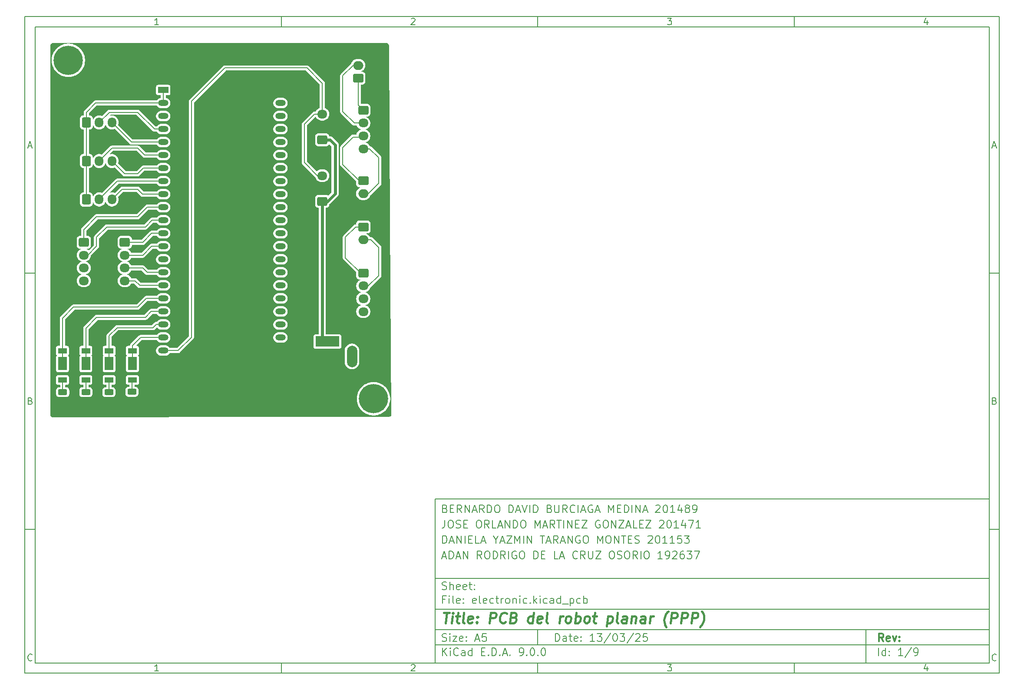
<source format=gbr>
%TF.GenerationSoftware,KiCad,Pcbnew,9.0.0*%
%TF.CreationDate,2025-03-13T19:48:29-06:00*%
%TF.ProjectId,electronic,656c6563-7472-46f6-9e69-632e6b696361,rev?*%
%TF.SameCoordinates,Original*%
%TF.FileFunction,Copper,L1,Top*%
%TF.FilePolarity,Positive*%
%FSLAX46Y46*%
G04 Gerber Fmt 4.6, Leading zero omitted, Abs format (unit mm)*
G04 Created by KiCad (PCBNEW 9.0.0) date 2025-03-13 19:48:29*
%MOMM*%
%LPD*%
G01*
G04 APERTURE LIST*
G04 Aperture macros list*
%AMRoundRect*
0 Rectangle with rounded corners*
0 $1 Rounding radius*
0 $2 $3 $4 $5 $6 $7 $8 $9 X,Y pos of 4 corners*
0 Add a 4 corners polygon primitive as box body*
4,1,4,$2,$3,$4,$5,$6,$7,$8,$9,$2,$3,0*
0 Add four circle primitives for the rounded corners*
1,1,$1+$1,$2,$3*
1,1,$1+$1,$4,$5*
1,1,$1+$1,$6,$7*
1,1,$1+$1,$8,$9*
0 Add four rect primitives between the rounded corners*
20,1,$1+$1,$2,$3,$4,$5,0*
20,1,$1+$1,$4,$5,$6,$7,0*
20,1,$1+$1,$6,$7,$8,$9,0*
20,1,$1+$1,$8,$9,$2,$3,0*%
G04 Aperture macros list end*
%ADD10C,0.100000*%
%ADD11C,0.150000*%
%ADD12C,0.300000*%
%ADD13C,0.400000*%
%TA.AperFunction,ComponentPad*%
%ADD14RoundRect,0.250000X-0.725000X0.600000X-0.725000X-0.600000X0.725000X-0.600000X0.725000X0.600000X0*%
%TD*%
%TA.AperFunction,ComponentPad*%
%ADD15O,1.950000X1.700000*%
%TD*%
%TA.AperFunction,ComponentPad*%
%ADD16RoundRect,0.250000X-0.750000X0.600000X-0.750000X-0.600000X0.750000X-0.600000X0.750000X0.600000X0*%
%TD*%
%TA.AperFunction,ComponentPad*%
%ADD17O,2.000000X1.700000*%
%TD*%
%TA.AperFunction,SMDPad,CuDef*%
%ADD18R,1.700000X1.100000*%
%TD*%
%TA.AperFunction,SMDPad,CuDef*%
%ADD19R,1.700000X2.500000*%
%TD*%
%TA.AperFunction,ComponentPad*%
%ADD20RoundRect,0.250000X0.725000X-0.600000X0.725000X0.600000X-0.725000X0.600000X-0.725000X-0.600000X0*%
%TD*%
%TA.AperFunction,SMDPad,CuDef*%
%ADD21RoundRect,0.250000X-0.625000X0.312500X-0.625000X-0.312500X0.625000X-0.312500X0.625000X0.312500X0*%
%TD*%
%TA.AperFunction,ComponentPad*%
%ADD22RoundRect,0.250000X-0.600000X-0.725000X0.600000X-0.725000X0.600000X0.725000X-0.600000X0.725000X0*%
%TD*%
%TA.AperFunction,ComponentPad*%
%ADD23O,1.700000X1.950000*%
%TD*%
%TA.AperFunction,ComponentPad*%
%ADD24R,4.600000X2.000000*%
%TD*%
%TA.AperFunction,ComponentPad*%
%ADD25O,4.200000X2.000000*%
%TD*%
%TA.AperFunction,ComponentPad*%
%ADD26O,2.000000X4.200000*%
%TD*%
%TA.AperFunction,ComponentPad*%
%ADD27R,2.000000X1.200000*%
%TD*%
%TA.AperFunction,ComponentPad*%
%ADD28O,2.000000X1.200000*%
%TD*%
%TA.AperFunction,ComponentPad*%
%ADD29C,3.600000*%
%TD*%
%TA.AperFunction,ConnectorPad*%
%ADD30C,5.700000*%
%TD*%
%TA.AperFunction,ComponentPad*%
%ADD31RoundRect,0.250000X0.750000X-0.600000X0.750000X0.600000X-0.750000X0.600000X-0.750000X-0.600000X0*%
%TD*%
%TA.AperFunction,Conductor*%
%ADD32C,0.200000*%
%TD*%
%TA.AperFunction,Conductor*%
%ADD33C,0.600000*%
%TD*%
G04 APERTURE END LIST*
D10*
D11*
X90007200Y-104005800D02*
X198007200Y-104005800D01*
X198007200Y-136005800D01*
X90007200Y-136005800D01*
X90007200Y-104005800D01*
D10*
D11*
X10000000Y-10000000D02*
X200007200Y-10000000D01*
X200007200Y-138005800D01*
X10000000Y-138005800D01*
X10000000Y-10000000D01*
D10*
D11*
X12000000Y-12000000D02*
X198007200Y-12000000D01*
X198007200Y-136005800D01*
X12000000Y-136005800D01*
X12000000Y-12000000D01*
D10*
D11*
X60000000Y-12000000D02*
X60000000Y-10000000D01*
D10*
D11*
X110000000Y-12000000D02*
X110000000Y-10000000D01*
D10*
D11*
X160000000Y-12000000D02*
X160000000Y-10000000D01*
D10*
D11*
X36089160Y-11593604D02*
X35346303Y-11593604D01*
X35717731Y-11593604D02*
X35717731Y-10293604D01*
X35717731Y-10293604D02*
X35593922Y-10479319D01*
X35593922Y-10479319D02*
X35470112Y-10603128D01*
X35470112Y-10603128D02*
X35346303Y-10665033D01*
D10*
D11*
X85346303Y-10417414D02*
X85408207Y-10355509D01*
X85408207Y-10355509D02*
X85532017Y-10293604D01*
X85532017Y-10293604D02*
X85841541Y-10293604D01*
X85841541Y-10293604D02*
X85965350Y-10355509D01*
X85965350Y-10355509D02*
X86027255Y-10417414D01*
X86027255Y-10417414D02*
X86089160Y-10541223D01*
X86089160Y-10541223D02*
X86089160Y-10665033D01*
X86089160Y-10665033D02*
X86027255Y-10850747D01*
X86027255Y-10850747D02*
X85284398Y-11593604D01*
X85284398Y-11593604D02*
X86089160Y-11593604D01*
D10*
D11*
X135284398Y-10293604D02*
X136089160Y-10293604D01*
X136089160Y-10293604D02*
X135655826Y-10788842D01*
X135655826Y-10788842D02*
X135841541Y-10788842D01*
X135841541Y-10788842D02*
X135965350Y-10850747D01*
X135965350Y-10850747D02*
X136027255Y-10912652D01*
X136027255Y-10912652D02*
X136089160Y-11036461D01*
X136089160Y-11036461D02*
X136089160Y-11345985D01*
X136089160Y-11345985D02*
X136027255Y-11469795D01*
X136027255Y-11469795D02*
X135965350Y-11531700D01*
X135965350Y-11531700D02*
X135841541Y-11593604D01*
X135841541Y-11593604D02*
X135470112Y-11593604D01*
X135470112Y-11593604D02*
X135346303Y-11531700D01*
X135346303Y-11531700D02*
X135284398Y-11469795D01*
D10*
D11*
X185965350Y-10726938D02*
X185965350Y-11593604D01*
X185655826Y-10231700D02*
X185346303Y-11160271D01*
X185346303Y-11160271D02*
X186151064Y-11160271D01*
D10*
D11*
X60000000Y-136005800D02*
X60000000Y-138005800D01*
D10*
D11*
X110000000Y-136005800D02*
X110000000Y-138005800D01*
D10*
D11*
X160000000Y-136005800D02*
X160000000Y-138005800D01*
D10*
D11*
X36089160Y-137599404D02*
X35346303Y-137599404D01*
X35717731Y-137599404D02*
X35717731Y-136299404D01*
X35717731Y-136299404D02*
X35593922Y-136485119D01*
X35593922Y-136485119D02*
X35470112Y-136608928D01*
X35470112Y-136608928D02*
X35346303Y-136670833D01*
D10*
D11*
X85346303Y-136423214D02*
X85408207Y-136361309D01*
X85408207Y-136361309D02*
X85532017Y-136299404D01*
X85532017Y-136299404D02*
X85841541Y-136299404D01*
X85841541Y-136299404D02*
X85965350Y-136361309D01*
X85965350Y-136361309D02*
X86027255Y-136423214D01*
X86027255Y-136423214D02*
X86089160Y-136547023D01*
X86089160Y-136547023D02*
X86089160Y-136670833D01*
X86089160Y-136670833D02*
X86027255Y-136856547D01*
X86027255Y-136856547D02*
X85284398Y-137599404D01*
X85284398Y-137599404D02*
X86089160Y-137599404D01*
D10*
D11*
X135284398Y-136299404D02*
X136089160Y-136299404D01*
X136089160Y-136299404D02*
X135655826Y-136794642D01*
X135655826Y-136794642D02*
X135841541Y-136794642D01*
X135841541Y-136794642D02*
X135965350Y-136856547D01*
X135965350Y-136856547D02*
X136027255Y-136918452D01*
X136027255Y-136918452D02*
X136089160Y-137042261D01*
X136089160Y-137042261D02*
X136089160Y-137351785D01*
X136089160Y-137351785D02*
X136027255Y-137475595D01*
X136027255Y-137475595D02*
X135965350Y-137537500D01*
X135965350Y-137537500D02*
X135841541Y-137599404D01*
X135841541Y-137599404D02*
X135470112Y-137599404D01*
X135470112Y-137599404D02*
X135346303Y-137537500D01*
X135346303Y-137537500D02*
X135284398Y-137475595D01*
D10*
D11*
X185965350Y-136732738D02*
X185965350Y-137599404D01*
X185655826Y-136237500D02*
X185346303Y-137166071D01*
X185346303Y-137166071D02*
X186151064Y-137166071D01*
D10*
D11*
X10000000Y-60000000D02*
X12000000Y-60000000D01*
D10*
D11*
X10000000Y-110000000D02*
X12000000Y-110000000D01*
D10*
D11*
X10690476Y-35222176D02*
X11309523Y-35222176D01*
X10566666Y-35593604D02*
X10999999Y-34293604D01*
X10999999Y-34293604D02*
X11433333Y-35593604D01*
D10*
D11*
X11092857Y-84912652D02*
X11278571Y-84974557D01*
X11278571Y-84974557D02*
X11340476Y-85036461D01*
X11340476Y-85036461D02*
X11402380Y-85160271D01*
X11402380Y-85160271D02*
X11402380Y-85345985D01*
X11402380Y-85345985D02*
X11340476Y-85469795D01*
X11340476Y-85469795D02*
X11278571Y-85531700D01*
X11278571Y-85531700D02*
X11154761Y-85593604D01*
X11154761Y-85593604D02*
X10659523Y-85593604D01*
X10659523Y-85593604D02*
X10659523Y-84293604D01*
X10659523Y-84293604D02*
X11092857Y-84293604D01*
X11092857Y-84293604D02*
X11216666Y-84355509D01*
X11216666Y-84355509D02*
X11278571Y-84417414D01*
X11278571Y-84417414D02*
X11340476Y-84541223D01*
X11340476Y-84541223D02*
X11340476Y-84665033D01*
X11340476Y-84665033D02*
X11278571Y-84788842D01*
X11278571Y-84788842D02*
X11216666Y-84850747D01*
X11216666Y-84850747D02*
X11092857Y-84912652D01*
X11092857Y-84912652D02*
X10659523Y-84912652D01*
D10*
D11*
X11402380Y-135469795D02*
X11340476Y-135531700D01*
X11340476Y-135531700D02*
X11154761Y-135593604D01*
X11154761Y-135593604D02*
X11030952Y-135593604D01*
X11030952Y-135593604D02*
X10845238Y-135531700D01*
X10845238Y-135531700D02*
X10721428Y-135407890D01*
X10721428Y-135407890D02*
X10659523Y-135284080D01*
X10659523Y-135284080D02*
X10597619Y-135036461D01*
X10597619Y-135036461D02*
X10597619Y-134850747D01*
X10597619Y-134850747D02*
X10659523Y-134603128D01*
X10659523Y-134603128D02*
X10721428Y-134479319D01*
X10721428Y-134479319D02*
X10845238Y-134355509D01*
X10845238Y-134355509D02*
X11030952Y-134293604D01*
X11030952Y-134293604D02*
X11154761Y-134293604D01*
X11154761Y-134293604D02*
X11340476Y-134355509D01*
X11340476Y-134355509D02*
X11402380Y-134417414D01*
D10*
D11*
X200007200Y-60000000D02*
X198007200Y-60000000D01*
D10*
D11*
X200007200Y-110000000D02*
X198007200Y-110000000D01*
D10*
D11*
X198697676Y-35222176D02*
X199316723Y-35222176D01*
X198573866Y-35593604D02*
X199007199Y-34293604D01*
X199007199Y-34293604D02*
X199440533Y-35593604D01*
D10*
D11*
X199100057Y-84912652D02*
X199285771Y-84974557D01*
X199285771Y-84974557D02*
X199347676Y-85036461D01*
X199347676Y-85036461D02*
X199409580Y-85160271D01*
X199409580Y-85160271D02*
X199409580Y-85345985D01*
X199409580Y-85345985D02*
X199347676Y-85469795D01*
X199347676Y-85469795D02*
X199285771Y-85531700D01*
X199285771Y-85531700D02*
X199161961Y-85593604D01*
X199161961Y-85593604D02*
X198666723Y-85593604D01*
X198666723Y-85593604D02*
X198666723Y-84293604D01*
X198666723Y-84293604D02*
X199100057Y-84293604D01*
X199100057Y-84293604D02*
X199223866Y-84355509D01*
X199223866Y-84355509D02*
X199285771Y-84417414D01*
X199285771Y-84417414D02*
X199347676Y-84541223D01*
X199347676Y-84541223D02*
X199347676Y-84665033D01*
X199347676Y-84665033D02*
X199285771Y-84788842D01*
X199285771Y-84788842D02*
X199223866Y-84850747D01*
X199223866Y-84850747D02*
X199100057Y-84912652D01*
X199100057Y-84912652D02*
X198666723Y-84912652D01*
D10*
D11*
X199409580Y-135469795D02*
X199347676Y-135531700D01*
X199347676Y-135531700D02*
X199161961Y-135593604D01*
X199161961Y-135593604D02*
X199038152Y-135593604D01*
X199038152Y-135593604D02*
X198852438Y-135531700D01*
X198852438Y-135531700D02*
X198728628Y-135407890D01*
X198728628Y-135407890D02*
X198666723Y-135284080D01*
X198666723Y-135284080D02*
X198604819Y-135036461D01*
X198604819Y-135036461D02*
X198604819Y-134850747D01*
X198604819Y-134850747D02*
X198666723Y-134603128D01*
X198666723Y-134603128D02*
X198728628Y-134479319D01*
X198728628Y-134479319D02*
X198852438Y-134355509D01*
X198852438Y-134355509D02*
X199038152Y-134293604D01*
X199038152Y-134293604D02*
X199161961Y-134293604D01*
X199161961Y-134293604D02*
X199347676Y-134355509D01*
X199347676Y-134355509D02*
X199409580Y-134417414D01*
D10*
D11*
X113463026Y-131791928D02*
X113463026Y-130291928D01*
X113463026Y-130291928D02*
X113820169Y-130291928D01*
X113820169Y-130291928D02*
X114034455Y-130363357D01*
X114034455Y-130363357D02*
X114177312Y-130506214D01*
X114177312Y-130506214D02*
X114248741Y-130649071D01*
X114248741Y-130649071D02*
X114320169Y-130934785D01*
X114320169Y-130934785D02*
X114320169Y-131149071D01*
X114320169Y-131149071D02*
X114248741Y-131434785D01*
X114248741Y-131434785D02*
X114177312Y-131577642D01*
X114177312Y-131577642D02*
X114034455Y-131720500D01*
X114034455Y-131720500D02*
X113820169Y-131791928D01*
X113820169Y-131791928D02*
X113463026Y-131791928D01*
X115605884Y-131791928D02*
X115605884Y-131006214D01*
X115605884Y-131006214D02*
X115534455Y-130863357D01*
X115534455Y-130863357D02*
X115391598Y-130791928D01*
X115391598Y-130791928D02*
X115105884Y-130791928D01*
X115105884Y-130791928D02*
X114963026Y-130863357D01*
X115605884Y-131720500D02*
X115463026Y-131791928D01*
X115463026Y-131791928D02*
X115105884Y-131791928D01*
X115105884Y-131791928D02*
X114963026Y-131720500D01*
X114963026Y-131720500D02*
X114891598Y-131577642D01*
X114891598Y-131577642D02*
X114891598Y-131434785D01*
X114891598Y-131434785D02*
X114963026Y-131291928D01*
X114963026Y-131291928D02*
X115105884Y-131220500D01*
X115105884Y-131220500D02*
X115463026Y-131220500D01*
X115463026Y-131220500D02*
X115605884Y-131149071D01*
X116105884Y-130791928D02*
X116677312Y-130791928D01*
X116320169Y-130291928D02*
X116320169Y-131577642D01*
X116320169Y-131577642D02*
X116391598Y-131720500D01*
X116391598Y-131720500D02*
X116534455Y-131791928D01*
X116534455Y-131791928D02*
X116677312Y-131791928D01*
X117748741Y-131720500D02*
X117605884Y-131791928D01*
X117605884Y-131791928D02*
X117320170Y-131791928D01*
X117320170Y-131791928D02*
X117177312Y-131720500D01*
X117177312Y-131720500D02*
X117105884Y-131577642D01*
X117105884Y-131577642D02*
X117105884Y-131006214D01*
X117105884Y-131006214D02*
X117177312Y-130863357D01*
X117177312Y-130863357D02*
X117320170Y-130791928D01*
X117320170Y-130791928D02*
X117605884Y-130791928D01*
X117605884Y-130791928D02*
X117748741Y-130863357D01*
X117748741Y-130863357D02*
X117820170Y-131006214D01*
X117820170Y-131006214D02*
X117820170Y-131149071D01*
X117820170Y-131149071D02*
X117105884Y-131291928D01*
X118463026Y-131649071D02*
X118534455Y-131720500D01*
X118534455Y-131720500D02*
X118463026Y-131791928D01*
X118463026Y-131791928D02*
X118391598Y-131720500D01*
X118391598Y-131720500D02*
X118463026Y-131649071D01*
X118463026Y-131649071D02*
X118463026Y-131791928D01*
X118463026Y-130863357D02*
X118534455Y-130934785D01*
X118534455Y-130934785D02*
X118463026Y-131006214D01*
X118463026Y-131006214D02*
X118391598Y-130934785D01*
X118391598Y-130934785D02*
X118463026Y-130863357D01*
X118463026Y-130863357D02*
X118463026Y-131006214D01*
X121105884Y-131791928D02*
X120248741Y-131791928D01*
X120677312Y-131791928D02*
X120677312Y-130291928D01*
X120677312Y-130291928D02*
X120534455Y-130506214D01*
X120534455Y-130506214D02*
X120391598Y-130649071D01*
X120391598Y-130649071D02*
X120248741Y-130720500D01*
X121605883Y-130291928D02*
X122534455Y-130291928D01*
X122534455Y-130291928D02*
X122034455Y-130863357D01*
X122034455Y-130863357D02*
X122248740Y-130863357D01*
X122248740Y-130863357D02*
X122391598Y-130934785D01*
X122391598Y-130934785D02*
X122463026Y-131006214D01*
X122463026Y-131006214D02*
X122534455Y-131149071D01*
X122534455Y-131149071D02*
X122534455Y-131506214D01*
X122534455Y-131506214D02*
X122463026Y-131649071D01*
X122463026Y-131649071D02*
X122391598Y-131720500D01*
X122391598Y-131720500D02*
X122248740Y-131791928D01*
X122248740Y-131791928D02*
X121820169Y-131791928D01*
X121820169Y-131791928D02*
X121677312Y-131720500D01*
X121677312Y-131720500D02*
X121605883Y-131649071D01*
X124248740Y-130220500D02*
X122963026Y-132149071D01*
X125034455Y-130291928D02*
X125177312Y-130291928D01*
X125177312Y-130291928D02*
X125320169Y-130363357D01*
X125320169Y-130363357D02*
X125391598Y-130434785D01*
X125391598Y-130434785D02*
X125463026Y-130577642D01*
X125463026Y-130577642D02*
X125534455Y-130863357D01*
X125534455Y-130863357D02*
X125534455Y-131220500D01*
X125534455Y-131220500D02*
X125463026Y-131506214D01*
X125463026Y-131506214D02*
X125391598Y-131649071D01*
X125391598Y-131649071D02*
X125320169Y-131720500D01*
X125320169Y-131720500D02*
X125177312Y-131791928D01*
X125177312Y-131791928D02*
X125034455Y-131791928D01*
X125034455Y-131791928D02*
X124891598Y-131720500D01*
X124891598Y-131720500D02*
X124820169Y-131649071D01*
X124820169Y-131649071D02*
X124748740Y-131506214D01*
X124748740Y-131506214D02*
X124677312Y-131220500D01*
X124677312Y-131220500D02*
X124677312Y-130863357D01*
X124677312Y-130863357D02*
X124748740Y-130577642D01*
X124748740Y-130577642D02*
X124820169Y-130434785D01*
X124820169Y-130434785D02*
X124891598Y-130363357D01*
X124891598Y-130363357D02*
X125034455Y-130291928D01*
X126034454Y-130291928D02*
X126963026Y-130291928D01*
X126963026Y-130291928D02*
X126463026Y-130863357D01*
X126463026Y-130863357D02*
X126677311Y-130863357D01*
X126677311Y-130863357D02*
X126820169Y-130934785D01*
X126820169Y-130934785D02*
X126891597Y-131006214D01*
X126891597Y-131006214D02*
X126963026Y-131149071D01*
X126963026Y-131149071D02*
X126963026Y-131506214D01*
X126963026Y-131506214D02*
X126891597Y-131649071D01*
X126891597Y-131649071D02*
X126820169Y-131720500D01*
X126820169Y-131720500D02*
X126677311Y-131791928D01*
X126677311Y-131791928D02*
X126248740Y-131791928D01*
X126248740Y-131791928D02*
X126105883Y-131720500D01*
X126105883Y-131720500D02*
X126034454Y-131649071D01*
X128677311Y-130220500D02*
X127391597Y-132149071D01*
X129105883Y-130434785D02*
X129177311Y-130363357D01*
X129177311Y-130363357D02*
X129320169Y-130291928D01*
X129320169Y-130291928D02*
X129677311Y-130291928D01*
X129677311Y-130291928D02*
X129820169Y-130363357D01*
X129820169Y-130363357D02*
X129891597Y-130434785D01*
X129891597Y-130434785D02*
X129963026Y-130577642D01*
X129963026Y-130577642D02*
X129963026Y-130720500D01*
X129963026Y-130720500D02*
X129891597Y-130934785D01*
X129891597Y-130934785D02*
X129034454Y-131791928D01*
X129034454Y-131791928D02*
X129963026Y-131791928D01*
X131320168Y-130291928D02*
X130605882Y-130291928D01*
X130605882Y-130291928D02*
X130534454Y-131006214D01*
X130534454Y-131006214D02*
X130605882Y-130934785D01*
X130605882Y-130934785D02*
X130748740Y-130863357D01*
X130748740Y-130863357D02*
X131105882Y-130863357D01*
X131105882Y-130863357D02*
X131248740Y-130934785D01*
X131248740Y-130934785D02*
X131320168Y-131006214D01*
X131320168Y-131006214D02*
X131391597Y-131149071D01*
X131391597Y-131149071D02*
X131391597Y-131506214D01*
X131391597Y-131506214D02*
X131320168Y-131649071D01*
X131320168Y-131649071D02*
X131248740Y-131720500D01*
X131248740Y-131720500D02*
X131105882Y-131791928D01*
X131105882Y-131791928D02*
X130748740Y-131791928D01*
X130748740Y-131791928D02*
X130605882Y-131720500D01*
X130605882Y-131720500D02*
X130534454Y-131649071D01*
D10*
D11*
X90007200Y-132505800D02*
X198007200Y-132505800D01*
D10*
D11*
X91463026Y-134591928D02*
X91463026Y-133091928D01*
X92320169Y-134591928D02*
X91677312Y-133734785D01*
X92320169Y-133091928D02*
X91463026Y-133949071D01*
X92963026Y-134591928D02*
X92963026Y-133591928D01*
X92963026Y-133091928D02*
X92891598Y-133163357D01*
X92891598Y-133163357D02*
X92963026Y-133234785D01*
X92963026Y-133234785D02*
X93034455Y-133163357D01*
X93034455Y-133163357D02*
X92963026Y-133091928D01*
X92963026Y-133091928D02*
X92963026Y-133234785D01*
X94534455Y-134449071D02*
X94463027Y-134520500D01*
X94463027Y-134520500D02*
X94248741Y-134591928D01*
X94248741Y-134591928D02*
X94105884Y-134591928D01*
X94105884Y-134591928D02*
X93891598Y-134520500D01*
X93891598Y-134520500D02*
X93748741Y-134377642D01*
X93748741Y-134377642D02*
X93677312Y-134234785D01*
X93677312Y-134234785D02*
X93605884Y-133949071D01*
X93605884Y-133949071D02*
X93605884Y-133734785D01*
X93605884Y-133734785D02*
X93677312Y-133449071D01*
X93677312Y-133449071D02*
X93748741Y-133306214D01*
X93748741Y-133306214D02*
X93891598Y-133163357D01*
X93891598Y-133163357D02*
X94105884Y-133091928D01*
X94105884Y-133091928D02*
X94248741Y-133091928D01*
X94248741Y-133091928D02*
X94463027Y-133163357D01*
X94463027Y-133163357D02*
X94534455Y-133234785D01*
X95820170Y-134591928D02*
X95820170Y-133806214D01*
X95820170Y-133806214D02*
X95748741Y-133663357D01*
X95748741Y-133663357D02*
X95605884Y-133591928D01*
X95605884Y-133591928D02*
X95320170Y-133591928D01*
X95320170Y-133591928D02*
X95177312Y-133663357D01*
X95820170Y-134520500D02*
X95677312Y-134591928D01*
X95677312Y-134591928D02*
X95320170Y-134591928D01*
X95320170Y-134591928D02*
X95177312Y-134520500D01*
X95177312Y-134520500D02*
X95105884Y-134377642D01*
X95105884Y-134377642D02*
X95105884Y-134234785D01*
X95105884Y-134234785D02*
X95177312Y-134091928D01*
X95177312Y-134091928D02*
X95320170Y-134020500D01*
X95320170Y-134020500D02*
X95677312Y-134020500D01*
X95677312Y-134020500D02*
X95820170Y-133949071D01*
X97177313Y-134591928D02*
X97177313Y-133091928D01*
X97177313Y-134520500D02*
X97034455Y-134591928D01*
X97034455Y-134591928D02*
X96748741Y-134591928D01*
X96748741Y-134591928D02*
X96605884Y-134520500D01*
X96605884Y-134520500D02*
X96534455Y-134449071D01*
X96534455Y-134449071D02*
X96463027Y-134306214D01*
X96463027Y-134306214D02*
X96463027Y-133877642D01*
X96463027Y-133877642D02*
X96534455Y-133734785D01*
X96534455Y-133734785D02*
X96605884Y-133663357D01*
X96605884Y-133663357D02*
X96748741Y-133591928D01*
X96748741Y-133591928D02*
X97034455Y-133591928D01*
X97034455Y-133591928D02*
X97177313Y-133663357D01*
X99034455Y-133806214D02*
X99534455Y-133806214D01*
X99748741Y-134591928D02*
X99034455Y-134591928D01*
X99034455Y-134591928D02*
X99034455Y-133091928D01*
X99034455Y-133091928D02*
X99748741Y-133091928D01*
X100391598Y-134449071D02*
X100463027Y-134520500D01*
X100463027Y-134520500D02*
X100391598Y-134591928D01*
X100391598Y-134591928D02*
X100320170Y-134520500D01*
X100320170Y-134520500D02*
X100391598Y-134449071D01*
X100391598Y-134449071D02*
X100391598Y-134591928D01*
X101105884Y-134591928D02*
X101105884Y-133091928D01*
X101105884Y-133091928D02*
X101463027Y-133091928D01*
X101463027Y-133091928D02*
X101677313Y-133163357D01*
X101677313Y-133163357D02*
X101820170Y-133306214D01*
X101820170Y-133306214D02*
X101891599Y-133449071D01*
X101891599Y-133449071D02*
X101963027Y-133734785D01*
X101963027Y-133734785D02*
X101963027Y-133949071D01*
X101963027Y-133949071D02*
X101891599Y-134234785D01*
X101891599Y-134234785D02*
X101820170Y-134377642D01*
X101820170Y-134377642D02*
X101677313Y-134520500D01*
X101677313Y-134520500D02*
X101463027Y-134591928D01*
X101463027Y-134591928D02*
X101105884Y-134591928D01*
X102605884Y-134449071D02*
X102677313Y-134520500D01*
X102677313Y-134520500D02*
X102605884Y-134591928D01*
X102605884Y-134591928D02*
X102534456Y-134520500D01*
X102534456Y-134520500D02*
X102605884Y-134449071D01*
X102605884Y-134449071D02*
X102605884Y-134591928D01*
X103248742Y-134163357D02*
X103963028Y-134163357D01*
X103105885Y-134591928D02*
X103605885Y-133091928D01*
X103605885Y-133091928D02*
X104105885Y-134591928D01*
X104605884Y-134449071D02*
X104677313Y-134520500D01*
X104677313Y-134520500D02*
X104605884Y-134591928D01*
X104605884Y-134591928D02*
X104534456Y-134520500D01*
X104534456Y-134520500D02*
X104605884Y-134449071D01*
X104605884Y-134449071D02*
X104605884Y-134591928D01*
X106534456Y-134591928D02*
X106820170Y-134591928D01*
X106820170Y-134591928D02*
X106963027Y-134520500D01*
X106963027Y-134520500D02*
X107034456Y-134449071D01*
X107034456Y-134449071D02*
X107177313Y-134234785D01*
X107177313Y-134234785D02*
X107248742Y-133949071D01*
X107248742Y-133949071D02*
X107248742Y-133377642D01*
X107248742Y-133377642D02*
X107177313Y-133234785D01*
X107177313Y-133234785D02*
X107105885Y-133163357D01*
X107105885Y-133163357D02*
X106963027Y-133091928D01*
X106963027Y-133091928D02*
X106677313Y-133091928D01*
X106677313Y-133091928D02*
X106534456Y-133163357D01*
X106534456Y-133163357D02*
X106463027Y-133234785D01*
X106463027Y-133234785D02*
X106391599Y-133377642D01*
X106391599Y-133377642D02*
X106391599Y-133734785D01*
X106391599Y-133734785D02*
X106463027Y-133877642D01*
X106463027Y-133877642D02*
X106534456Y-133949071D01*
X106534456Y-133949071D02*
X106677313Y-134020500D01*
X106677313Y-134020500D02*
X106963027Y-134020500D01*
X106963027Y-134020500D02*
X107105885Y-133949071D01*
X107105885Y-133949071D02*
X107177313Y-133877642D01*
X107177313Y-133877642D02*
X107248742Y-133734785D01*
X107891598Y-134449071D02*
X107963027Y-134520500D01*
X107963027Y-134520500D02*
X107891598Y-134591928D01*
X107891598Y-134591928D02*
X107820170Y-134520500D01*
X107820170Y-134520500D02*
X107891598Y-134449071D01*
X107891598Y-134449071D02*
X107891598Y-134591928D01*
X108891599Y-133091928D02*
X109034456Y-133091928D01*
X109034456Y-133091928D02*
X109177313Y-133163357D01*
X109177313Y-133163357D02*
X109248742Y-133234785D01*
X109248742Y-133234785D02*
X109320170Y-133377642D01*
X109320170Y-133377642D02*
X109391599Y-133663357D01*
X109391599Y-133663357D02*
X109391599Y-134020500D01*
X109391599Y-134020500D02*
X109320170Y-134306214D01*
X109320170Y-134306214D02*
X109248742Y-134449071D01*
X109248742Y-134449071D02*
X109177313Y-134520500D01*
X109177313Y-134520500D02*
X109034456Y-134591928D01*
X109034456Y-134591928D02*
X108891599Y-134591928D01*
X108891599Y-134591928D02*
X108748742Y-134520500D01*
X108748742Y-134520500D02*
X108677313Y-134449071D01*
X108677313Y-134449071D02*
X108605884Y-134306214D01*
X108605884Y-134306214D02*
X108534456Y-134020500D01*
X108534456Y-134020500D02*
X108534456Y-133663357D01*
X108534456Y-133663357D02*
X108605884Y-133377642D01*
X108605884Y-133377642D02*
X108677313Y-133234785D01*
X108677313Y-133234785D02*
X108748742Y-133163357D01*
X108748742Y-133163357D02*
X108891599Y-133091928D01*
X110034455Y-134449071D02*
X110105884Y-134520500D01*
X110105884Y-134520500D02*
X110034455Y-134591928D01*
X110034455Y-134591928D02*
X109963027Y-134520500D01*
X109963027Y-134520500D02*
X110034455Y-134449071D01*
X110034455Y-134449071D02*
X110034455Y-134591928D01*
X111034456Y-133091928D02*
X111177313Y-133091928D01*
X111177313Y-133091928D02*
X111320170Y-133163357D01*
X111320170Y-133163357D02*
X111391599Y-133234785D01*
X111391599Y-133234785D02*
X111463027Y-133377642D01*
X111463027Y-133377642D02*
X111534456Y-133663357D01*
X111534456Y-133663357D02*
X111534456Y-134020500D01*
X111534456Y-134020500D02*
X111463027Y-134306214D01*
X111463027Y-134306214D02*
X111391599Y-134449071D01*
X111391599Y-134449071D02*
X111320170Y-134520500D01*
X111320170Y-134520500D02*
X111177313Y-134591928D01*
X111177313Y-134591928D02*
X111034456Y-134591928D01*
X111034456Y-134591928D02*
X110891599Y-134520500D01*
X110891599Y-134520500D02*
X110820170Y-134449071D01*
X110820170Y-134449071D02*
X110748741Y-134306214D01*
X110748741Y-134306214D02*
X110677313Y-134020500D01*
X110677313Y-134020500D02*
X110677313Y-133663357D01*
X110677313Y-133663357D02*
X110748741Y-133377642D01*
X110748741Y-133377642D02*
X110820170Y-133234785D01*
X110820170Y-133234785D02*
X110891599Y-133163357D01*
X110891599Y-133163357D02*
X111034456Y-133091928D01*
D10*
D11*
X90007200Y-129505800D02*
X198007200Y-129505800D01*
D10*
D12*
X177418853Y-131784128D02*
X176918853Y-131069842D01*
X176561710Y-131784128D02*
X176561710Y-130284128D01*
X176561710Y-130284128D02*
X177133139Y-130284128D01*
X177133139Y-130284128D02*
X177275996Y-130355557D01*
X177275996Y-130355557D02*
X177347425Y-130426985D01*
X177347425Y-130426985D02*
X177418853Y-130569842D01*
X177418853Y-130569842D02*
X177418853Y-130784128D01*
X177418853Y-130784128D02*
X177347425Y-130926985D01*
X177347425Y-130926985D02*
X177275996Y-130998414D01*
X177275996Y-130998414D02*
X177133139Y-131069842D01*
X177133139Y-131069842D02*
X176561710Y-131069842D01*
X178633139Y-131712700D02*
X178490282Y-131784128D01*
X178490282Y-131784128D02*
X178204568Y-131784128D01*
X178204568Y-131784128D02*
X178061710Y-131712700D01*
X178061710Y-131712700D02*
X177990282Y-131569842D01*
X177990282Y-131569842D02*
X177990282Y-130998414D01*
X177990282Y-130998414D02*
X178061710Y-130855557D01*
X178061710Y-130855557D02*
X178204568Y-130784128D01*
X178204568Y-130784128D02*
X178490282Y-130784128D01*
X178490282Y-130784128D02*
X178633139Y-130855557D01*
X178633139Y-130855557D02*
X178704568Y-130998414D01*
X178704568Y-130998414D02*
X178704568Y-131141271D01*
X178704568Y-131141271D02*
X177990282Y-131284128D01*
X179204567Y-130784128D02*
X179561710Y-131784128D01*
X179561710Y-131784128D02*
X179918853Y-130784128D01*
X180490281Y-131641271D02*
X180561710Y-131712700D01*
X180561710Y-131712700D02*
X180490281Y-131784128D01*
X180490281Y-131784128D02*
X180418853Y-131712700D01*
X180418853Y-131712700D02*
X180490281Y-131641271D01*
X180490281Y-131641271D02*
X180490281Y-131784128D01*
X180490281Y-130855557D02*
X180561710Y-130926985D01*
X180561710Y-130926985D02*
X180490281Y-130998414D01*
X180490281Y-130998414D02*
X180418853Y-130926985D01*
X180418853Y-130926985D02*
X180490281Y-130855557D01*
X180490281Y-130855557D02*
X180490281Y-130998414D01*
D10*
D11*
X91391598Y-131720500D02*
X91605884Y-131791928D01*
X91605884Y-131791928D02*
X91963026Y-131791928D01*
X91963026Y-131791928D02*
X92105884Y-131720500D01*
X92105884Y-131720500D02*
X92177312Y-131649071D01*
X92177312Y-131649071D02*
X92248741Y-131506214D01*
X92248741Y-131506214D02*
X92248741Y-131363357D01*
X92248741Y-131363357D02*
X92177312Y-131220500D01*
X92177312Y-131220500D02*
X92105884Y-131149071D01*
X92105884Y-131149071D02*
X91963026Y-131077642D01*
X91963026Y-131077642D02*
X91677312Y-131006214D01*
X91677312Y-131006214D02*
X91534455Y-130934785D01*
X91534455Y-130934785D02*
X91463026Y-130863357D01*
X91463026Y-130863357D02*
X91391598Y-130720500D01*
X91391598Y-130720500D02*
X91391598Y-130577642D01*
X91391598Y-130577642D02*
X91463026Y-130434785D01*
X91463026Y-130434785D02*
X91534455Y-130363357D01*
X91534455Y-130363357D02*
X91677312Y-130291928D01*
X91677312Y-130291928D02*
X92034455Y-130291928D01*
X92034455Y-130291928D02*
X92248741Y-130363357D01*
X92891597Y-131791928D02*
X92891597Y-130791928D01*
X92891597Y-130291928D02*
X92820169Y-130363357D01*
X92820169Y-130363357D02*
X92891597Y-130434785D01*
X92891597Y-130434785D02*
X92963026Y-130363357D01*
X92963026Y-130363357D02*
X92891597Y-130291928D01*
X92891597Y-130291928D02*
X92891597Y-130434785D01*
X93463026Y-130791928D02*
X94248741Y-130791928D01*
X94248741Y-130791928D02*
X93463026Y-131791928D01*
X93463026Y-131791928D02*
X94248741Y-131791928D01*
X95391598Y-131720500D02*
X95248741Y-131791928D01*
X95248741Y-131791928D02*
X94963027Y-131791928D01*
X94963027Y-131791928D02*
X94820169Y-131720500D01*
X94820169Y-131720500D02*
X94748741Y-131577642D01*
X94748741Y-131577642D02*
X94748741Y-131006214D01*
X94748741Y-131006214D02*
X94820169Y-130863357D01*
X94820169Y-130863357D02*
X94963027Y-130791928D01*
X94963027Y-130791928D02*
X95248741Y-130791928D01*
X95248741Y-130791928D02*
X95391598Y-130863357D01*
X95391598Y-130863357D02*
X95463027Y-131006214D01*
X95463027Y-131006214D02*
X95463027Y-131149071D01*
X95463027Y-131149071D02*
X94748741Y-131291928D01*
X96105883Y-131649071D02*
X96177312Y-131720500D01*
X96177312Y-131720500D02*
X96105883Y-131791928D01*
X96105883Y-131791928D02*
X96034455Y-131720500D01*
X96034455Y-131720500D02*
X96105883Y-131649071D01*
X96105883Y-131649071D02*
X96105883Y-131791928D01*
X96105883Y-130863357D02*
X96177312Y-130934785D01*
X96177312Y-130934785D02*
X96105883Y-131006214D01*
X96105883Y-131006214D02*
X96034455Y-130934785D01*
X96034455Y-130934785D02*
X96105883Y-130863357D01*
X96105883Y-130863357D02*
X96105883Y-131006214D01*
X97891598Y-131363357D02*
X98605884Y-131363357D01*
X97748741Y-131791928D02*
X98248741Y-130291928D01*
X98248741Y-130291928D02*
X98748741Y-131791928D01*
X99963026Y-130291928D02*
X99248740Y-130291928D01*
X99248740Y-130291928D02*
X99177312Y-131006214D01*
X99177312Y-131006214D02*
X99248740Y-130934785D01*
X99248740Y-130934785D02*
X99391598Y-130863357D01*
X99391598Y-130863357D02*
X99748740Y-130863357D01*
X99748740Y-130863357D02*
X99891598Y-130934785D01*
X99891598Y-130934785D02*
X99963026Y-131006214D01*
X99963026Y-131006214D02*
X100034455Y-131149071D01*
X100034455Y-131149071D02*
X100034455Y-131506214D01*
X100034455Y-131506214D02*
X99963026Y-131649071D01*
X99963026Y-131649071D02*
X99891598Y-131720500D01*
X99891598Y-131720500D02*
X99748740Y-131791928D01*
X99748740Y-131791928D02*
X99391598Y-131791928D01*
X99391598Y-131791928D02*
X99248740Y-131720500D01*
X99248740Y-131720500D02*
X99177312Y-131649071D01*
D10*
D11*
X176463026Y-134591928D02*
X176463026Y-133091928D01*
X177820170Y-134591928D02*
X177820170Y-133091928D01*
X177820170Y-134520500D02*
X177677312Y-134591928D01*
X177677312Y-134591928D02*
X177391598Y-134591928D01*
X177391598Y-134591928D02*
X177248741Y-134520500D01*
X177248741Y-134520500D02*
X177177312Y-134449071D01*
X177177312Y-134449071D02*
X177105884Y-134306214D01*
X177105884Y-134306214D02*
X177105884Y-133877642D01*
X177105884Y-133877642D02*
X177177312Y-133734785D01*
X177177312Y-133734785D02*
X177248741Y-133663357D01*
X177248741Y-133663357D02*
X177391598Y-133591928D01*
X177391598Y-133591928D02*
X177677312Y-133591928D01*
X177677312Y-133591928D02*
X177820170Y-133663357D01*
X178534455Y-134449071D02*
X178605884Y-134520500D01*
X178605884Y-134520500D02*
X178534455Y-134591928D01*
X178534455Y-134591928D02*
X178463027Y-134520500D01*
X178463027Y-134520500D02*
X178534455Y-134449071D01*
X178534455Y-134449071D02*
X178534455Y-134591928D01*
X178534455Y-133663357D02*
X178605884Y-133734785D01*
X178605884Y-133734785D02*
X178534455Y-133806214D01*
X178534455Y-133806214D02*
X178463027Y-133734785D01*
X178463027Y-133734785D02*
X178534455Y-133663357D01*
X178534455Y-133663357D02*
X178534455Y-133806214D01*
X181177313Y-134591928D02*
X180320170Y-134591928D01*
X180748741Y-134591928D02*
X180748741Y-133091928D01*
X180748741Y-133091928D02*
X180605884Y-133306214D01*
X180605884Y-133306214D02*
X180463027Y-133449071D01*
X180463027Y-133449071D02*
X180320170Y-133520500D01*
X182891598Y-133020500D02*
X181605884Y-134949071D01*
X183463027Y-134591928D02*
X183748741Y-134591928D01*
X183748741Y-134591928D02*
X183891598Y-134520500D01*
X183891598Y-134520500D02*
X183963027Y-134449071D01*
X183963027Y-134449071D02*
X184105884Y-134234785D01*
X184105884Y-134234785D02*
X184177313Y-133949071D01*
X184177313Y-133949071D02*
X184177313Y-133377642D01*
X184177313Y-133377642D02*
X184105884Y-133234785D01*
X184105884Y-133234785D02*
X184034456Y-133163357D01*
X184034456Y-133163357D02*
X183891598Y-133091928D01*
X183891598Y-133091928D02*
X183605884Y-133091928D01*
X183605884Y-133091928D02*
X183463027Y-133163357D01*
X183463027Y-133163357D02*
X183391598Y-133234785D01*
X183391598Y-133234785D02*
X183320170Y-133377642D01*
X183320170Y-133377642D02*
X183320170Y-133734785D01*
X183320170Y-133734785D02*
X183391598Y-133877642D01*
X183391598Y-133877642D02*
X183463027Y-133949071D01*
X183463027Y-133949071D02*
X183605884Y-134020500D01*
X183605884Y-134020500D02*
X183891598Y-134020500D01*
X183891598Y-134020500D02*
X184034456Y-133949071D01*
X184034456Y-133949071D02*
X184105884Y-133877642D01*
X184105884Y-133877642D02*
X184177313Y-133734785D01*
D10*
D11*
X90007200Y-125505800D02*
X198007200Y-125505800D01*
D10*
D13*
X91698928Y-126210238D02*
X92841785Y-126210238D01*
X92020357Y-128210238D02*
X92270357Y-126210238D01*
X93258452Y-128210238D02*
X93425119Y-126876904D01*
X93508452Y-126210238D02*
X93401309Y-126305476D01*
X93401309Y-126305476D02*
X93484643Y-126400714D01*
X93484643Y-126400714D02*
X93591786Y-126305476D01*
X93591786Y-126305476D02*
X93508452Y-126210238D01*
X93508452Y-126210238D02*
X93484643Y-126400714D01*
X94091786Y-126876904D02*
X94853690Y-126876904D01*
X94460833Y-126210238D02*
X94246548Y-127924523D01*
X94246548Y-127924523D02*
X94317976Y-128115000D01*
X94317976Y-128115000D02*
X94496548Y-128210238D01*
X94496548Y-128210238D02*
X94687024Y-128210238D01*
X95639405Y-128210238D02*
X95460833Y-128115000D01*
X95460833Y-128115000D02*
X95389405Y-127924523D01*
X95389405Y-127924523D02*
X95603690Y-126210238D01*
X97175119Y-128115000D02*
X96972738Y-128210238D01*
X96972738Y-128210238D02*
X96591785Y-128210238D01*
X96591785Y-128210238D02*
X96413214Y-128115000D01*
X96413214Y-128115000D02*
X96341785Y-127924523D01*
X96341785Y-127924523D02*
X96437024Y-127162619D01*
X96437024Y-127162619D02*
X96556071Y-126972142D01*
X96556071Y-126972142D02*
X96758452Y-126876904D01*
X96758452Y-126876904D02*
X97139404Y-126876904D01*
X97139404Y-126876904D02*
X97317976Y-126972142D01*
X97317976Y-126972142D02*
X97389404Y-127162619D01*
X97389404Y-127162619D02*
X97365595Y-127353095D01*
X97365595Y-127353095D02*
X96389404Y-127543571D01*
X98139405Y-128019761D02*
X98222738Y-128115000D01*
X98222738Y-128115000D02*
X98115595Y-128210238D01*
X98115595Y-128210238D02*
X98032262Y-128115000D01*
X98032262Y-128115000D02*
X98139405Y-128019761D01*
X98139405Y-128019761D02*
X98115595Y-128210238D01*
X98270357Y-126972142D02*
X98353690Y-127067380D01*
X98353690Y-127067380D02*
X98246548Y-127162619D01*
X98246548Y-127162619D02*
X98163214Y-127067380D01*
X98163214Y-127067380D02*
X98270357Y-126972142D01*
X98270357Y-126972142D02*
X98246548Y-127162619D01*
X100591786Y-128210238D02*
X100841786Y-126210238D01*
X100841786Y-126210238D02*
X101603691Y-126210238D01*
X101603691Y-126210238D02*
X101782262Y-126305476D01*
X101782262Y-126305476D02*
X101865596Y-126400714D01*
X101865596Y-126400714D02*
X101937024Y-126591190D01*
X101937024Y-126591190D02*
X101901310Y-126876904D01*
X101901310Y-126876904D02*
X101782262Y-127067380D01*
X101782262Y-127067380D02*
X101675120Y-127162619D01*
X101675120Y-127162619D02*
X101472739Y-127257857D01*
X101472739Y-127257857D02*
X100710834Y-127257857D01*
X103758453Y-128019761D02*
X103651310Y-128115000D01*
X103651310Y-128115000D02*
X103353691Y-128210238D01*
X103353691Y-128210238D02*
X103163215Y-128210238D01*
X103163215Y-128210238D02*
X102889405Y-128115000D01*
X102889405Y-128115000D02*
X102722739Y-127924523D01*
X102722739Y-127924523D02*
X102651310Y-127734047D01*
X102651310Y-127734047D02*
X102603691Y-127353095D01*
X102603691Y-127353095D02*
X102639405Y-127067380D01*
X102639405Y-127067380D02*
X102782262Y-126686428D01*
X102782262Y-126686428D02*
X102901310Y-126495952D01*
X102901310Y-126495952D02*
X103115596Y-126305476D01*
X103115596Y-126305476D02*
X103413215Y-126210238D01*
X103413215Y-126210238D02*
X103603691Y-126210238D01*
X103603691Y-126210238D02*
X103877501Y-126305476D01*
X103877501Y-126305476D02*
X103960834Y-126400714D01*
X105389405Y-127162619D02*
X105663215Y-127257857D01*
X105663215Y-127257857D02*
X105746548Y-127353095D01*
X105746548Y-127353095D02*
X105817977Y-127543571D01*
X105817977Y-127543571D02*
X105782262Y-127829285D01*
X105782262Y-127829285D02*
X105663215Y-128019761D01*
X105663215Y-128019761D02*
X105556072Y-128115000D01*
X105556072Y-128115000D02*
X105353691Y-128210238D01*
X105353691Y-128210238D02*
X104591786Y-128210238D01*
X104591786Y-128210238D02*
X104841786Y-126210238D01*
X104841786Y-126210238D02*
X105508453Y-126210238D01*
X105508453Y-126210238D02*
X105687024Y-126305476D01*
X105687024Y-126305476D02*
X105770358Y-126400714D01*
X105770358Y-126400714D02*
X105841786Y-126591190D01*
X105841786Y-126591190D02*
X105817977Y-126781666D01*
X105817977Y-126781666D02*
X105698929Y-126972142D01*
X105698929Y-126972142D02*
X105591786Y-127067380D01*
X105591786Y-127067380D02*
X105389405Y-127162619D01*
X105389405Y-127162619D02*
X104722739Y-127162619D01*
X108972739Y-128210238D02*
X109222739Y-126210238D01*
X108984644Y-128115000D02*
X108782263Y-128210238D01*
X108782263Y-128210238D02*
X108401311Y-128210238D01*
X108401311Y-128210238D02*
X108222739Y-128115000D01*
X108222739Y-128115000D02*
X108139406Y-128019761D01*
X108139406Y-128019761D02*
X108067977Y-127829285D01*
X108067977Y-127829285D02*
X108139406Y-127257857D01*
X108139406Y-127257857D02*
X108258453Y-127067380D01*
X108258453Y-127067380D02*
X108365596Y-126972142D01*
X108365596Y-126972142D02*
X108567977Y-126876904D01*
X108567977Y-126876904D02*
X108948930Y-126876904D01*
X108948930Y-126876904D02*
X109127501Y-126972142D01*
X110698930Y-128115000D02*
X110496549Y-128210238D01*
X110496549Y-128210238D02*
X110115596Y-128210238D01*
X110115596Y-128210238D02*
X109937025Y-128115000D01*
X109937025Y-128115000D02*
X109865596Y-127924523D01*
X109865596Y-127924523D02*
X109960835Y-127162619D01*
X109960835Y-127162619D02*
X110079882Y-126972142D01*
X110079882Y-126972142D02*
X110282263Y-126876904D01*
X110282263Y-126876904D02*
X110663215Y-126876904D01*
X110663215Y-126876904D02*
X110841787Y-126972142D01*
X110841787Y-126972142D02*
X110913215Y-127162619D01*
X110913215Y-127162619D02*
X110889406Y-127353095D01*
X110889406Y-127353095D02*
X109913215Y-127543571D01*
X111925121Y-128210238D02*
X111746549Y-128115000D01*
X111746549Y-128115000D02*
X111675121Y-127924523D01*
X111675121Y-127924523D02*
X111889406Y-126210238D01*
X114210835Y-128210238D02*
X114377502Y-126876904D01*
X114329883Y-127257857D02*
X114448930Y-127067380D01*
X114448930Y-127067380D02*
X114556073Y-126972142D01*
X114556073Y-126972142D02*
X114758454Y-126876904D01*
X114758454Y-126876904D02*
X114948930Y-126876904D01*
X115734645Y-128210238D02*
X115556073Y-128115000D01*
X115556073Y-128115000D02*
X115472740Y-128019761D01*
X115472740Y-128019761D02*
X115401311Y-127829285D01*
X115401311Y-127829285D02*
X115472740Y-127257857D01*
X115472740Y-127257857D02*
X115591787Y-127067380D01*
X115591787Y-127067380D02*
X115698930Y-126972142D01*
X115698930Y-126972142D02*
X115901311Y-126876904D01*
X115901311Y-126876904D02*
X116187025Y-126876904D01*
X116187025Y-126876904D02*
X116365597Y-126972142D01*
X116365597Y-126972142D02*
X116448930Y-127067380D01*
X116448930Y-127067380D02*
X116520359Y-127257857D01*
X116520359Y-127257857D02*
X116448930Y-127829285D01*
X116448930Y-127829285D02*
X116329883Y-128019761D01*
X116329883Y-128019761D02*
X116222740Y-128115000D01*
X116222740Y-128115000D02*
X116020359Y-128210238D01*
X116020359Y-128210238D02*
X115734645Y-128210238D01*
X117258454Y-128210238D02*
X117508454Y-126210238D01*
X117413216Y-126972142D02*
X117615597Y-126876904D01*
X117615597Y-126876904D02*
X117996549Y-126876904D01*
X117996549Y-126876904D02*
X118175121Y-126972142D01*
X118175121Y-126972142D02*
X118258454Y-127067380D01*
X118258454Y-127067380D02*
X118329883Y-127257857D01*
X118329883Y-127257857D02*
X118258454Y-127829285D01*
X118258454Y-127829285D02*
X118139407Y-128019761D01*
X118139407Y-128019761D02*
X118032264Y-128115000D01*
X118032264Y-128115000D02*
X117829883Y-128210238D01*
X117829883Y-128210238D02*
X117448930Y-128210238D01*
X117448930Y-128210238D02*
X117270359Y-128115000D01*
X119353693Y-128210238D02*
X119175121Y-128115000D01*
X119175121Y-128115000D02*
X119091788Y-128019761D01*
X119091788Y-128019761D02*
X119020359Y-127829285D01*
X119020359Y-127829285D02*
X119091788Y-127257857D01*
X119091788Y-127257857D02*
X119210835Y-127067380D01*
X119210835Y-127067380D02*
X119317978Y-126972142D01*
X119317978Y-126972142D02*
X119520359Y-126876904D01*
X119520359Y-126876904D02*
X119806073Y-126876904D01*
X119806073Y-126876904D02*
X119984645Y-126972142D01*
X119984645Y-126972142D02*
X120067978Y-127067380D01*
X120067978Y-127067380D02*
X120139407Y-127257857D01*
X120139407Y-127257857D02*
X120067978Y-127829285D01*
X120067978Y-127829285D02*
X119948931Y-128019761D01*
X119948931Y-128019761D02*
X119841788Y-128115000D01*
X119841788Y-128115000D02*
X119639407Y-128210238D01*
X119639407Y-128210238D02*
X119353693Y-128210238D01*
X120758455Y-126876904D02*
X121520359Y-126876904D01*
X121127502Y-126210238D02*
X120913217Y-127924523D01*
X120913217Y-127924523D02*
X120984645Y-128115000D01*
X120984645Y-128115000D02*
X121163217Y-128210238D01*
X121163217Y-128210238D02*
X121353693Y-128210238D01*
X123710836Y-126876904D02*
X123460836Y-128876904D01*
X123698931Y-126972142D02*
X123901312Y-126876904D01*
X123901312Y-126876904D02*
X124282264Y-126876904D01*
X124282264Y-126876904D02*
X124460836Y-126972142D01*
X124460836Y-126972142D02*
X124544169Y-127067380D01*
X124544169Y-127067380D02*
X124615598Y-127257857D01*
X124615598Y-127257857D02*
X124544169Y-127829285D01*
X124544169Y-127829285D02*
X124425122Y-128019761D01*
X124425122Y-128019761D02*
X124317979Y-128115000D01*
X124317979Y-128115000D02*
X124115598Y-128210238D01*
X124115598Y-128210238D02*
X123734645Y-128210238D01*
X123734645Y-128210238D02*
X123556074Y-128115000D01*
X125639408Y-128210238D02*
X125460836Y-128115000D01*
X125460836Y-128115000D02*
X125389408Y-127924523D01*
X125389408Y-127924523D02*
X125603693Y-126210238D01*
X127258455Y-128210238D02*
X127389407Y-127162619D01*
X127389407Y-127162619D02*
X127317979Y-126972142D01*
X127317979Y-126972142D02*
X127139407Y-126876904D01*
X127139407Y-126876904D02*
X126758455Y-126876904D01*
X126758455Y-126876904D02*
X126556074Y-126972142D01*
X127270360Y-128115000D02*
X127067979Y-128210238D01*
X127067979Y-128210238D02*
X126591788Y-128210238D01*
X126591788Y-128210238D02*
X126413217Y-128115000D01*
X126413217Y-128115000D02*
X126341788Y-127924523D01*
X126341788Y-127924523D02*
X126365598Y-127734047D01*
X126365598Y-127734047D02*
X126484646Y-127543571D01*
X126484646Y-127543571D02*
X126687027Y-127448333D01*
X126687027Y-127448333D02*
X127163217Y-127448333D01*
X127163217Y-127448333D02*
X127365598Y-127353095D01*
X128377503Y-126876904D02*
X128210836Y-128210238D01*
X128353693Y-127067380D02*
X128460836Y-126972142D01*
X128460836Y-126972142D02*
X128663217Y-126876904D01*
X128663217Y-126876904D02*
X128948931Y-126876904D01*
X128948931Y-126876904D02*
X129127503Y-126972142D01*
X129127503Y-126972142D02*
X129198931Y-127162619D01*
X129198931Y-127162619D02*
X129067979Y-128210238D01*
X130877503Y-128210238D02*
X131008455Y-127162619D01*
X131008455Y-127162619D02*
X130937027Y-126972142D01*
X130937027Y-126972142D02*
X130758455Y-126876904D01*
X130758455Y-126876904D02*
X130377503Y-126876904D01*
X130377503Y-126876904D02*
X130175122Y-126972142D01*
X130889408Y-128115000D02*
X130687027Y-128210238D01*
X130687027Y-128210238D02*
X130210836Y-128210238D01*
X130210836Y-128210238D02*
X130032265Y-128115000D01*
X130032265Y-128115000D02*
X129960836Y-127924523D01*
X129960836Y-127924523D02*
X129984646Y-127734047D01*
X129984646Y-127734047D02*
X130103694Y-127543571D01*
X130103694Y-127543571D02*
X130306075Y-127448333D01*
X130306075Y-127448333D02*
X130782265Y-127448333D01*
X130782265Y-127448333D02*
X130984646Y-127353095D01*
X131829884Y-128210238D02*
X131996551Y-126876904D01*
X131948932Y-127257857D02*
X132067979Y-127067380D01*
X132067979Y-127067380D02*
X132175122Y-126972142D01*
X132175122Y-126972142D02*
X132377503Y-126876904D01*
X132377503Y-126876904D02*
X132567979Y-126876904D01*
X135067980Y-128972142D02*
X134984646Y-128876904D01*
X134984646Y-128876904D02*
X134829884Y-128591190D01*
X134829884Y-128591190D02*
X134758456Y-128400714D01*
X134758456Y-128400714D02*
X134698932Y-128115000D01*
X134698932Y-128115000D02*
X134663218Y-127638809D01*
X134663218Y-127638809D02*
X134710837Y-127257857D01*
X134710837Y-127257857D02*
X134865599Y-126781666D01*
X134865599Y-126781666D02*
X134996551Y-126495952D01*
X134996551Y-126495952D02*
X135115599Y-126305476D01*
X135115599Y-126305476D02*
X135341789Y-126019761D01*
X135341789Y-126019761D02*
X135448932Y-125924523D01*
X135925122Y-128210238D02*
X136175122Y-126210238D01*
X136175122Y-126210238D02*
X136937027Y-126210238D01*
X136937027Y-126210238D02*
X137115598Y-126305476D01*
X137115598Y-126305476D02*
X137198932Y-126400714D01*
X137198932Y-126400714D02*
X137270360Y-126591190D01*
X137270360Y-126591190D02*
X137234646Y-126876904D01*
X137234646Y-126876904D02*
X137115598Y-127067380D01*
X137115598Y-127067380D02*
X137008456Y-127162619D01*
X137008456Y-127162619D02*
X136806075Y-127257857D01*
X136806075Y-127257857D02*
X136044170Y-127257857D01*
X137925122Y-128210238D02*
X138175122Y-126210238D01*
X138175122Y-126210238D02*
X138937027Y-126210238D01*
X138937027Y-126210238D02*
X139115598Y-126305476D01*
X139115598Y-126305476D02*
X139198932Y-126400714D01*
X139198932Y-126400714D02*
X139270360Y-126591190D01*
X139270360Y-126591190D02*
X139234646Y-126876904D01*
X139234646Y-126876904D02*
X139115598Y-127067380D01*
X139115598Y-127067380D02*
X139008456Y-127162619D01*
X139008456Y-127162619D02*
X138806075Y-127257857D01*
X138806075Y-127257857D02*
X138044170Y-127257857D01*
X139925122Y-128210238D02*
X140175122Y-126210238D01*
X140175122Y-126210238D02*
X140937027Y-126210238D01*
X140937027Y-126210238D02*
X141115598Y-126305476D01*
X141115598Y-126305476D02*
X141198932Y-126400714D01*
X141198932Y-126400714D02*
X141270360Y-126591190D01*
X141270360Y-126591190D02*
X141234646Y-126876904D01*
X141234646Y-126876904D02*
X141115598Y-127067380D01*
X141115598Y-127067380D02*
X141008456Y-127162619D01*
X141008456Y-127162619D02*
X140806075Y-127257857D01*
X140806075Y-127257857D02*
X140044170Y-127257857D01*
X141639408Y-128972142D02*
X141746551Y-128876904D01*
X141746551Y-128876904D02*
X141972741Y-128591190D01*
X141972741Y-128591190D02*
X142091789Y-128400714D01*
X142091789Y-128400714D02*
X142222741Y-128115000D01*
X142222741Y-128115000D02*
X142377503Y-127638809D01*
X142377503Y-127638809D02*
X142425122Y-127257857D01*
X142425122Y-127257857D02*
X142389408Y-126781666D01*
X142389408Y-126781666D02*
X142329884Y-126495952D01*
X142329884Y-126495952D02*
X142258456Y-126305476D01*
X142258456Y-126305476D02*
X142103694Y-126019761D01*
X142103694Y-126019761D02*
X142020360Y-125924523D01*
D10*
D11*
X91963026Y-123606214D02*
X91463026Y-123606214D01*
X91463026Y-124391928D02*
X91463026Y-122891928D01*
X91463026Y-122891928D02*
X92177312Y-122891928D01*
X92748740Y-124391928D02*
X92748740Y-123391928D01*
X92748740Y-122891928D02*
X92677312Y-122963357D01*
X92677312Y-122963357D02*
X92748740Y-123034785D01*
X92748740Y-123034785D02*
X92820169Y-122963357D01*
X92820169Y-122963357D02*
X92748740Y-122891928D01*
X92748740Y-122891928D02*
X92748740Y-123034785D01*
X93677312Y-124391928D02*
X93534455Y-124320500D01*
X93534455Y-124320500D02*
X93463026Y-124177642D01*
X93463026Y-124177642D02*
X93463026Y-122891928D01*
X94820169Y-124320500D02*
X94677312Y-124391928D01*
X94677312Y-124391928D02*
X94391598Y-124391928D01*
X94391598Y-124391928D02*
X94248740Y-124320500D01*
X94248740Y-124320500D02*
X94177312Y-124177642D01*
X94177312Y-124177642D02*
X94177312Y-123606214D01*
X94177312Y-123606214D02*
X94248740Y-123463357D01*
X94248740Y-123463357D02*
X94391598Y-123391928D01*
X94391598Y-123391928D02*
X94677312Y-123391928D01*
X94677312Y-123391928D02*
X94820169Y-123463357D01*
X94820169Y-123463357D02*
X94891598Y-123606214D01*
X94891598Y-123606214D02*
X94891598Y-123749071D01*
X94891598Y-123749071D02*
X94177312Y-123891928D01*
X95534454Y-124249071D02*
X95605883Y-124320500D01*
X95605883Y-124320500D02*
X95534454Y-124391928D01*
X95534454Y-124391928D02*
X95463026Y-124320500D01*
X95463026Y-124320500D02*
X95534454Y-124249071D01*
X95534454Y-124249071D02*
X95534454Y-124391928D01*
X95534454Y-123463357D02*
X95605883Y-123534785D01*
X95605883Y-123534785D02*
X95534454Y-123606214D01*
X95534454Y-123606214D02*
X95463026Y-123534785D01*
X95463026Y-123534785D02*
X95534454Y-123463357D01*
X95534454Y-123463357D02*
X95534454Y-123606214D01*
X97963026Y-124320500D02*
X97820169Y-124391928D01*
X97820169Y-124391928D02*
X97534455Y-124391928D01*
X97534455Y-124391928D02*
X97391597Y-124320500D01*
X97391597Y-124320500D02*
X97320169Y-124177642D01*
X97320169Y-124177642D02*
X97320169Y-123606214D01*
X97320169Y-123606214D02*
X97391597Y-123463357D01*
X97391597Y-123463357D02*
X97534455Y-123391928D01*
X97534455Y-123391928D02*
X97820169Y-123391928D01*
X97820169Y-123391928D02*
X97963026Y-123463357D01*
X97963026Y-123463357D02*
X98034455Y-123606214D01*
X98034455Y-123606214D02*
X98034455Y-123749071D01*
X98034455Y-123749071D02*
X97320169Y-123891928D01*
X98891597Y-124391928D02*
X98748740Y-124320500D01*
X98748740Y-124320500D02*
X98677311Y-124177642D01*
X98677311Y-124177642D02*
X98677311Y-122891928D01*
X100034454Y-124320500D02*
X99891597Y-124391928D01*
X99891597Y-124391928D02*
X99605883Y-124391928D01*
X99605883Y-124391928D02*
X99463025Y-124320500D01*
X99463025Y-124320500D02*
X99391597Y-124177642D01*
X99391597Y-124177642D02*
X99391597Y-123606214D01*
X99391597Y-123606214D02*
X99463025Y-123463357D01*
X99463025Y-123463357D02*
X99605883Y-123391928D01*
X99605883Y-123391928D02*
X99891597Y-123391928D01*
X99891597Y-123391928D02*
X100034454Y-123463357D01*
X100034454Y-123463357D02*
X100105883Y-123606214D01*
X100105883Y-123606214D02*
X100105883Y-123749071D01*
X100105883Y-123749071D02*
X99391597Y-123891928D01*
X101391597Y-124320500D02*
X101248739Y-124391928D01*
X101248739Y-124391928D02*
X100963025Y-124391928D01*
X100963025Y-124391928D02*
X100820168Y-124320500D01*
X100820168Y-124320500D02*
X100748739Y-124249071D01*
X100748739Y-124249071D02*
X100677311Y-124106214D01*
X100677311Y-124106214D02*
X100677311Y-123677642D01*
X100677311Y-123677642D02*
X100748739Y-123534785D01*
X100748739Y-123534785D02*
X100820168Y-123463357D01*
X100820168Y-123463357D02*
X100963025Y-123391928D01*
X100963025Y-123391928D02*
X101248739Y-123391928D01*
X101248739Y-123391928D02*
X101391597Y-123463357D01*
X101820168Y-123391928D02*
X102391596Y-123391928D01*
X102034453Y-122891928D02*
X102034453Y-124177642D01*
X102034453Y-124177642D02*
X102105882Y-124320500D01*
X102105882Y-124320500D02*
X102248739Y-124391928D01*
X102248739Y-124391928D02*
X102391596Y-124391928D01*
X102891596Y-124391928D02*
X102891596Y-123391928D01*
X102891596Y-123677642D02*
X102963025Y-123534785D01*
X102963025Y-123534785D02*
X103034454Y-123463357D01*
X103034454Y-123463357D02*
X103177311Y-123391928D01*
X103177311Y-123391928D02*
X103320168Y-123391928D01*
X104034453Y-124391928D02*
X103891596Y-124320500D01*
X103891596Y-124320500D02*
X103820167Y-124249071D01*
X103820167Y-124249071D02*
X103748739Y-124106214D01*
X103748739Y-124106214D02*
X103748739Y-123677642D01*
X103748739Y-123677642D02*
X103820167Y-123534785D01*
X103820167Y-123534785D02*
X103891596Y-123463357D01*
X103891596Y-123463357D02*
X104034453Y-123391928D01*
X104034453Y-123391928D02*
X104248739Y-123391928D01*
X104248739Y-123391928D02*
X104391596Y-123463357D01*
X104391596Y-123463357D02*
X104463025Y-123534785D01*
X104463025Y-123534785D02*
X104534453Y-123677642D01*
X104534453Y-123677642D02*
X104534453Y-124106214D01*
X104534453Y-124106214D02*
X104463025Y-124249071D01*
X104463025Y-124249071D02*
X104391596Y-124320500D01*
X104391596Y-124320500D02*
X104248739Y-124391928D01*
X104248739Y-124391928D02*
X104034453Y-124391928D01*
X105177310Y-123391928D02*
X105177310Y-124391928D01*
X105177310Y-123534785D02*
X105248739Y-123463357D01*
X105248739Y-123463357D02*
X105391596Y-123391928D01*
X105391596Y-123391928D02*
X105605882Y-123391928D01*
X105605882Y-123391928D02*
X105748739Y-123463357D01*
X105748739Y-123463357D02*
X105820168Y-123606214D01*
X105820168Y-123606214D02*
X105820168Y-124391928D01*
X106534453Y-124391928D02*
X106534453Y-123391928D01*
X106534453Y-122891928D02*
X106463025Y-122963357D01*
X106463025Y-122963357D02*
X106534453Y-123034785D01*
X106534453Y-123034785D02*
X106605882Y-122963357D01*
X106605882Y-122963357D02*
X106534453Y-122891928D01*
X106534453Y-122891928D02*
X106534453Y-123034785D01*
X107891597Y-124320500D02*
X107748739Y-124391928D01*
X107748739Y-124391928D02*
X107463025Y-124391928D01*
X107463025Y-124391928D02*
X107320168Y-124320500D01*
X107320168Y-124320500D02*
X107248739Y-124249071D01*
X107248739Y-124249071D02*
X107177311Y-124106214D01*
X107177311Y-124106214D02*
X107177311Y-123677642D01*
X107177311Y-123677642D02*
X107248739Y-123534785D01*
X107248739Y-123534785D02*
X107320168Y-123463357D01*
X107320168Y-123463357D02*
X107463025Y-123391928D01*
X107463025Y-123391928D02*
X107748739Y-123391928D01*
X107748739Y-123391928D02*
X107891597Y-123463357D01*
X108534453Y-124249071D02*
X108605882Y-124320500D01*
X108605882Y-124320500D02*
X108534453Y-124391928D01*
X108534453Y-124391928D02*
X108463025Y-124320500D01*
X108463025Y-124320500D02*
X108534453Y-124249071D01*
X108534453Y-124249071D02*
X108534453Y-124391928D01*
X109248739Y-124391928D02*
X109248739Y-122891928D01*
X109391597Y-123820500D02*
X109820168Y-124391928D01*
X109820168Y-123391928D02*
X109248739Y-123963357D01*
X110463025Y-124391928D02*
X110463025Y-123391928D01*
X110463025Y-122891928D02*
X110391597Y-122963357D01*
X110391597Y-122963357D02*
X110463025Y-123034785D01*
X110463025Y-123034785D02*
X110534454Y-122963357D01*
X110534454Y-122963357D02*
X110463025Y-122891928D01*
X110463025Y-122891928D02*
X110463025Y-123034785D01*
X111820169Y-124320500D02*
X111677311Y-124391928D01*
X111677311Y-124391928D02*
X111391597Y-124391928D01*
X111391597Y-124391928D02*
X111248740Y-124320500D01*
X111248740Y-124320500D02*
X111177311Y-124249071D01*
X111177311Y-124249071D02*
X111105883Y-124106214D01*
X111105883Y-124106214D02*
X111105883Y-123677642D01*
X111105883Y-123677642D02*
X111177311Y-123534785D01*
X111177311Y-123534785D02*
X111248740Y-123463357D01*
X111248740Y-123463357D02*
X111391597Y-123391928D01*
X111391597Y-123391928D02*
X111677311Y-123391928D01*
X111677311Y-123391928D02*
X111820169Y-123463357D01*
X113105883Y-124391928D02*
X113105883Y-123606214D01*
X113105883Y-123606214D02*
X113034454Y-123463357D01*
X113034454Y-123463357D02*
X112891597Y-123391928D01*
X112891597Y-123391928D02*
X112605883Y-123391928D01*
X112605883Y-123391928D02*
X112463025Y-123463357D01*
X113105883Y-124320500D02*
X112963025Y-124391928D01*
X112963025Y-124391928D02*
X112605883Y-124391928D01*
X112605883Y-124391928D02*
X112463025Y-124320500D01*
X112463025Y-124320500D02*
X112391597Y-124177642D01*
X112391597Y-124177642D02*
X112391597Y-124034785D01*
X112391597Y-124034785D02*
X112463025Y-123891928D01*
X112463025Y-123891928D02*
X112605883Y-123820500D01*
X112605883Y-123820500D02*
X112963025Y-123820500D01*
X112963025Y-123820500D02*
X113105883Y-123749071D01*
X114463026Y-124391928D02*
X114463026Y-122891928D01*
X114463026Y-124320500D02*
X114320168Y-124391928D01*
X114320168Y-124391928D02*
X114034454Y-124391928D01*
X114034454Y-124391928D02*
X113891597Y-124320500D01*
X113891597Y-124320500D02*
X113820168Y-124249071D01*
X113820168Y-124249071D02*
X113748740Y-124106214D01*
X113748740Y-124106214D02*
X113748740Y-123677642D01*
X113748740Y-123677642D02*
X113820168Y-123534785D01*
X113820168Y-123534785D02*
X113891597Y-123463357D01*
X113891597Y-123463357D02*
X114034454Y-123391928D01*
X114034454Y-123391928D02*
X114320168Y-123391928D01*
X114320168Y-123391928D02*
X114463026Y-123463357D01*
X114820169Y-124534785D02*
X115963026Y-124534785D01*
X116320168Y-123391928D02*
X116320168Y-124891928D01*
X116320168Y-123463357D02*
X116463026Y-123391928D01*
X116463026Y-123391928D02*
X116748740Y-123391928D01*
X116748740Y-123391928D02*
X116891597Y-123463357D01*
X116891597Y-123463357D02*
X116963026Y-123534785D01*
X116963026Y-123534785D02*
X117034454Y-123677642D01*
X117034454Y-123677642D02*
X117034454Y-124106214D01*
X117034454Y-124106214D02*
X116963026Y-124249071D01*
X116963026Y-124249071D02*
X116891597Y-124320500D01*
X116891597Y-124320500D02*
X116748740Y-124391928D01*
X116748740Y-124391928D02*
X116463026Y-124391928D01*
X116463026Y-124391928D02*
X116320168Y-124320500D01*
X118320169Y-124320500D02*
X118177311Y-124391928D01*
X118177311Y-124391928D02*
X117891597Y-124391928D01*
X117891597Y-124391928D02*
X117748740Y-124320500D01*
X117748740Y-124320500D02*
X117677311Y-124249071D01*
X117677311Y-124249071D02*
X117605883Y-124106214D01*
X117605883Y-124106214D02*
X117605883Y-123677642D01*
X117605883Y-123677642D02*
X117677311Y-123534785D01*
X117677311Y-123534785D02*
X117748740Y-123463357D01*
X117748740Y-123463357D02*
X117891597Y-123391928D01*
X117891597Y-123391928D02*
X118177311Y-123391928D01*
X118177311Y-123391928D02*
X118320169Y-123463357D01*
X118963025Y-124391928D02*
X118963025Y-122891928D01*
X118963025Y-123463357D02*
X119105883Y-123391928D01*
X119105883Y-123391928D02*
X119391597Y-123391928D01*
X119391597Y-123391928D02*
X119534454Y-123463357D01*
X119534454Y-123463357D02*
X119605883Y-123534785D01*
X119605883Y-123534785D02*
X119677311Y-123677642D01*
X119677311Y-123677642D02*
X119677311Y-124106214D01*
X119677311Y-124106214D02*
X119605883Y-124249071D01*
X119605883Y-124249071D02*
X119534454Y-124320500D01*
X119534454Y-124320500D02*
X119391597Y-124391928D01*
X119391597Y-124391928D02*
X119105883Y-124391928D01*
X119105883Y-124391928D02*
X118963025Y-124320500D01*
D10*
D11*
X90007200Y-119505800D02*
X198007200Y-119505800D01*
D10*
D11*
X91391598Y-121620500D02*
X91605884Y-121691928D01*
X91605884Y-121691928D02*
X91963026Y-121691928D01*
X91963026Y-121691928D02*
X92105884Y-121620500D01*
X92105884Y-121620500D02*
X92177312Y-121549071D01*
X92177312Y-121549071D02*
X92248741Y-121406214D01*
X92248741Y-121406214D02*
X92248741Y-121263357D01*
X92248741Y-121263357D02*
X92177312Y-121120500D01*
X92177312Y-121120500D02*
X92105884Y-121049071D01*
X92105884Y-121049071D02*
X91963026Y-120977642D01*
X91963026Y-120977642D02*
X91677312Y-120906214D01*
X91677312Y-120906214D02*
X91534455Y-120834785D01*
X91534455Y-120834785D02*
X91463026Y-120763357D01*
X91463026Y-120763357D02*
X91391598Y-120620500D01*
X91391598Y-120620500D02*
X91391598Y-120477642D01*
X91391598Y-120477642D02*
X91463026Y-120334785D01*
X91463026Y-120334785D02*
X91534455Y-120263357D01*
X91534455Y-120263357D02*
X91677312Y-120191928D01*
X91677312Y-120191928D02*
X92034455Y-120191928D01*
X92034455Y-120191928D02*
X92248741Y-120263357D01*
X92891597Y-121691928D02*
X92891597Y-120191928D01*
X93534455Y-121691928D02*
X93534455Y-120906214D01*
X93534455Y-120906214D02*
X93463026Y-120763357D01*
X93463026Y-120763357D02*
X93320169Y-120691928D01*
X93320169Y-120691928D02*
X93105883Y-120691928D01*
X93105883Y-120691928D02*
X92963026Y-120763357D01*
X92963026Y-120763357D02*
X92891597Y-120834785D01*
X94820169Y-121620500D02*
X94677312Y-121691928D01*
X94677312Y-121691928D02*
X94391598Y-121691928D01*
X94391598Y-121691928D02*
X94248740Y-121620500D01*
X94248740Y-121620500D02*
X94177312Y-121477642D01*
X94177312Y-121477642D02*
X94177312Y-120906214D01*
X94177312Y-120906214D02*
X94248740Y-120763357D01*
X94248740Y-120763357D02*
X94391598Y-120691928D01*
X94391598Y-120691928D02*
X94677312Y-120691928D01*
X94677312Y-120691928D02*
X94820169Y-120763357D01*
X94820169Y-120763357D02*
X94891598Y-120906214D01*
X94891598Y-120906214D02*
X94891598Y-121049071D01*
X94891598Y-121049071D02*
X94177312Y-121191928D01*
X96105883Y-121620500D02*
X95963026Y-121691928D01*
X95963026Y-121691928D02*
X95677312Y-121691928D01*
X95677312Y-121691928D02*
X95534454Y-121620500D01*
X95534454Y-121620500D02*
X95463026Y-121477642D01*
X95463026Y-121477642D02*
X95463026Y-120906214D01*
X95463026Y-120906214D02*
X95534454Y-120763357D01*
X95534454Y-120763357D02*
X95677312Y-120691928D01*
X95677312Y-120691928D02*
X95963026Y-120691928D01*
X95963026Y-120691928D02*
X96105883Y-120763357D01*
X96105883Y-120763357D02*
X96177312Y-120906214D01*
X96177312Y-120906214D02*
X96177312Y-121049071D01*
X96177312Y-121049071D02*
X95463026Y-121191928D01*
X96605883Y-120691928D02*
X97177311Y-120691928D01*
X96820168Y-120191928D02*
X96820168Y-121477642D01*
X96820168Y-121477642D02*
X96891597Y-121620500D01*
X96891597Y-121620500D02*
X97034454Y-121691928D01*
X97034454Y-121691928D02*
X97177311Y-121691928D01*
X97677311Y-121549071D02*
X97748740Y-121620500D01*
X97748740Y-121620500D02*
X97677311Y-121691928D01*
X97677311Y-121691928D02*
X97605883Y-121620500D01*
X97605883Y-121620500D02*
X97677311Y-121549071D01*
X97677311Y-121549071D02*
X97677311Y-121691928D01*
X97677311Y-120763357D02*
X97748740Y-120834785D01*
X97748740Y-120834785D02*
X97677311Y-120906214D01*
X97677311Y-120906214D02*
X97605883Y-120834785D01*
X97605883Y-120834785D02*
X97677311Y-120763357D01*
X97677311Y-120763357D02*
X97677311Y-120906214D01*
D10*
D11*
X91391598Y-115263357D02*
X92105884Y-115263357D01*
X91248741Y-115691928D02*
X91748741Y-114191928D01*
X91748741Y-114191928D02*
X92248741Y-115691928D01*
X92748740Y-115691928D02*
X92748740Y-114191928D01*
X92748740Y-114191928D02*
X93105883Y-114191928D01*
X93105883Y-114191928D02*
X93320169Y-114263357D01*
X93320169Y-114263357D02*
X93463026Y-114406214D01*
X93463026Y-114406214D02*
X93534455Y-114549071D01*
X93534455Y-114549071D02*
X93605883Y-114834785D01*
X93605883Y-114834785D02*
X93605883Y-115049071D01*
X93605883Y-115049071D02*
X93534455Y-115334785D01*
X93534455Y-115334785D02*
X93463026Y-115477642D01*
X93463026Y-115477642D02*
X93320169Y-115620500D01*
X93320169Y-115620500D02*
X93105883Y-115691928D01*
X93105883Y-115691928D02*
X92748740Y-115691928D01*
X94177312Y-115263357D02*
X94891598Y-115263357D01*
X94034455Y-115691928D02*
X94534455Y-114191928D01*
X94534455Y-114191928D02*
X95034455Y-115691928D01*
X95534454Y-115691928D02*
X95534454Y-114191928D01*
X95534454Y-114191928D02*
X96391597Y-115691928D01*
X96391597Y-115691928D02*
X96391597Y-114191928D01*
X99105883Y-115691928D02*
X98605883Y-114977642D01*
X98248740Y-115691928D02*
X98248740Y-114191928D01*
X98248740Y-114191928D02*
X98820169Y-114191928D01*
X98820169Y-114191928D02*
X98963026Y-114263357D01*
X98963026Y-114263357D02*
X99034455Y-114334785D01*
X99034455Y-114334785D02*
X99105883Y-114477642D01*
X99105883Y-114477642D02*
X99105883Y-114691928D01*
X99105883Y-114691928D02*
X99034455Y-114834785D01*
X99034455Y-114834785D02*
X98963026Y-114906214D01*
X98963026Y-114906214D02*
X98820169Y-114977642D01*
X98820169Y-114977642D02*
X98248740Y-114977642D01*
X100034455Y-114191928D02*
X100320169Y-114191928D01*
X100320169Y-114191928D02*
X100463026Y-114263357D01*
X100463026Y-114263357D02*
X100605883Y-114406214D01*
X100605883Y-114406214D02*
X100677312Y-114691928D01*
X100677312Y-114691928D02*
X100677312Y-115191928D01*
X100677312Y-115191928D02*
X100605883Y-115477642D01*
X100605883Y-115477642D02*
X100463026Y-115620500D01*
X100463026Y-115620500D02*
X100320169Y-115691928D01*
X100320169Y-115691928D02*
X100034455Y-115691928D01*
X100034455Y-115691928D02*
X99891598Y-115620500D01*
X99891598Y-115620500D02*
X99748740Y-115477642D01*
X99748740Y-115477642D02*
X99677312Y-115191928D01*
X99677312Y-115191928D02*
X99677312Y-114691928D01*
X99677312Y-114691928D02*
X99748740Y-114406214D01*
X99748740Y-114406214D02*
X99891598Y-114263357D01*
X99891598Y-114263357D02*
X100034455Y-114191928D01*
X101320169Y-115691928D02*
X101320169Y-114191928D01*
X101320169Y-114191928D02*
X101677312Y-114191928D01*
X101677312Y-114191928D02*
X101891598Y-114263357D01*
X101891598Y-114263357D02*
X102034455Y-114406214D01*
X102034455Y-114406214D02*
X102105884Y-114549071D01*
X102105884Y-114549071D02*
X102177312Y-114834785D01*
X102177312Y-114834785D02*
X102177312Y-115049071D01*
X102177312Y-115049071D02*
X102105884Y-115334785D01*
X102105884Y-115334785D02*
X102034455Y-115477642D01*
X102034455Y-115477642D02*
X101891598Y-115620500D01*
X101891598Y-115620500D02*
X101677312Y-115691928D01*
X101677312Y-115691928D02*
X101320169Y-115691928D01*
X103677312Y-115691928D02*
X103177312Y-114977642D01*
X102820169Y-115691928D02*
X102820169Y-114191928D01*
X102820169Y-114191928D02*
X103391598Y-114191928D01*
X103391598Y-114191928D02*
X103534455Y-114263357D01*
X103534455Y-114263357D02*
X103605884Y-114334785D01*
X103605884Y-114334785D02*
X103677312Y-114477642D01*
X103677312Y-114477642D02*
X103677312Y-114691928D01*
X103677312Y-114691928D02*
X103605884Y-114834785D01*
X103605884Y-114834785D02*
X103534455Y-114906214D01*
X103534455Y-114906214D02*
X103391598Y-114977642D01*
X103391598Y-114977642D02*
X102820169Y-114977642D01*
X104320169Y-115691928D02*
X104320169Y-114191928D01*
X105820170Y-114263357D02*
X105677313Y-114191928D01*
X105677313Y-114191928D02*
X105463027Y-114191928D01*
X105463027Y-114191928D02*
X105248741Y-114263357D01*
X105248741Y-114263357D02*
X105105884Y-114406214D01*
X105105884Y-114406214D02*
X105034455Y-114549071D01*
X105034455Y-114549071D02*
X104963027Y-114834785D01*
X104963027Y-114834785D02*
X104963027Y-115049071D01*
X104963027Y-115049071D02*
X105034455Y-115334785D01*
X105034455Y-115334785D02*
X105105884Y-115477642D01*
X105105884Y-115477642D02*
X105248741Y-115620500D01*
X105248741Y-115620500D02*
X105463027Y-115691928D01*
X105463027Y-115691928D02*
X105605884Y-115691928D01*
X105605884Y-115691928D02*
X105820170Y-115620500D01*
X105820170Y-115620500D02*
X105891598Y-115549071D01*
X105891598Y-115549071D02*
X105891598Y-115049071D01*
X105891598Y-115049071D02*
X105605884Y-115049071D01*
X106820170Y-114191928D02*
X107105884Y-114191928D01*
X107105884Y-114191928D02*
X107248741Y-114263357D01*
X107248741Y-114263357D02*
X107391598Y-114406214D01*
X107391598Y-114406214D02*
X107463027Y-114691928D01*
X107463027Y-114691928D02*
X107463027Y-115191928D01*
X107463027Y-115191928D02*
X107391598Y-115477642D01*
X107391598Y-115477642D02*
X107248741Y-115620500D01*
X107248741Y-115620500D02*
X107105884Y-115691928D01*
X107105884Y-115691928D02*
X106820170Y-115691928D01*
X106820170Y-115691928D02*
X106677313Y-115620500D01*
X106677313Y-115620500D02*
X106534455Y-115477642D01*
X106534455Y-115477642D02*
X106463027Y-115191928D01*
X106463027Y-115191928D02*
X106463027Y-114691928D01*
X106463027Y-114691928D02*
X106534455Y-114406214D01*
X106534455Y-114406214D02*
X106677313Y-114263357D01*
X106677313Y-114263357D02*
X106820170Y-114191928D01*
X109248741Y-115691928D02*
X109248741Y-114191928D01*
X109248741Y-114191928D02*
X109605884Y-114191928D01*
X109605884Y-114191928D02*
X109820170Y-114263357D01*
X109820170Y-114263357D02*
X109963027Y-114406214D01*
X109963027Y-114406214D02*
X110034456Y-114549071D01*
X110034456Y-114549071D02*
X110105884Y-114834785D01*
X110105884Y-114834785D02*
X110105884Y-115049071D01*
X110105884Y-115049071D02*
X110034456Y-115334785D01*
X110034456Y-115334785D02*
X109963027Y-115477642D01*
X109963027Y-115477642D02*
X109820170Y-115620500D01*
X109820170Y-115620500D02*
X109605884Y-115691928D01*
X109605884Y-115691928D02*
X109248741Y-115691928D01*
X110748741Y-114906214D02*
X111248741Y-114906214D01*
X111463027Y-115691928D02*
X110748741Y-115691928D01*
X110748741Y-115691928D02*
X110748741Y-114191928D01*
X110748741Y-114191928D02*
X111463027Y-114191928D01*
X113963027Y-115691928D02*
X113248741Y-115691928D01*
X113248741Y-115691928D02*
X113248741Y-114191928D01*
X114391599Y-115263357D02*
X115105885Y-115263357D01*
X114248742Y-115691928D02*
X114748742Y-114191928D01*
X114748742Y-114191928D02*
X115248742Y-115691928D01*
X117748741Y-115549071D02*
X117677313Y-115620500D01*
X117677313Y-115620500D02*
X117463027Y-115691928D01*
X117463027Y-115691928D02*
X117320170Y-115691928D01*
X117320170Y-115691928D02*
X117105884Y-115620500D01*
X117105884Y-115620500D02*
X116963027Y-115477642D01*
X116963027Y-115477642D02*
X116891598Y-115334785D01*
X116891598Y-115334785D02*
X116820170Y-115049071D01*
X116820170Y-115049071D02*
X116820170Y-114834785D01*
X116820170Y-114834785D02*
X116891598Y-114549071D01*
X116891598Y-114549071D02*
X116963027Y-114406214D01*
X116963027Y-114406214D02*
X117105884Y-114263357D01*
X117105884Y-114263357D02*
X117320170Y-114191928D01*
X117320170Y-114191928D02*
X117463027Y-114191928D01*
X117463027Y-114191928D02*
X117677313Y-114263357D01*
X117677313Y-114263357D02*
X117748741Y-114334785D01*
X119248741Y-115691928D02*
X118748741Y-114977642D01*
X118391598Y-115691928D02*
X118391598Y-114191928D01*
X118391598Y-114191928D02*
X118963027Y-114191928D01*
X118963027Y-114191928D02*
X119105884Y-114263357D01*
X119105884Y-114263357D02*
X119177313Y-114334785D01*
X119177313Y-114334785D02*
X119248741Y-114477642D01*
X119248741Y-114477642D02*
X119248741Y-114691928D01*
X119248741Y-114691928D02*
X119177313Y-114834785D01*
X119177313Y-114834785D02*
X119105884Y-114906214D01*
X119105884Y-114906214D02*
X118963027Y-114977642D01*
X118963027Y-114977642D02*
X118391598Y-114977642D01*
X119891598Y-114191928D02*
X119891598Y-115406214D01*
X119891598Y-115406214D02*
X119963027Y-115549071D01*
X119963027Y-115549071D02*
X120034456Y-115620500D01*
X120034456Y-115620500D02*
X120177313Y-115691928D01*
X120177313Y-115691928D02*
X120463027Y-115691928D01*
X120463027Y-115691928D02*
X120605884Y-115620500D01*
X120605884Y-115620500D02*
X120677313Y-115549071D01*
X120677313Y-115549071D02*
X120748741Y-115406214D01*
X120748741Y-115406214D02*
X120748741Y-114191928D01*
X121320170Y-114191928D02*
X122320170Y-114191928D01*
X122320170Y-114191928D02*
X121320170Y-115691928D01*
X121320170Y-115691928D02*
X122320170Y-115691928D01*
X124320170Y-114191928D02*
X124605884Y-114191928D01*
X124605884Y-114191928D02*
X124748741Y-114263357D01*
X124748741Y-114263357D02*
X124891598Y-114406214D01*
X124891598Y-114406214D02*
X124963027Y-114691928D01*
X124963027Y-114691928D02*
X124963027Y-115191928D01*
X124963027Y-115191928D02*
X124891598Y-115477642D01*
X124891598Y-115477642D02*
X124748741Y-115620500D01*
X124748741Y-115620500D02*
X124605884Y-115691928D01*
X124605884Y-115691928D02*
X124320170Y-115691928D01*
X124320170Y-115691928D02*
X124177313Y-115620500D01*
X124177313Y-115620500D02*
X124034455Y-115477642D01*
X124034455Y-115477642D02*
X123963027Y-115191928D01*
X123963027Y-115191928D02*
X123963027Y-114691928D01*
X123963027Y-114691928D02*
X124034455Y-114406214D01*
X124034455Y-114406214D02*
X124177313Y-114263357D01*
X124177313Y-114263357D02*
X124320170Y-114191928D01*
X125534456Y-115620500D02*
X125748742Y-115691928D01*
X125748742Y-115691928D02*
X126105884Y-115691928D01*
X126105884Y-115691928D02*
X126248742Y-115620500D01*
X126248742Y-115620500D02*
X126320170Y-115549071D01*
X126320170Y-115549071D02*
X126391599Y-115406214D01*
X126391599Y-115406214D02*
X126391599Y-115263357D01*
X126391599Y-115263357D02*
X126320170Y-115120500D01*
X126320170Y-115120500D02*
X126248742Y-115049071D01*
X126248742Y-115049071D02*
X126105884Y-114977642D01*
X126105884Y-114977642D02*
X125820170Y-114906214D01*
X125820170Y-114906214D02*
X125677313Y-114834785D01*
X125677313Y-114834785D02*
X125605884Y-114763357D01*
X125605884Y-114763357D02*
X125534456Y-114620500D01*
X125534456Y-114620500D02*
X125534456Y-114477642D01*
X125534456Y-114477642D02*
X125605884Y-114334785D01*
X125605884Y-114334785D02*
X125677313Y-114263357D01*
X125677313Y-114263357D02*
X125820170Y-114191928D01*
X125820170Y-114191928D02*
X126177313Y-114191928D01*
X126177313Y-114191928D02*
X126391599Y-114263357D01*
X127320170Y-114191928D02*
X127605884Y-114191928D01*
X127605884Y-114191928D02*
X127748741Y-114263357D01*
X127748741Y-114263357D02*
X127891598Y-114406214D01*
X127891598Y-114406214D02*
X127963027Y-114691928D01*
X127963027Y-114691928D02*
X127963027Y-115191928D01*
X127963027Y-115191928D02*
X127891598Y-115477642D01*
X127891598Y-115477642D02*
X127748741Y-115620500D01*
X127748741Y-115620500D02*
X127605884Y-115691928D01*
X127605884Y-115691928D02*
X127320170Y-115691928D01*
X127320170Y-115691928D02*
X127177313Y-115620500D01*
X127177313Y-115620500D02*
X127034455Y-115477642D01*
X127034455Y-115477642D02*
X126963027Y-115191928D01*
X126963027Y-115191928D02*
X126963027Y-114691928D01*
X126963027Y-114691928D02*
X127034455Y-114406214D01*
X127034455Y-114406214D02*
X127177313Y-114263357D01*
X127177313Y-114263357D02*
X127320170Y-114191928D01*
X129463027Y-115691928D02*
X128963027Y-114977642D01*
X128605884Y-115691928D02*
X128605884Y-114191928D01*
X128605884Y-114191928D02*
X129177313Y-114191928D01*
X129177313Y-114191928D02*
X129320170Y-114263357D01*
X129320170Y-114263357D02*
X129391599Y-114334785D01*
X129391599Y-114334785D02*
X129463027Y-114477642D01*
X129463027Y-114477642D02*
X129463027Y-114691928D01*
X129463027Y-114691928D02*
X129391599Y-114834785D01*
X129391599Y-114834785D02*
X129320170Y-114906214D01*
X129320170Y-114906214D02*
X129177313Y-114977642D01*
X129177313Y-114977642D02*
X128605884Y-114977642D01*
X130105884Y-115691928D02*
X130105884Y-114191928D01*
X131105885Y-114191928D02*
X131391599Y-114191928D01*
X131391599Y-114191928D02*
X131534456Y-114263357D01*
X131534456Y-114263357D02*
X131677313Y-114406214D01*
X131677313Y-114406214D02*
X131748742Y-114691928D01*
X131748742Y-114691928D02*
X131748742Y-115191928D01*
X131748742Y-115191928D02*
X131677313Y-115477642D01*
X131677313Y-115477642D02*
X131534456Y-115620500D01*
X131534456Y-115620500D02*
X131391599Y-115691928D01*
X131391599Y-115691928D02*
X131105885Y-115691928D01*
X131105885Y-115691928D02*
X130963028Y-115620500D01*
X130963028Y-115620500D02*
X130820170Y-115477642D01*
X130820170Y-115477642D02*
X130748742Y-115191928D01*
X130748742Y-115191928D02*
X130748742Y-114691928D01*
X130748742Y-114691928D02*
X130820170Y-114406214D01*
X130820170Y-114406214D02*
X130963028Y-114263357D01*
X130963028Y-114263357D02*
X131105885Y-114191928D01*
X134320171Y-115691928D02*
X133463028Y-115691928D01*
X133891599Y-115691928D02*
X133891599Y-114191928D01*
X133891599Y-114191928D02*
X133748742Y-114406214D01*
X133748742Y-114406214D02*
X133605885Y-114549071D01*
X133605885Y-114549071D02*
X133463028Y-114620500D01*
X135034456Y-115691928D02*
X135320170Y-115691928D01*
X135320170Y-115691928D02*
X135463027Y-115620500D01*
X135463027Y-115620500D02*
X135534456Y-115549071D01*
X135534456Y-115549071D02*
X135677313Y-115334785D01*
X135677313Y-115334785D02*
X135748742Y-115049071D01*
X135748742Y-115049071D02*
X135748742Y-114477642D01*
X135748742Y-114477642D02*
X135677313Y-114334785D01*
X135677313Y-114334785D02*
X135605885Y-114263357D01*
X135605885Y-114263357D02*
X135463027Y-114191928D01*
X135463027Y-114191928D02*
X135177313Y-114191928D01*
X135177313Y-114191928D02*
X135034456Y-114263357D01*
X135034456Y-114263357D02*
X134963027Y-114334785D01*
X134963027Y-114334785D02*
X134891599Y-114477642D01*
X134891599Y-114477642D02*
X134891599Y-114834785D01*
X134891599Y-114834785D02*
X134963027Y-114977642D01*
X134963027Y-114977642D02*
X135034456Y-115049071D01*
X135034456Y-115049071D02*
X135177313Y-115120500D01*
X135177313Y-115120500D02*
X135463027Y-115120500D01*
X135463027Y-115120500D02*
X135605885Y-115049071D01*
X135605885Y-115049071D02*
X135677313Y-114977642D01*
X135677313Y-114977642D02*
X135748742Y-114834785D01*
X136320170Y-114334785D02*
X136391598Y-114263357D01*
X136391598Y-114263357D02*
X136534456Y-114191928D01*
X136534456Y-114191928D02*
X136891598Y-114191928D01*
X136891598Y-114191928D02*
X137034456Y-114263357D01*
X137034456Y-114263357D02*
X137105884Y-114334785D01*
X137105884Y-114334785D02*
X137177313Y-114477642D01*
X137177313Y-114477642D02*
X137177313Y-114620500D01*
X137177313Y-114620500D02*
X137105884Y-114834785D01*
X137105884Y-114834785D02*
X136248741Y-115691928D01*
X136248741Y-115691928D02*
X137177313Y-115691928D01*
X138463027Y-114191928D02*
X138177312Y-114191928D01*
X138177312Y-114191928D02*
X138034455Y-114263357D01*
X138034455Y-114263357D02*
X137963027Y-114334785D01*
X137963027Y-114334785D02*
X137820169Y-114549071D01*
X137820169Y-114549071D02*
X137748741Y-114834785D01*
X137748741Y-114834785D02*
X137748741Y-115406214D01*
X137748741Y-115406214D02*
X137820169Y-115549071D01*
X137820169Y-115549071D02*
X137891598Y-115620500D01*
X137891598Y-115620500D02*
X138034455Y-115691928D01*
X138034455Y-115691928D02*
X138320169Y-115691928D01*
X138320169Y-115691928D02*
X138463027Y-115620500D01*
X138463027Y-115620500D02*
X138534455Y-115549071D01*
X138534455Y-115549071D02*
X138605884Y-115406214D01*
X138605884Y-115406214D02*
X138605884Y-115049071D01*
X138605884Y-115049071D02*
X138534455Y-114906214D01*
X138534455Y-114906214D02*
X138463027Y-114834785D01*
X138463027Y-114834785D02*
X138320169Y-114763357D01*
X138320169Y-114763357D02*
X138034455Y-114763357D01*
X138034455Y-114763357D02*
X137891598Y-114834785D01*
X137891598Y-114834785D02*
X137820169Y-114906214D01*
X137820169Y-114906214D02*
X137748741Y-115049071D01*
X139105883Y-114191928D02*
X140034455Y-114191928D01*
X140034455Y-114191928D02*
X139534455Y-114763357D01*
X139534455Y-114763357D02*
X139748740Y-114763357D01*
X139748740Y-114763357D02*
X139891598Y-114834785D01*
X139891598Y-114834785D02*
X139963026Y-114906214D01*
X139963026Y-114906214D02*
X140034455Y-115049071D01*
X140034455Y-115049071D02*
X140034455Y-115406214D01*
X140034455Y-115406214D02*
X139963026Y-115549071D01*
X139963026Y-115549071D02*
X139891598Y-115620500D01*
X139891598Y-115620500D02*
X139748740Y-115691928D01*
X139748740Y-115691928D02*
X139320169Y-115691928D01*
X139320169Y-115691928D02*
X139177312Y-115620500D01*
X139177312Y-115620500D02*
X139105883Y-115549071D01*
X140534454Y-114191928D02*
X141534454Y-114191928D01*
X141534454Y-114191928D02*
X140891597Y-115691928D01*
D10*
D11*
X91463026Y-112691928D02*
X91463026Y-111191928D01*
X91463026Y-111191928D02*
X91820169Y-111191928D01*
X91820169Y-111191928D02*
X92034455Y-111263357D01*
X92034455Y-111263357D02*
X92177312Y-111406214D01*
X92177312Y-111406214D02*
X92248741Y-111549071D01*
X92248741Y-111549071D02*
X92320169Y-111834785D01*
X92320169Y-111834785D02*
X92320169Y-112049071D01*
X92320169Y-112049071D02*
X92248741Y-112334785D01*
X92248741Y-112334785D02*
X92177312Y-112477642D01*
X92177312Y-112477642D02*
X92034455Y-112620500D01*
X92034455Y-112620500D02*
X91820169Y-112691928D01*
X91820169Y-112691928D02*
X91463026Y-112691928D01*
X92891598Y-112263357D02*
X93605884Y-112263357D01*
X92748741Y-112691928D02*
X93248741Y-111191928D01*
X93248741Y-111191928D02*
X93748741Y-112691928D01*
X94248740Y-112691928D02*
X94248740Y-111191928D01*
X94248740Y-111191928D02*
X95105883Y-112691928D01*
X95105883Y-112691928D02*
X95105883Y-111191928D01*
X95820169Y-112691928D02*
X95820169Y-111191928D01*
X96534455Y-111906214D02*
X97034455Y-111906214D01*
X97248741Y-112691928D02*
X96534455Y-112691928D01*
X96534455Y-112691928D02*
X96534455Y-111191928D01*
X96534455Y-111191928D02*
X97248741Y-111191928D01*
X98605884Y-112691928D02*
X97891598Y-112691928D01*
X97891598Y-112691928D02*
X97891598Y-111191928D01*
X99034456Y-112263357D02*
X99748742Y-112263357D01*
X98891599Y-112691928D02*
X99391599Y-111191928D01*
X99391599Y-111191928D02*
X99891599Y-112691928D01*
X101820170Y-111977642D02*
X101820170Y-112691928D01*
X101320170Y-111191928D02*
X101820170Y-111977642D01*
X101820170Y-111977642D02*
X102320170Y-111191928D01*
X102748741Y-112263357D02*
X103463027Y-112263357D01*
X102605884Y-112691928D02*
X103105884Y-111191928D01*
X103105884Y-111191928D02*
X103605884Y-112691928D01*
X103963026Y-111191928D02*
X104963026Y-111191928D01*
X104963026Y-111191928D02*
X103963026Y-112691928D01*
X103963026Y-112691928D02*
X104963026Y-112691928D01*
X105534454Y-112691928D02*
X105534454Y-111191928D01*
X105534454Y-111191928D02*
X106034454Y-112263357D01*
X106034454Y-112263357D02*
X106534454Y-111191928D01*
X106534454Y-111191928D02*
X106534454Y-112691928D01*
X107248740Y-112691928D02*
X107248740Y-111191928D01*
X107963026Y-112691928D02*
X107963026Y-111191928D01*
X107963026Y-111191928D02*
X108820169Y-112691928D01*
X108820169Y-112691928D02*
X108820169Y-111191928D01*
X110463027Y-111191928D02*
X111320170Y-111191928D01*
X110891598Y-112691928D02*
X110891598Y-111191928D01*
X111748741Y-112263357D02*
X112463027Y-112263357D01*
X111605884Y-112691928D02*
X112105884Y-111191928D01*
X112105884Y-111191928D02*
X112605884Y-112691928D01*
X113963026Y-112691928D02*
X113463026Y-111977642D01*
X113105883Y-112691928D02*
X113105883Y-111191928D01*
X113105883Y-111191928D02*
X113677312Y-111191928D01*
X113677312Y-111191928D02*
X113820169Y-111263357D01*
X113820169Y-111263357D02*
X113891598Y-111334785D01*
X113891598Y-111334785D02*
X113963026Y-111477642D01*
X113963026Y-111477642D02*
X113963026Y-111691928D01*
X113963026Y-111691928D02*
X113891598Y-111834785D01*
X113891598Y-111834785D02*
X113820169Y-111906214D01*
X113820169Y-111906214D02*
X113677312Y-111977642D01*
X113677312Y-111977642D02*
X113105883Y-111977642D01*
X114534455Y-112263357D02*
X115248741Y-112263357D01*
X114391598Y-112691928D02*
X114891598Y-111191928D01*
X114891598Y-111191928D02*
X115391598Y-112691928D01*
X115891597Y-112691928D02*
X115891597Y-111191928D01*
X115891597Y-111191928D02*
X116748740Y-112691928D01*
X116748740Y-112691928D02*
X116748740Y-111191928D01*
X118248741Y-111263357D02*
X118105884Y-111191928D01*
X118105884Y-111191928D02*
X117891598Y-111191928D01*
X117891598Y-111191928D02*
X117677312Y-111263357D01*
X117677312Y-111263357D02*
X117534455Y-111406214D01*
X117534455Y-111406214D02*
X117463026Y-111549071D01*
X117463026Y-111549071D02*
X117391598Y-111834785D01*
X117391598Y-111834785D02*
X117391598Y-112049071D01*
X117391598Y-112049071D02*
X117463026Y-112334785D01*
X117463026Y-112334785D02*
X117534455Y-112477642D01*
X117534455Y-112477642D02*
X117677312Y-112620500D01*
X117677312Y-112620500D02*
X117891598Y-112691928D01*
X117891598Y-112691928D02*
X118034455Y-112691928D01*
X118034455Y-112691928D02*
X118248741Y-112620500D01*
X118248741Y-112620500D02*
X118320169Y-112549071D01*
X118320169Y-112549071D02*
X118320169Y-112049071D01*
X118320169Y-112049071D02*
X118034455Y-112049071D01*
X119248741Y-111191928D02*
X119534455Y-111191928D01*
X119534455Y-111191928D02*
X119677312Y-111263357D01*
X119677312Y-111263357D02*
X119820169Y-111406214D01*
X119820169Y-111406214D02*
X119891598Y-111691928D01*
X119891598Y-111691928D02*
X119891598Y-112191928D01*
X119891598Y-112191928D02*
X119820169Y-112477642D01*
X119820169Y-112477642D02*
X119677312Y-112620500D01*
X119677312Y-112620500D02*
X119534455Y-112691928D01*
X119534455Y-112691928D02*
X119248741Y-112691928D01*
X119248741Y-112691928D02*
X119105884Y-112620500D01*
X119105884Y-112620500D02*
X118963026Y-112477642D01*
X118963026Y-112477642D02*
X118891598Y-112191928D01*
X118891598Y-112191928D02*
X118891598Y-111691928D01*
X118891598Y-111691928D02*
X118963026Y-111406214D01*
X118963026Y-111406214D02*
X119105884Y-111263357D01*
X119105884Y-111263357D02*
X119248741Y-111191928D01*
X121677312Y-112691928D02*
X121677312Y-111191928D01*
X121677312Y-111191928D02*
X122177312Y-112263357D01*
X122177312Y-112263357D02*
X122677312Y-111191928D01*
X122677312Y-111191928D02*
X122677312Y-112691928D01*
X123677313Y-111191928D02*
X123963027Y-111191928D01*
X123963027Y-111191928D02*
X124105884Y-111263357D01*
X124105884Y-111263357D02*
X124248741Y-111406214D01*
X124248741Y-111406214D02*
X124320170Y-111691928D01*
X124320170Y-111691928D02*
X124320170Y-112191928D01*
X124320170Y-112191928D02*
X124248741Y-112477642D01*
X124248741Y-112477642D02*
X124105884Y-112620500D01*
X124105884Y-112620500D02*
X123963027Y-112691928D01*
X123963027Y-112691928D02*
X123677313Y-112691928D01*
X123677313Y-112691928D02*
X123534456Y-112620500D01*
X123534456Y-112620500D02*
X123391598Y-112477642D01*
X123391598Y-112477642D02*
X123320170Y-112191928D01*
X123320170Y-112191928D02*
X123320170Y-111691928D01*
X123320170Y-111691928D02*
X123391598Y-111406214D01*
X123391598Y-111406214D02*
X123534456Y-111263357D01*
X123534456Y-111263357D02*
X123677313Y-111191928D01*
X124963027Y-112691928D02*
X124963027Y-111191928D01*
X124963027Y-111191928D02*
X125820170Y-112691928D01*
X125820170Y-112691928D02*
X125820170Y-111191928D01*
X126320171Y-111191928D02*
X127177314Y-111191928D01*
X126748742Y-112691928D02*
X126748742Y-111191928D01*
X127677313Y-111906214D02*
X128177313Y-111906214D01*
X128391599Y-112691928D02*
X127677313Y-112691928D01*
X127677313Y-112691928D02*
X127677313Y-111191928D01*
X127677313Y-111191928D02*
X128391599Y-111191928D01*
X128963028Y-112620500D02*
X129177314Y-112691928D01*
X129177314Y-112691928D02*
X129534456Y-112691928D01*
X129534456Y-112691928D02*
X129677314Y-112620500D01*
X129677314Y-112620500D02*
X129748742Y-112549071D01*
X129748742Y-112549071D02*
X129820171Y-112406214D01*
X129820171Y-112406214D02*
X129820171Y-112263357D01*
X129820171Y-112263357D02*
X129748742Y-112120500D01*
X129748742Y-112120500D02*
X129677314Y-112049071D01*
X129677314Y-112049071D02*
X129534456Y-111977642D01*
X129534456Y-111977642D02*
X129248742Y-111906214D01*
X129248742Y-111906214D02*
X129105885Y-111834785D01*
X129105885Y-111834785D02*
X129034456Y-111763357D01*
X129034456Y-111763357D02*
X128963028Y-111620500D01*
X128963028Y-111620500D02*
X128963028Y-111477642D01*
X128963028Y-111477642D02*
X129034456Y-111334785D01*
X129034456Y-111334785D02*
X129105885Y-111263357D01*
X129105885Y-111263357D02*
X129248742Y-111191928D01*
X129248742Y-111191928D02*
X129605885Y-111191928D01*
X129605885Y-111191928D02*
X129820171Y-111263357D01*
X131534456Y-111334785D02*
X131605884Y-111263357D01*
X131605884Y-111263357D02*
X131748742Y-111191928D01*
X131748742Y-111191928D02*
X132105884Y-111191928D01*
X132105884Y-111191928D02*
X132248742Y-111263357D01*
X132248742Y-111263357D02*
X132320170Y-111334785D01*
X132320170Y-111334785D02*
X132391599Y-111477642D01*
X132391599Y-111477642D02*
X132391599Y-111620500D01*
X132391599Y-111620500D02*
X132320170Y-111834785D01*
X132320170Y-111834785D02*
X131463027Y-112691928D01*
X131463027Y-112691928D02*
X132391599Y-112691928D01*
X133320170Y-111191928D02*
X133463027Y-111191928D01*
X133463027Y-111191928D02*
X133605884Y-111263357D01*
X133605884Y-111263357D02*
X133677313Y-111334785D01*
X133677313Y-111334785D02*
X133748741Y-111477642D01*
X133748741Y-111477642D02*
X133820170Y-111763357D01*
X133820170Y-111763357D02*
X133820170Y-112120500D01*
X133820170Y-112120500D02*
X133748741Y-112406214D01*
X133748741Y-112406214D02*
X133677313Y-112549071D01*
X133677313Y-112549071D02*
X133605884Y-112620500D01*
X133605884Y-112620500D02*
X133463027Y-112691928D01*
X133463027Y-112691928D02*
X133320170Y-112691928D01*
X133320170Y-112691928D02*
X133177313Y-112620500D01*
X133177313Y-112620500D02*
X133105884Y-112549071D01*
X133105884Y-112549071D02*
X133034455Y-112406214D01*
X133034455Y-112406214D02*
X132963027Y-112120500D01*
X132963027Y-112120500D02*
X132963027Y-111763357D01*
X132963027Y-111763357D02*
X133034455Y-111477642D01*
X133034455Y-111477642D02*
X133105884Y-111334785D01*
X133105884Y-111334785D02*
X133177313Y-111263357D01*
X133177313Y-111263357D02*
X133320170Y-111191928D01*
X135248741Y-112691928D02*
X134391598Y-112691928D01*
X134820169Y-112691928D02*
X134820169Y-111191928D01*
X134820169Y-111191928D02*
X134677312Y-111406214D01*
X134677312Y-111406214D02*
X134534455Y-111549071D01*
X134534455Y-111549071D02*
X134391598Y-111620500D01*
X136677312Y-112691928D02*
X135820169Y-112691928D01*
X136248740Y-112691928D02*
X136248740Y-111191928D01*
X136248740Y-111191928D02*
X136105883Y-111406214D01*
X136105883Y-111406214D02*
X135963026Y-111549071D01*
X135963026Y-111549071D02*
X135820169Y-111620500D01*
X138034454Y-111191928D02*
X137320168Y-111191928D01*
X137320168Y-111191928D02*
X137248740Y-111906214D01*
X137248740Y-111906214D02*
X137320168Y-111834785D01*
X137320168Y-111834785D02*
X137463026Y-111763357D01*
X137463026Y-111763357D02*
X137820168Y-111763357D01*
X137820168Y-111763357D02*
X137963026Y-111834785D01*
X137963026Y-111834785D02*
X138034454Y-111906214D01*
X138034454Y-111906214D02*
X138105883Y-112049071D01*
X138105883Y-112049071D02*
X138105883Y-112406214D01*
X138105883Y-112406214D02*
X138034454Y-112549071D01*
X138034454Y-112549071D02*
X137963026Y-112620500D01*
X137963026Y-112620500D02*
X137820168Y-112691928D01*
X137820168Y-112691928D02*
X137463026Y-112691928D01*
X137463026Y-112691928D02*
X137320168Y-112620500D01*
X137320168Y-112620500D02*
X137248740Y-112549071D01*
X138605882Y-111191928D02*
X139534454Y-111191928D01*
X139534454Y-111191928D02*
X139034454Y-111763357D01*
X139034454Y-111763357D02*
X139248739Y-111763357D01*
X139248739Y-111763357D02*
X139391597Y-111834785D01*
X139391597Y-111834785D02*
X139463025Y-111906214D01*
X139463025Y-111906214D02*
X139534454Y-112049071D01*
X139534454Y-112049071D02*
X139534454Y-112406214D01*
X139534454Y-112406214D02*
X139463025Y-112549071D01*
X139463025Y-112549071D02*
X139391597Y-112620500D01*
X139391597Y-112620500D02*
X139248739Y-112691928D01*
X139248739Y-112691928D02*
X138820168Y-112691928D01*
X138820168Y-112691928D02*
X138677311Y-112620500D01*
X138677311Y-112620500D02*
X138605882Y-112549071D01*
D10*
D11*
X91891598Y-108191928D02*
X91891598Y-109263357D01*
X91891598Y-109263357D02*
X91820169Y-109477642D01*
X91820169Y-109477642D02*
X91677312Y-109620500D01*
X91677312Y-109620500D02*
X91463026Y-109691928D01*
X91463026Y-109691928D02*
X91320169Y-109691928D01*
X92891598Y-108191928D02*
X93177312Y-108191928D01*
X93177312Y-108191928D02*
X93320169Y-108263357D01*
X93320169Y-108263357D02*
X93463026Y-108406214D01*
X93463026Y-108406214D02*
X93534455Y-108691928D01*
X93534455Y-108691928D02*
X93534455Y-109191928D01*
X93534455Y-109191928D02*
X93463026Y-109477642D01*
X93463026Y-109477642D02*
X93320169Y-109620500D01*
X93320169Y-109620500D02*
X93177312Y-109691928D01*
X93177312Y-109691928D02*
X92891598Y-109691928D01*
X92891598Y-109691928D02*
X92748741Y-109620500D01*
X92748741Y-109620500D02*
X92605883Y-109477642D01*
X92605883Y-109477642D02*
X92534455Y-109191928D01*
X92534455Y-109191928D02*
X92534455Y-108691928D01*
X92534455Y-108691928D02*
X92605883Y-108406214D01*
X92605883Y-108406214D02*
X92748741Y-108263357D01*
X92748741Y-108263357D02*
X92891598Y-108191928D01*
X94105884Y-109620500D02*
X94320170Y-109691928D01*
X94320170Y-109691928D02*
X94677312Y-109691928D01*
X94677312Y-109691928D02*
X94820170Y-109620500D01*
X94820170Y-109620500D02*
X94891598Y-109549071D01*
X94891598Y-109549071D02*
X94963027Y-109406214D01*
X94963027Y-109406214D02*
X94963027Y-109263357D01*
X94963027Y-109263357D02*
X94891598Y-109120500D01*
X94891598Y-109120500D02*
X94820170Y-109049071D01*
X94820170Y-109049071D02*
X94677312Y-108977642D01*
X94677312Y-108977642D02*
X94391598Y-108906214D01*
X94391598Y-108906214D02*
X94248741Y-108834785D01*
X94248741Y-108834785D02*
X94177312Y-108763357D01*
X94177312Y-108763357D02*
X94105884Y-108620500D01*
X94105884Y-108620500D02*
X94105884Y-108477642D01*
X94105884Y-108477642D02*
X94177312Y-108334785D01*
X94177312Y-108334785D02*
X94248741Y-108263357D01*
X94248741Y-108263357D02*
X94391598Y-108191928D01*
X94391598Y-108191928D02*
X94748741Y-108191928D01*
X94748741Y-108191928D02*
X94963027Y-108263357D01*
X95605883Y-108906214D02*
X96105883Y-108906214D01*
X96320169Y-109691928D02*
X95605883Y-109691928D01*
X95605883Y-109691928D02*
X95605883Y-108191928D01*
X95605883Y-108191928D02*
X96320169Y-108191928D01*
X98391598Y-108191928D02*
X98677312Y-108191928D01*
X98677312Y-108191928D02*
X98820169Y-108263357D01*
X98820169Y-108263357D02*
X98963026Y-108406214D01*
X98963026Y-108406214D02*
X99034455Y-108691928D01*
X99034455Y-108691928D02*
X99034455Y-109191928D01*
X99034455Y-109191928D02*
X98963026Y-109477642D01*
X98963026Y-109477642D02*
X98820169Y-109620500D01*
X98820169Y-109620500D02*
X98677312Y-109691928D01*
X98677312Y-109691928D02*
X98391598Y-109691928D01*
X98391598Y-109691928D02*
X98248741Y-109620500D01*
X98248741Y-109620500D02*
X98105883Y-109477642D01*
X98105883Y-109477642D02*
X98034455Y-109191928D01*
X98034455Y-109191928D02*
X98034455Y-108691928D01*
X98034455Y-108691928D02*
X98105883Y-108406214D01*
X98105883Y-108406214D02*
X98248741Y-108263357D01*
X98248741Y-108263357D02*
X98391598Y-108191928D01*
X100534455Y-109691928D02*
X100034455Y-108977642D01*
X99677312Y-109691928D02*
X99677312Y-108191928D01*
X99677312Y-108191928D02*
X100248741Y-108191928D01*
X100248741Y-108191928D02*
X100391598Y-108263357D01*
X100391598Y-108263357D02*
X100463027Y-108334785D01*
X100463027Y-108334785D02*
X100534455Y-108477642D01*
X100534455Y-108477642D02*
X100534455Y-108691928D01*
X100534455Y-108691928D02*
X100463027Y-108834785D01*
X100463027Y-108834785D02*
X100391598Y-108906214D01*
X100391598Y-108906214D02*
X100248741Y-108977642D01*
X100248741Y-108977642D02*
X99677312Y-108977642D01*
X101891598Y-109691928D02*
X101177312Y-109691928D01*
X101177312Y-109691928D02*
X101177312Y-108191928D01*
X102320170Y-109263357D02*
X103034456Y-109263357D01*
X102177313Y-109691928D02*
X102677313Y-108191928D01*
X102677313Y-108191928D02*
X103177313Y-109691928D01*
X103677312Y-109691928D02*
X103677312Y-108191928D01*
X103677312Y-108191928D02*
X104534455Y-109691928D01*
X104534455Y-109691928D02*
X104534455Y-108191928D01*
X105248741Y-109691928D02*
X105248741Y-108191928D01*
X105248741Y-108191928D02*
X105605884Y-108191928D01*
X105605884Y-108191928D02*
X105820170Y-108263357D01*
X105820170Y-108263357D02*
X105963027Y-108406214D01*
X105963027Y-108406214D02*
X106034456Y-108549071D01*
X106034456Y-108549071D02*
X106105884Y-108834785D01*
X106105884Y-108834785D02*
X106105884Y-109049071D01*
X106105884Y-109049071D02*
X106034456Y-109334785D01*
X106034456Y-109334785D02*
X105963027Y-109477642D01*
X105963027Y-109477642D02*
X105820170Y-109620500D01*
X105820170Y-109620500D02*
X105605884Y-109691928D01*
X105605884Y-109691928D02*
X105248741Y-109691928D01*
X107034456Y-108191928D02*
X107320170Y-108191928D01*
X107320170Y-108191928D02*
X107463027Y-108263357D01*
X107463027Y-108263357D02*
X107605884Y-108406214D01*
X107605884Y-108406214D02*
X107677313Y-108691928D01*
X107677313Y-108691928D02*
X107677313Y-109191928D01*
X107677313Y-109191928D02*
X107605884Y-109477642D01*
X107605884Y-109477642D02*
X107463027Y-109620500D01*
X107463027Y-109620500D02*
X107320170Y-109691928D01*
X107320170Y-109691928D02*
X107034456Y-109691928D01*
X107034456Y-109691928D02*
X106891599Y-109620500D01*
X106891599Y-109620500D02*
X106748741Y-109477642D01*
X106748741Y-109477642D02*
X106677313Y-109191928D01*
X106677313Y-109191928D02*
X106677313Y-108691928D01*
X106677313Y-108691928D02*
X106748741Y-108406214D01*
X106748741Y-108406214D02*
X106891599Y-108263357D01*
X106891599Y-108263357D02*
X107034456Y-108191928D01*
X109463027Y-109691928D02*
X109463027Y-108191928D01*
X109463027Y-108191928D02*
X109963027Y-109263357D01*
X109963027Y-109263357D02*
X110463027Y-108191928D01*
X110463027Y-108191928D02*
X110463027Y-109691928D01*
X111105885Y-109263357D02*
X111820171Y-109263357D01*
X110963028Y-109691928D02*
X111463028Y-108191928D01*
X111463028Y-108191928D02*
X111963028Y-109691928D01*
X113320170Y-109691928D02*
X112820170Y-108977642D01*
X112463027Y-109691928D02*
X112463027Y-108191928D01*
X112463027Y-108191928D02*
X113034456Y-108191928D01*
X113034456Y-108191928D02*
X113177313Y-108263357D01*
X113177313Y-108263357D02*
X113248742Y-108334785D01*
X113248742Y-108334785D02*
X113320170Y-108477642D01*
X113320170Y-108477642D02*
X113320170Y-108691928D01*
X113320170Y-108691928D02*
X113248742Y-108834785D01*
X113248742Y-108834785D02*
X113177313Y-108906214D01*
X113177313Y-108906214D02*
X113034456Y-108977642D01*
X113034456Y-108977642D02*
X112463027Y-108977642D01*
X113748742Y-108191928D02*
X114605885Y-108191928D01*
X114177313Y-109691928D02*
X114177313Y-108191928D01*
X115105884Y-109691928D02*
X115105884Y-108191928D01*
X115820170Y-109691928D02*
X115820170Y-108191928D01*
X115820170Y-108191928D02*
X116677313Y-109691928D01*
X116677313Y-109691928D02*
X116677313Y-108191928D01*
X117391599Y-108906214D02*
X117891599Y-108906214D01*
X118105885Y-109691928D02*
X117391599Y-109691928D01*
X117391599Y-109691928D02*
X117391599Y-108191928D01*
X117391599Y-108191928D02*
X118105885Y-108191928D01*
X118605885Y-108191928D02*
X119605885Y-108191928D01*
X119605885Y-108191928D02*
X118605885Y-109691928D01*
X118605885Y-109691928D02*
X119605885Y-109691928D01*
X122105885Y-108263357D02*
X121963028Y-108191928D01*
X121963028Y-108191928D02*
X121748742Y-108191928D01*
X121748742Y-108191928D02*
X121534456Y-108263357D01*
X121534456Y-108263357D02*
X121391599Y-108406214D01*
X121391599Y-108406214D02*
X121320170Y-108549071D01*
X121320170Y-108549071D02*
X121248742Y-108834785D01*
X121248742Y-108834785D02*
X121248742Y-109049071D01*
X121248742Y-109049071D02*
X121320170Y-109334785D01*
X121320170Y-109334785D02*
X121391599Y-109477642D01*
X121391599Y-109477642D02*
X121534456Y-109620500D01*
X121534456Y-109620500D02*
X121748742Y-109691928D01*
X121748742Y-109691928D02*
X121891599Y-109691928D01*
X121891599Y-109691928D02*
X122105885Y-109620500D01*
X122105885Y-109620500D02*
X122177313Y-109549071D01*
X122177313Y-109549071D02*
X122177313Y-109049071D01*
X122177313Y-109049071D02*
X121891599Y-109049071D01*
X123105885Y-108191928D02*
X123391599Y-108191928D01*
X123391599Y-108191928D02*
X123534456Y-108263357D01*
X123534456Y-108263357D02*
X123677313Y-108406214D01*
X123677313Y-108406214D02*
X123748742Y-108691928D01*
X123748742Y-108691928D02*
X123748742Y-109191928D01*
X123748742Y-109191928D02*
X123677313Y-109477642D01*
X123677313Y-109477642D02*
X123534456Y-109620500D01*
X123534456Y-109620500D02*
X123391599Y-109691928D01*
X123391599Y-109691928D02*
X123105885Y-109691928D01*
X123105885Y-109691928D02*
X122963028Y-109620500D01*
X122963028Y-109620500D02*
X122820170Y-109477642D01*
X122820170Y-109477642D02*
X122748742Y-109191928D01*
X122748742Y-109191928D02*
X122748742Y-108691928D01*
X122748742Y-108691928D02*
X122820170Y-108406214D01*
X122820170Y-108406214D02*
X122963028Y-108263357D01*
X122963028Y-108263357D02*
X123105885Y-108191928D01*
X124391599Y-109691928D02*
X124391599Y-108191928D01*
X124391599Y-108191928D02*
X125248742Y-109691928D01*
X125248742Y-109691928D02*
X125248742Y-108191928D01*
X125820171Y-108191928D02*
X126820171Y-108191928D01*
X126820171Y-108191928D02*
X125820171Y-109691928D01*
X125820171Y-109691928D02*
X126820171Y-109691928D01*
X127320171Y-109263357D02*
X128034457Y-109263357D01*
X127177314Y-109691928D02*
X127677314Y-108191928D01*
X127677314Y-108191928D02*
X128177314Y-109691928D01*
X129391599Y-109691928D02*
X128677313Y-109691928D01*
X128677313Y-109691928D02*
X128677313Y-108191928D01*
X129891599Y-108906214D02*
X130391599Y-108906214D01*
X130605885Y-109691928D02*
X129891599Y-109691928D01*
X129891599Y-109691928D02*
X129891599Y-108191928D01*
X129891599Y-108191928D02*
X130605885Y-108191928D01*
X131105885Y-108191928D02*
X132105885Y-108191928D01*
X132105885Y-108191928D02*
X131105885Y-109691928D01*
X131105885Y-109691928D02*
X132105885Y-109691928D01*
X133748742Y-108334785D02*
X133820170Y-108263357D01*
X133820170Y-108263357D02*
X133963028Y-108191928D01*
X133963028Y-108191928D02*
X134320170Y-108191928D01*
X134320170Y-108191928D02*
X134463028Y-108263357D01*
X134463028Y-108263357D02*
X134534456Y-108334785D01*
X134534456Y-108334785D02*
X134605885Y-108477642D01*
X134605885Y-108477642D02*
X134605885Y-108620500D01*
X134605885Y-108620500D02*
X134534456Y-108834785D01*
X134534456Y-108834785D02*
X133677313Y-109691928D01*
X133677313Y-109691928D02*
X134605885Y-109691928D01*
X135534456Y-108191928D02*
X135677313Y-108191928D01*
X135677313Y-108191928D02*
X135820170Y-108263357D01*
X135820170Y-108263357D02*
X135891599Y-108334785D01*
X135891599Y-108334785D02*
X135963027Y-108477642D01*
X135963027Y-108477642D02*
X136034456Y-108763357D01*
X136034456Y-108763357D02*
X136034456Y-109120500D01*
X136034456Y-109120500D02*
X135963027Y-109406214D01*
X135963027Y-109406214D02*
X135891599Y-109549071D01*
X135891599Y-109549071D02*
X135820170Y-109620500D01*
X135820170Y-109620500D02*
X135677313Y-109691928D01*
X135677313Y-109691928D02*
X135534456Y-109691928D01*
X135534456Y-109691928D02*
X135391599Y-109620500D01*
X135391599Y-109620500D02*
X135320170Y-109549071D01*
X135320170Y-109549071D02*
X135248741Y-109406214D01*
X135248741Y-109406214D02*
X135177313Y-109120500D01*
X135177313Y-109120500D02*
X135177313Y-108763357D01*
X135177313Y-108763357D02*
X135248741Y-108477642D01*
X135248741Y-108477642D02*
X135320170Y-108334785D01*
X135320170Y-108334785D02*
X135391599Y-108263357D01*
X135391599Y-108263357D02*
X135534456Y-108191928D01*
X137463027Y-109691928D02*
X136605884Y-109691928D01*
X137034455Y-109691928D02*
X137034455Y-108191928D01*
X137034455Y-108191928D02*
X136891598Y-108406214D01*
X136891598Y-108406214D02*
X136748741Y-108549071D01*
X136748741Y-108549071D02*
X136605884Y-108620500D01*
X138748741Y-108691928D02*
X138748741Y-109691928D01*
X138391598Y-108120500D02*
X138034455Y-109191928D01*
X138034455Y-109191928D02*
X138963026Y-109191928D01*
X139391597Y-108191928D02*
X140391597Y-108191928D01*
X140391597Y-108191928D02*
X139748740Y-109691928D01*
X141748740Y-109691928D02*
X140891597Y-109691928D01*
X141320168Y-109691928D02*
X141320168Y-108191928D01*
X141320168Y-108191928D02*
X141177311Y-108406214D01*
X141177311Y-108406214D02*
X141034454Y-108549071D01*
X141034454Y-108549071D02*
X140891597Y-108620500D01*
D10*
D11*
X91963026Y-105906214D02*
X92177312Y-105977642D01*
X92177312Y-105977642D02*
X92248741Y-106049071D01*
X92248741Y-106049071D02*
X92320169Y-106191928D01*
X92320169Y-106191928D02*
X92320169Y-106406214D01*
X92320169Y-106406214D02*
X92248741Y-106549071D01*
X92248741Y-106549071D02*
X92177312Y-106620500D01*
X92177312Y-106620500D02*
X92034455Y-106691928D01*
X92034455Y-106691928D02*
X91463026Y-106691928D01*
X91463026Y-106691928D02*
X91463026Y-105191928D01*
X91463026Y-105191928D02*
X91963026Y-105191928D01*
X91963026Y-105191928D02*
X92105884Y-105263357D01*
X92105884Y-105263357D02*
X92177312Y-105334785D01*
X92177312Y-105334785D02*
X92248741Y-105477642D01*
X92248741Y-105477642D02*
X92248741Y-105620500D01*
X92248741Y-105620500D02*
X92177312Y-105763357D01*
X92177312Y-105763357D02*
X92105884Y-105834785D01*
X92105884Y-105834785D02*
X91963026Y-105906214D01*
X91963026Y-105906214D02*
X91463026Y-105906214D01*
X92963026Y-105906214D02*
X93463026Y-105906214D01*
X93677312Y-106691928D02*
X92963026Y-106691928D01*
X92963026Y-106691928D02*
X92963026Y-105191928D01*
X92963026Y-105191928D02*
X93677312Y-105191928D01*
X95177312Y-106691928D02*
X94677312Y-105977642D01*
X94320169Y-106691928D02*
X94320169Y-105191928D01*
X94320169Y-105191928D02*
X94891598Y-105191928D01*
X94891598Y-105191928D02*
X95034455Y-105263357D01*
X95034455Y-105263357D02*
X95105884Y-105334785D01*
X95105884Y-105334785D02*
X95177312Y-105477642D01*
X95177312Y-105477642D02*
X95177312Y-105691928D01*
X95177312Y-105691928D02*
X95105884Y-105834785D01*
X95105884Y-105834785D02*
X95034455Y-105906214D01*
X95034455Y-105906214D02*
X94891598Y-105977642D01*
X94891598Y-105977642D02*
X94320169Y-105977642D01*
X95820169Y-106691928D02*
X95820169Y-105191928D01*
X95820169Y-105191928D02*
X96677312Y-106691928D01*
X96677312Y-106691928D02*
X96677312Y-105191928D01*
X97320170Y-106263357D02*
X98034456Y-106263357D01*
X97177313Y-106691928D02*
X97677313Y-105191928D01*
X97677313Y-105191928D02*
X98177313Y-106691928D01*
X99534455Y-106691928D02*
X99034455Y-105977642D01*
X98677312Y-106691928D02*
X98677312Y-105191928D01*
X98677312Y-105191928D02*
X99248741Y-105191928D01*
X99248741Y-105191928D02*
X99391598Y-105263357D01*
X99391598Y-105263357D02*
X99463027Y-105334785D01*
X99463027Y-105334785D02*
X99534455Y-105477642D01*
X99534455Y-105477642D02*
X99534455Y-105691928D01*
X99534455Y-105691928D02*
X99463027Y-105834785D01*
X99463027Y-105834785D02*
X99391598Y-105906214D01*
X99391598Y-105906214D02*
X99248741Y-105977642D01*
X99248741Y-105977642D02*
X98677312Y-105977642D01*
X100177312Y-106691928D02*
X100177312Y-105191928D01*
X100177312Y-105191928D02*
X100534455Y-105191928D01*
X100534455Y-105191928D02*
X100748741Y-105263357D01*
X100748741Y-105263357D02*
X100891598Y-105406214D01*
X100891598Y-105406214D02*
X100963027Y-105549071D01*
X100963027Y-105549071D02*
X101034455Y-105834785D01*
X101034455Y-105834785D02*
X101034455Y-106049071D01*
X101034455Y-106049071D02*
X100963027Y-106334785D01*
X100963027Y-106334785D02*
X100891598Y-106477642D01*
X100891598Y-106477642D02*
X100748741Y-106620500D01*
X100748741Y-106620500D02*
X100534455Y-106691928D01*
X100534455Y-106691928D02*
X100177312Y-106691928D01*
X101963027Y-105191928D02*
X102248741Y-105191928D01*
X102248741Y-105191928D02*
X102391598Y-105263357D01*
X102391598Y-105263357D02*
X102534455Y-105406214D01*
X102534455Y-105406214D02*
X102605884Y-105691928D01*
X102605884Y-105691928D02*
X102605884Y-106191928D01*
X102605884Y-106191928D02*
X102534455Y-106477642D01*
X102534455Y-106477642D02*
X102391598Y-106620500D01*
X102391598Y-106620500D02*
X102248741Y-106691928D01*
X102248741Y-106691928D02*
X101963027Y-106691928D01*
X101963027Y-106691928D02*
X101820170Y-106620500D01*
X101820170Y-106620500D02*
X101677312Y-106477642D01*
X101677312Y-106477642D02*
X101605884Y-106191928D01*
X101605884Y-106191928D02*
X101605884Y-105691928D01*
X101605884Y-105691928D02*
X101677312Y-105406214D01*
X101677312Y-105406214D02*
X101820170Y-105263357D01*
X101820170Y-105263357D02*
X101963027Y-105191928D01*
X104391598Y-106691928D02*
X104391598Y-105191928D01*
X104391598Y-105191928D02*
X104748741Y-105191928D01*
X104748741Y-105191928D02*
X104963027Y-105263357D01*
X104963027Y-105263357D02*
X105105884Y-105406214D01*
X105105884Y-105406214D02*
X105177313Y-105549071D01*
X105177313Y-105549071D02*
X105248741Y-105834785D01*
X105248741Y-105834785D02*
X105248741Y-106049071D01*
X105248741Y-106049071D02*
X105177313Y-106334785D01*
X105177313Y-106334785D02*
X105105884Y-106477642D01*
X105105884Y-106477642D02*
X104963027Y-106620500D01*
X104963027Y-106620500D02*
X104748741Y-106691928D01*
X104748741Y-106691928D02*
X104391598Y-106691928D01*
X105820170Y-106263357D02*
X106534456Y-106263357D01*
X105677313Y-106691928D02*
X106177313Y-105191928D01*
X106177313Y-105191928D02*
X106677313Y-106691928D01*
X106963027Y-105191928D02*
X107463027Y-106691928D01*
X107463027Y-106691928D02*
X107963027Y-105191928D01*
X108463026Y-106691928D02*
X108463026Y-105191928D01*
X109177312Y-106691928D02*
X109177312Y-105191928D01*
X109177312Y-105191928D02*
X109534455Y-105191928D01*
X109534455Y-105191928D02*
X109748741Y-105263357D01*
X109748741Y-105263357D02*
X109891598Y-105406214D01*
X109891598Y-105406214D02*
X109963027Y-105549071D01*
X109963027Y-105549071D02*
X110034455Y-105834785D01*
X110034455Y-105834785D02*
X110034455Y-106049071D01*
X110034455Y-106049071D02*
X109963027Y-106334785D01*
X109963027Y-106334785D02*
X109891598Y-106477642D01*
X109891598Y-106477642D02*
X109748741Y-106620500D01*
X109748741Y-106620500D02*
X109534455Y-106691928D01*
X109534455Y-106691928D02*
X109177312Y-106691928D01*
X112320169Y-105906214D02*
X112534455Y-105977642D01*
X112534455Y-105977642D02*
X112605884Y-106049071D01*
X112605884Y-106049071D02*
X112677312Y-106191928D01*
X112677312Y-106191928D02*
X112677312Y-106406214D01*
X112677312Y-106406214D02*
X112605884Y-106549071D01*
X112605884Y-106549071D02*
X112534455Y-106620500D01*
X112534455Y-106620500D02*
X112391598Y-106691928D01*
X112391598Y-106691928D02*
X111820169Y-106691928D01*
X111820169Y-106691928D02*
X111820169Y-105191928D01*
X111820169Y-105191928D02*
X112320169Y-105191928D01*
X112320169Y-105191928D02*
X112463027Y-105263357D01*
X112463027Y-105263357D02*
X112534455Y-105334785D01*
X112534455Y-105334785D02*
X112605884Y-105477642D01*
X112605884Y-105477642D02*
X112605884Y-105620500D01*
X112605884Y-105620500D02*
X112534455Y-105763357D01*
X112534455Y-105763357D02*
X112463027Y-105834785D01*
X112463027Y-105834785D02*
X112320169Y-105906214D01*
X112320169Y-105906214D02*
X111820169Y-105906214D01*
X113320169Y-105191928D02*
X113320169Y-106406214D01*
X113320169Y-106406214D02*
X113391598Y-106549071D01*
X113391598Y-106549071D02*
X113463027Y-106620500D01*
X113463027Y-106620500D02*
X113605884Y-106691928D01*
X113605884Y-106691928D02*
X113891598Y-106691928D01*
X113891598Y-106691928D02*
X114034455Y-106620500D01*
X114034455Y-106620500D02*
X114105884Y-106549071D01*
X114105884Y-106549071D02*
X114177312Y-106406214D01*
X114177312Y-106406214D02*
X114177312Y-105191928D01*
X115748741Y-106691928D02*
X115248741Y-105977642D01*
X114891598Y-106691928D02*
X114891598Y-105191928D01*
X114891598Y-105191928D02*
X115463027Y-105191928D01*
X115463027Y-105191928D02*
X115605884Y-105263357D01*
X115605884Y-105263357D02*
X115677313Y-105334785D01*
X115677313Y-105334785D02*
X115748741Y-105477642D01*
X115748741Y-105477642D02*
X115748741Y-105691928D01*
X115748741Y-105691928D02*
X115677313Y-105834785D01*
X115677313Y-105834785D02*
X115605884Y-105906214D01*
X115605884Y-105906214D02*
X115463027Y-105977642D01*
X115463027Y-105977642D02*
X114891598Y-105977642D01*
X117248741Y-106549071D02*
X117177313Y-106620500D01*
X117177313Y-106620500D02*
X116963027Y-106691928D01*
X116963027Y-106691928D02*
X116820170Y-106691928D01*
X116820170Y-106691928D02*
X116605884Y-106620500D01*
X116605884Y-106620500D02*
X116463027Y-106477642D01*
X116463027Y-106477642D02*
X116391598Y-106334785D01*
X116391598Y-106334785D02*
X116320170Y-106049071D01*
X116320170Y-106049071D02*
X116320170Y-105834785D01*
X116320170Y-105834785D02*
X116391598Y-105549071D01*
X116391598Y-105549071D02*
X116463027Y-105406214D01*
X116463027Y-105406214D02*
X116605884Y-105263357D01*
X116605884Y-105263357D02*
X116820170Y-105191928D01*
X116820170Y-105191928D02*
X116963027Y-105191928D01*
X116963027Y-105191928D02*
X117177313Y-105263357D01*
X117177313Y-105263357D02*
X117248741Y-105334785D01*
X117891598Y-106691928D02*
X117891598Y-105191928D01*
X118534456Y-106263357D02*
X119248742Y-106263357D01*
X118391599Y-106691928D02*
X118891599Y-105191928D01*
X118891599Y-105191928D02*
X119391599Y-106691928D01*
X120677313Y-105263357D02*
X120534456Y-105191928D01*
X120534456Y-105191928D02*
X120320170Y-105191928D01*
X120320170Y-105191928D02*
X120105884Y-105263357D01*
X120105884Y-105263357D02*
X119963027Y-105406214D01*
X119963027Y-105406214D02*
X119891598Y-105549071D01*
X119891598Y-105549071D02*
X119820170Y-105834785D01*
X119820170Y-105834785D02*
X119820170Y-106049071D01*
X119820170Y-106049071D02*
X119891598Y-106334785D01*
X119891598Y-106334785D02*
X119963027Y-106477642D01*
X119963027Y-106477642D02*
X120105884Y-106620500D01*
X120105884Y-106620500D02*
X120320170Y-106691928D01*
X120320170Y-106691928D02*
X120463027Y-106691928D01*
X120463027Y-106691928D02*
X120677313Y-106620500D01*
X120677313Y-106620500D02*
X120748741Y-106549071D01*
X120748741Y-106549071D02*
X120748741Y-106049071D01*
X120748741Y-106049071D02*
X120463027Y-106049071D01*
X121320170Y-106263357D02*
X122034456Y-106263357D01*
X121177313Y-106691928D02*
X121677313Y-105191928D01*
X121677313Y-105191928D02*
X122177313Y-106691928D01*
X123820169Y-106691928D02*
X123820169Y-105191928D01*
X123820169Y-105191928D02*
X124320169Y-106263357D01*
X124320169Y-106263357D02*
X124820169Y-105191928D01*
X124820169Y-105191928D02*
X124820169Y-106691928D01*
X125534455Y-105906214D02*
X126034455Y-105906214D01*
X126248741Y-106691928D02*
X125534455Y-106691928D01*
X125534455Y-106691928D02*
X125534455Y-105191928D01*
X125534455Y-105191928D02*
X126248741Y-105191928D01*
X126891598Y-106691928D02*
X126891598Y-105191928D01*
X126891598Y-105191928D02*
X127248741Y-105191928D01*
X127248741Y-105191928D02*
X127463027Y-105263357D01*
X127463027Y-105263357D02*
X127605884Y-105406214D01*
X127605884Y-105406214D02*
X127677313Y-105549071D01*
X127677313Y-105549071D02*
X127748741Y-105834785D01*
X127748741Y-105834785D02*
X127748741Y-106049071D01*
X127748741Y-106049071D02*
X127677313Y-106334785D01*
X127677313Y-106334785D02*
X127605884Y-106477642D01*
X127605884Y-106477642D02*
X127463027Y-106620500D01*
X127463027Y-106620500D02*
X127248741Y-106691928D01*
X127248741Y-106691928D02*
X126891598Y-106691928D01*
X128391598Y-106691928D02*
X128391598Y-105191928D01*
X129105884Y-106691928D02*
X129105884Y-105191928D01*
X129105884Y-105191928D02*
X129963027Y-106691928D01*
X129963027Y-106691928D02*
X129963027Y-105191928D01*
X130605885Y-106263357D02*
X131320171Y-106263357D01*
X130463028Y-106691928D02*
X130963028Y-105191928D01*
X130963028Y-105191928D02*
X131463028Y-106691928D01*
X133034456Y-105334785D02*
X133105884Y-105263357D01*
X133105884Y-105263357D02*
X133248742Y-105191928D01*
X133248742Y-105191928D02*
X133605884Y-105191928D01*
X133605884Y-105191928D02*
X133748742Y-105263357D01*
X133748742Y-105263357D02*
X133820170Y-105334785D01*
X133820170Y-105334785D02*
X133891599Y-105477642D01*
X133891599Y-105477642D02*
X133891599Y-105620500D01*
X133891599Y-105620500D02*
X133820170Y-105834785D01*
X133820170Y-105834785D02*
X132963027Y-106691928D01*
X132963027Y-106691928D02*
X133891599Y-106691928D01*
X134820170Y-105191928D02*
X134963027Y-105191928D01*
X134963027Y-105191928D02*
X135105884Y-105263357D01*
X135105884Y-105263357D02*
X135177313Y-105334785D01*
X135177313Y-105334785D02*
X135248741Y-105477642D01*
X135248741Y-105477642D02*
X135320170Y-105763357D01*
X135320170Y-105763357D02*
X135320170Y-106120500D01*
X135320170Y-106120500D02*
X135248741Y-106406214D01*
X135248741Y-106406214D02*
X135177313Y-106549071D01*
X135177313Y-106549071D02*
X135105884Y-106620500D01*
X135105884Y-106620500D02*
X134963027Y-106691928D01*
X134963027Y-106691928D02*
X134820170Y-106691928D01*
X134820170Y-106691928D02*
X134677313Y-106620500D01*
X134677313Y-106620500D02*
X134605884Y-106549071D01*
X134605884Y-106549071D02*
X134534455Y-106406214D01*
X134534455Y-106406214D02*
X134463027Y-106120500D01*
X134463027Y-106120500D02*
X134463027Y-105763357D01*
X134463027Y-105763357D02*
X134534455Y-105477642D01*
X134534455Y-105477642D02*
X134605884Y-105334785D01*
X134605884Y-105334785D02*
X134677313Y-105263357D01*
X134677313Y-105263357D02*
X134820170Y-105191928D01*
X136748741Y-106691928D02*
X135891598Y-106691928D01*
X136320169Y-106691928D02*
X136320169Y-105191928D01*
X136320169Y-105191928D02*
X136177312Y-105406214D01*
X136177312Y-105406214D02*
X136034455Y-105549071D01*
X136034455Y-105549071D02*
X135891598Y-105620500D01*
X138034455Y-105691928D02*
X138034455Y-106691928D01*
X137677312Y-105120500D02*
X137320169Y-106191928D01*
X137320169Y-106191928D02*
X138248740Y-106191928D01*
X139034454Y-105834785D02*
X138891597Y-105763357D01*
X138891597Y-105763357D02*
X138820168Y-105691928D01*
X138820168Y-105691928D02*
X138748740Y-105549071D01*
X138748740Y-105549071D02*
X138748740Y-105477642D01*
X138748740Y-105477642D02*
X138820168Y-105334785D01*
X138820168Y-105334785D02*
X138891597Y-105263357D01*
X138891597Y-105263357D02*
X139034454Y-105191928D01*
X139034454Y-105191928D02*
X139320168Y-105191928D01*
X139320168Y-105191928D02*
X139463026Y-105263357D01*
X139463026Y-105263357D02*
X139534454Y-105334785D01*
X139534454Y-105334785D02*
X139605883Y-105477642D01*
X139605883Y-105477642D02*
X139605883Y-105549071D01*
X139605883Y-105549071D02*
X139534454Y-105691928D01*
X139534454Y-105691928D02*
X139463026Y-105763357D01*
X139463026Y-105763357D02*
X139320168Y-105834785D01*
X139320168Y-105834785D02*
X139034454Y-105834785D01*
X139034454Y-105834785D02*
X138891597Y-105906214D01*
X138891597Y-105906214D02*
X138820168Y-105977642D01*
X138820168Y-105977642D02*
X138748740Y-106120500D01*
X138748740Y-106120500D02*
X138748740Y-106406214D01*
X138748740Y-106406214D02*
X138820168Y-106549071D01*
X138820168Y-106549071D02*
X138891597Y-106620500D01*
X138891597Y-106620500D02*
X139034454Y-106691928D01*
X139034454Y-106691928D02*
X139320168Y-106691928D01*
X139320168Y-106691928D02*
X139463026Y-106620500D01*
X139463026Y-106620500D02*
X139534454Y-106549071D01*
X139534454Y-106549071D02*
X139605883Y-106406214D01*
X139605883Y-106406214D02*
X139605883Y-106120500D01*
X139605883Y-106120500D02*
X139534454Y-105977642D01*
X139534454Y-105977642D02*
X139463026Y-105906214D01*
X139463026Y-105906214D02*
X139320168Y-105834785D01*
X140320168Y-106691928D02*
X140605882Y-106691928D01*
X140605882Y-106691928D02*
X140748739Y-106620500D01*
X140748739Y-106620500D02*
X140820168Y-106549071D01*
X140820168Y-106549071D02*
X140963025Y-106334785D01*
X140963025Y-106334785D02*
X141034454Y-106049071D01*
X141034454Y-106049071D02*
X141034454Y-105477642D01*
X141034454Y-105477642D02*
X140963025Y-105334785D01*
X140963025Y-105334785D02*
X140891597Y-105263357D01*
X140891597Y-105263357D02*
X140748739Y-105191928D01*
X140748739Y-105191928D02*
X140463025Y-105191928D01*
X140463025Y-105191928D02*
X140320168Y-105263357D01*
X140320168Y-105263357D02*
X140248739Y-105334785D01*
X140248739Y-105334785D02*
X140177311Y-105477642D01*
X140177311Y-105477642D02*
X140177311Y-105834785D01*
X140177311Y-105834785D02*
X140248739Y-105977642D01*
X140248739Y-105977642D02*
X140320168Y-106049071D01*
X140320168Y-106049071D02*
X140463025Y-106120500D01*
X140463025Y-106120500D02*
X140748739Y-106120500D01*
X140748739Y-106120500D02*
X140891597Y-106049071D01*
X140891597Y-106049071D02*
X140963025Y-105977642D01*
X140963025Y-105977642D02*
X141034454Y-105834785D01*
D10*
D11*
X110007200Y-129505800D02*
X110007200Y-132505800D01*
D10*
D11*
X174007200Y-129505800D02*
X174007200Y-136005800D01*
D14*
%TO.P,J25,1,Pin_1*%
%TO.N,DRVI101*%
X29500000Y-54000000D03*
D15*
%TO.P,J25,2,Pin_2*%
%TO.N,DRVI201*%
X29500000Y-56500000D03*
%TO.P,J25,3,Pin_3*%
%TO.N,DRVI301*%
X29500000Y-59000000D03*
%TO.P,J25,4,Pin_4*%
%TO.N,DRVI401*%
X29500000Y-61500000D03*
%TO.P,J25,5,Pin_5*%
%TO.N,Earth*%
X29500000Y-64000000D03*
%TD*%
D16*
%TO.P,J8,1,Pin_1*%
%TO.N,DRVO102*%
X76000000Y-51000000D03*
D17*
%TO.P,J8,2,Pin_2*%
%TO.N,DRVO202*%
X76000000Y-53500000D03*
%TD*%
D18*
%TO.P,D19,1,K*%
%TO.N,Net-(D19-K)*%
X17350000Y-80837280D03*
D19*
%TO.P,D19,2,A*%
%TO.N,L_ENC_1*%
X17350000Y-77637280D03*
D18*
X17350000Y-75137280D03*
%TD*%
D20*
%TO.P,J30,1,Pin_1*%
%TO.N,+12V*%
X68000000Y-34000000D03*
D15*
%TO.P,J30,2,Pin_2*%
%TO.N,Earth*%
X68000000Y-31500000D03*
%TO.P,J30,3,Pin_3*%
%TO.N,+5V*%
X68000000Y-29000000D03*
%TD*%
D16*
%TO.P,J5,1,Pin_1*%
%TO.N,DRVO301*%
X76000000Y-42000000D03*
D17*
%TO.P,J5,2,Pin_2*%
%TO.N,DRVO401*%
X76000000Y-44500000D03*
%TD*%
D21*
%TO.P,R6,1*%
%TO.N,Net-(D22-K)*%
X30900000Y-83137280D03*
%TO.P,R6,2*%
%TO.N,Earth*%
X30900000Y-86062280D03*
%TD*%
D18*
%TO.P,D21,1,K*%
%TO.N,Net-(D21-K)*%
X26450000Y-80837280D03*
D19*
%TO.P,D21,2,A*%
%TO.N,L_ENC_3*%
X26450000Y-77637280D03*
D18*
X26450000Y-75137280D03*
%TD*%
D22*
%TO.P,J4,1,Pin_1*%
%TO.N,+3.3V*%
X22000000Y-30637280D03*
D23*
%TO.P,J4,2,Pin_2*%
%TO.N,PH_A01*%
X24500000Y-30637280D03*
%TO.P,J4,3,Pin_3*%
%TO.N,PH_B01*%
X27000000Y-30637280D03*
%TO.P,J4,4,Pin_4*%
%TO.N,Earth*%
X29500000Y-30637280D03*
%TD*%
D22*
%TO.P,J9,1,Pin_1*%
%TO.N,+3.3V*%
X22000000Y-45637280D03*
D23*
%TO.P,J9,2,Pin_2*%
%TO.N,PH_A03*%
X24500000Y-45637280D03*
%TO.P,J9,3,Pin_3*%
%TO.N,PH_B03*%
X27000000Y-45637280D03*
%TO.P,J9,4,Pin_4*%
%TO.N,Earth*%
X29500000Y-45637280D03*
%TD*%
D21*
%TO.P,R4,1*%
%TO.N,Net-(D20-K)*%
X21900000Y-83212280D03*
%TO.P,R4,2*%
%TO.N,Earth*%
X21900000Y-86137280D03*
%TD*%
D18*
%TO.P,D20,1,K*%
%TO.N,Net-(D20-K)*%
X21900000Y-80837280D03*
D19*
%TO.P,D20,2,A*%
%TO.N,L_ENC_2*%
X21900000Y-77637280D03*
D18*
X21900000Y-75137280D03*
%TD*%
D24*
%TO.P,J1,1,Pin_1*%
%TO.N,+12V*%
X69000000Y-73337280D03*
D25*
%TO.P,J1,2,Pin_2*%
%TO.N,Earth*%
X69000000Y-79637280D03*
D26*
%TO.P,J1,3,Pin_3*%
%TO.N,unconnected-(J1-Pin_3-Pad3)*%
X73800000Y-76237280D03*
%TD*%
D14*
%TO.P,J26,1,Pin_1*%
%TO.N,DRVO101*%
X76000000Y-28250000D03*
D15*
%TO.P,J26,2,Pin_2*%
%TO.N,DRVO201*%
X76000000Y-30750000D03*
%TO.P,J26,3,Pin_3*%
%TO.N,DRVO301*%
X76000000Y-33250000D03*
%TO.P,J26,4,Pin_4*%
%TO.N,DRVO401*%
X76000000Y-35750000D03*
%TD*%
D27*
%TO.P,U1,1,3V3*%
%TO.N,+3.3V*%
X37000000Y-24300000D03*
D28*
%TO.P,U1,2,3V3*%
X37000000Y-26840000D03*
%TO.P,U1,3,CHIP_PU*%
%TO.N,unconnected-(U1-CHIP_PU-Pad3)*%
X37000000Y-29380000D03*
%TO.P,U1,4,GPIO4/ADC1_CH3*%
%TO.N,PH_A01*%
X37000000Y-31920000D03*
%TO.P,U1,5,GPIO5/ADC1_CH4*%
%TO.N,PH_B01*%
X37000000Y-34460000D03*
%TO.P,U1,6,GPIO6/ADC1_CH5*%
%TO.N,PH_A02*%
X37000000Y-37000000D03*
%TO.P,U1,7,GPIO7/ADC1_CH6*%
%TO.N,PH_B02*%
X37000000Y-39540000D03*
%TO.P,U1,8,GPIO15/ADC2_CH4/32K_P*%
%TO.N,PH_A03*%
X37000000Y-42080000D03*
%TO.P,U1,9,GPIO16/ADC2_CH5/32K_N*%
%TO.N,PH_B03*%
X37000000Y-44620000D03*
%TO.P,U1,10,GPIO17/ADC2_CH6*%
%TO.N,DRVI102*%
X37000000Y-47160000D03*
%TO.P,U1,11,GPIO18/ADC2_CH7*%
%TO.N,DRVI202*%
X37000000Y-49700000D03*
%TO.P,U1,12,GPIO8/ADC1_CH7*%
%TO.N,DRVI101*%
X37000000Y-52240000D03*
%TO.P,U1,13,GPIO3/ADC1_CH2*%
%TO.N,DRVI201*%
X37000000Y-54780000D03*
%TO.P,U1,14,GPIO46*%
%TO.N,unconnected-(U1-GPIO46-Pad14)*%
X37000000Y-57320000D03*
%TO.P,U1,15,GPIO9/ADC1_CH8*%
%TO.N,DRVI301*%
X37000000Y-59860000D03*
%TO.P,U1,16,GPIO10/ADC1_CH9*%
%TO.N,DRVI401*%
X37000000Y-62400000D03*
%TO.P,U1,17,GPIO11/ADC2_CH0*%
%TO.N,L_ENC_1*%
X37000000Y-64940000D03*
%TO.P,U1,18,GPIO12/ADC2_CH1*%
%TO.N,L_ENC_2*%
X37000000Y-67480000D03*
%TO.P,U1,19,GPIO13/ADC2_CH2*%
%TO.N,L_ENC_3*%
X37000000Y-70020000D03*
%TO.P,U1,20,GPIO14/ADC2_CH3*%
%TO.N,L_ROS*%
X36996320Y-72557280D03*
%TO.P,U1,21,5V*%
%TO.N,+5V*%
X36996320Y-75097280D03*
%TO.P,U1,22,GND*%
%TO.N,Earth*%
X36996320Y-77637280D03*
%TO.P,U1,23,GND*%
X59860000Y-77640000D03*
%TO.P,U1,24,GND*%
X59860000Y-75100000D03*
%TO.P,U1,25,GPIO19/USB_D-*%
%TO.N,unconnected-(U1-GPIO19{slash}USB_D--Pad25)*%
X59860000Y-72560000D03*
%TO.P,U1,26,GPIO20/USB_D+*%
%TO.N,unconnected-(U1-GPIO20{slash}USB_D+-Pad26)*%
X59860000Y-70020000D03*
%TO.P,U1,27,GPIO21*%
%TO.N,unconnected-(U1-GPIO21-Pad27)*%
X59860000Y-67480000D03*
%TO.P,U1,28,GPIO47*%
%TO.N,unconnected-(U1-GPIO47-Pad28)*%
X59860000Y-64940000D03*
%TO.P,U1,29,GPIO48*%
%TO.N,unconnected-(U1-GPIO48-Pad29)*%
X59860000Y-62400000D03*
%TO.P,U1,30,GPIO45*%
%TO.N,unconnected-(U1-GPIO45-Pad30)*%
X59860000Y-59860000D03*
%TO.P,U1,31,GPIO0*%
%TO.N,unconnected-(U1-GPIO0-Pad31)*%
X59860000Y-57320000D03*
%TO.P,U1,32,GPIO35*%
%TO.N,unconnected-(U1-GPIO35-Pad32)*%
X59860000Y-54780000D03*
%TO.P,U1,33,GPIO36*%
%TO.N,unconnected-(U1-GPIO36-Pad33)*%
X59860000Y-52240000D03*
%TO.P,U1,34,GPIO37*%
%TO.N,unconnected-(U1-GPIO37-Pad34)*%
X59860000Y-49700000D03*
%TO.P,U1,35,GPIO38*%
%TO.N,unconnected-(U1-GPIO38-Pad35)*%
X59860000Y-47160000D03*
%TO.P,U1,36,GPIO39/MTCK*%
%TO.N,unconnected-(U1-GPIO39{slash}MTCK-Pad36)*%
X59860000Y-44620000D03*
%TO.P,U1,37,GPIO40/MTDO*%
%TO.N,unconnected-(U1-GPIO40{slash}MTDO-Pad37)*%
X59860000Y-42080000D03*
%TO.P,U1,38,GPIO41/MTDI*%
%TO.N,unconnected-(U1-GPIO41{slash}MTDI-Pad38)*%
X59860000Y-39540000D03*
%TO.P,U1,39,GPIO42/MTMS*%
%TO.N,unconnected-(U1-GPIO42{slash}MTMS-Pad39)*%
X59860000Y-37000000D03*
%TO.P,U1,40,GPIO2/ADC1_CH1*%
%TO.N,unconnected-(U1-GPIO2{slash}ADC1_CH1-Pad40)*%
X59860000Y-34460000D03*
%TO.P,U1,41,GPIO1/ADC1_CH0*%
%TO.N,unconnected-(U1-GPIO1{slash}ADC1_CH0-Pad41)*%
X59860000Y-31920000D03*
%TO.P,U1,42,GPIO44/U0RXD*%
%TO.N,unconnected-(U1-GPIO44{slash}U0RXD-Pad42)*%
X59860000Y-29380000D03*
%TO.P,U1,43,GPIO43/U0TXD*%
%TO.N,unconnected-(U1-GPIO43{slash}U0TXD-Pad43)*%
X59860000Y-26840000D03*
%TO.P,U1,44,GND*%
%TO.N,Earth*%
X59860000Y-24300000D03*
%TD*%
D20*
%TO.P,J29,1,Pin_1*%
%TO.N,+12V*%
X68000000Y-46000000D03*
D15*
%TO.P,J29,2,Pin_2*%
%TO.N,Earth*%
X68000000Y-43500000D03*
%TO.P,J29,3,Pin_3*%
%TO.N,+5V*%
X68000000Y-41000000D03*
%TD*%
D22*
%TO.P,J6,1,Pin_1*%
%TO.N,+3.3V*%
X22000000Y-38137280D03*
D23*
%TO.P,J6,2,Pin_2*%
%TO.N,PH_A02*%
X24500000Y-38137280D03*
%TO.P,J6,3,Pin_3*%
%TO.N,PH_B02*%
X27000000Y-38137280D03*
%TO.P,J6,4,Pin_4*%
%TO.N,Earth*%
X29500000Y-38137280D03*
%TD*%
D21*
%TO.P,R5,1*%
%TO.N,Net-(D21-K)*%
X26400000Y-83212280D03*
%TO.P,R5,2*%
%TO.N,Earth*%
X26400000Y-86137280D03*
%TD*%
D14*
%TO.P,J27,1,Pin_1*%
%TO.N,DRVO102*%
X76000000Y-60000000D03*
D15*
%TO.P,J27,2,Pin_2*%
%TO.N,DRVO202*%
X76000000Y-62500000D03*
%TO.P,J27,3,Pin_3*%
%TO.N,DRVO302*%
X76000000Y-65000000D03*
%TO.P,J27,4,Pin_4*%
%TO.N,DRVO402*%
X76000000Y-67500000D03*
%TD*%
D18*
%TO.P,D22,1,K*%
%TO.N,Net-(D22-K)*%
X31000000Y-80837280D03*
D19*
%TO.P,D22,2,A*%
%TO.N,L_ROS*%
X31000000Y-77637280D03*
D18*
X31000000Y-75137280D03*
%TD*%
D29*
%TO.P,REF\u002A\u002A,1*%
%TO.N,N/C*%
X78000000Y-84500000D03*
D30*
X78000000Y-84500000D03*
%TD*%
D21*
%TO.P,R3,1*%
%TO.N,Net-(D19-K)*%
X17400000Y-83212280D03*
%TO.P,R3,2*%
%TO.N,Earth*%
X17400000Y-86137280D03*
%TD*%
D14*
%TO.P,J28,1,Pin_1*%
%TO.N,DRVI102*%
X21500000Y-54000000D03*
D15*
%TO.P,J28,2,Pin_2*%
%TO.N,DRVI202*%
X21500000Y-56500000D03*
%TO.P,J28,3,Pin_3*%
%TO.N,DRVI302*%
X21500000Y-59000000D03*
%TO.P,J28,4,Pin_4*%
%TO.N,DRVI402*%
X21500000Y-61500000D03*
%TO.P,J28,5,Pin_5*%
%TO.N,Earth*%
X21500000Y-64000000D03*
%TD*%
D29*
%TO.P,REF\u002A\u002A,1*%
%TO.N,N/C*%
X18500000Y-18500000D03*
D30*
X18500000Y-18500000D03*
%TD*%
D31*
%TO.P,J3,1,Pin_1*%
%TO.N,DRVO101*%
X75000000Y-22000000D03*
D17*
%TO.P,J3,2,Pin_2*%
%TO.N,DRVO201*%
X75000000Y-19500000D03*
%TD*%
D32*
%TO.N,Net-(D19-K)*%
X17400000Y-83212280D02*
X17400000Y-80887280D01*
X17400000Y-80887280D02*
X17350000Y-80837280D01*
%TO.N,L_ENC_1*%
X17350000Y-68787280D02*
X17350000Y-75137280D01*
X19500000Y-66637280D02*
X17350000Y-68787280D01*
X17350000Y-77637280D02*
X17350000Y-75137280D01*
X37000000Y-64940000D02*
X33697280Y-64940000D01*
X33697280Y-64940000D02*
X32000000Y-66637280D01*
X32000000Y-66637280D02*
X19500000Y-66637280D01*
%TO.N,Net-(D20-K)*%
X21900000Y-83212280D02*
X21900000Y-80837280D01*
%TO.N,L_ENC_2*%
X37000000Y-67480000D02*
X34657280Y-67480000D01*
X21900000Y-77637280D02*
X21900000Y-75137280D01*
X24000000Y-68637280D02*
X21900000Y-70737280D01*
X33500000Y-68637280D02*
X24000000Y-68637280D01*
X21900000Y-70737280D02*
X21900000Y-75137280D01*
X34657280Y-67480000D02*
X33500000Y-68637280D01*
%TO.N,L_ENC_3*%
X26450000Y-77637280D02*
X26450000Y-75137280D01*
X26450000Y-72187280D02*
X28000000Y-70637280D01*
X35000000Y-70637280D02*
X35617280Y-70020000D01*
X28000000Y-70637280D02*
X35000000Y-70637280D01*
X35617280Y-70020000D02*
X37000000Y-70020000D01*
X26450000Y-75137280D02*
X26450000Y-72187280D01*
%TO.N,Net-(D21-K)*%
X26400000Y-83212280D02*
X26400000Y-80887280D01*
X26400000Y-80887280D02*
X26450000Y-80837280D01*
%TO.N,Net-(D22-K)*%
X30900000Y-83137280D02*
X30900000Y-80937280D01*
X30900000Y-80937280D02*
X31000000Y-80837280D01*
%TO.N,L_ROS*%
X32580000Y-72557280D02*
X36996320Y-72557280D01*
X31000000Y-74137280D02*
X32580000Y-72557280D01*
X31000000Y-75137280D02*
X31000000Y-74137280D01*
X31000000Y-77637280D02*
X31000000Y-75137280D01*
%TO.N,Earth*%
X34500000Y-86137280D02*
X37000000Y-83637280D01*
X36996320Y-83633600D02*
X36996320Y-77637280D01*
X37000000Y-83637280D02*
X36996320Y-83633600D01*
D33*
X63502720Y-77640000D02*
X65500000Y-79637280D01*
X65500000Y-79637280D02*
X69000000Y-79637280D01*
D32*
X17400000Y-86137280D02*
X34500000Y-86137280D01*
D33*
X59860000Y-77640000D02*
X63502720Y-77640000D01*
D32*
%TO.N,+12V*%
X68000000Y-72337280D02*
X69000000Y-73337280D01*
D33*
X70500000Y-35000000D02*
X69500000Y-34000000D01*
X68000000Y-46000000D02*
X69000000Y-46000000D01*
X69000000Y-46000000D02*
X70500000Y-44500000D01*
X69500000Y-34000000D02*
X68000000Y-34000000D01*
X70500000Y-44500000D02*
X70500000Y-35000000D01*
X68000000Y-46000000D02*
X68000000Y-72337280D01*
D32*
%TO.N,DRVO101*%
X75000000Y-27250000D02*
X76000000Y-28250000D01*
X75000000Y-22000000D02*
X75000000Y-27250000D01*
%TO.N,DRVO201*%
X74250000Y-30750000D02*
X76000000Y-30750000D01*
X72000000Y-21500000D02*
X72000000Y-28500000D01*
X72000000Y-28500000D02*
X74250000Y-30750000D01*
X74000000Y-19500000D02*
X72000000Y-21500000D01*
X75000000Y-19500000D02*
X74000000Y-19500000D01*
%TO.N,PH_A01*%
X26500000Y-28637280D02*
X32000000Y-28637280D01*
X32000000Y-28637280D02*
X35282720Y-31920000D01*
X24500000Y-30637280D02*
X26500000Y-28637280D01*
X35282720Y-31920000D02*
X37000000Y-31920000D01*
%TO.N,+3.3V*%
X37000000Y-24300000D02*
X37000000Y-26840000D01*
X37000000Y-26840000D02*
X23797280Y-26840000D01*
X23797280Y-26840000D02*
X22000000Y-28637280D01*
X22000000Y-28637280D02*
X22000000Y-30637280D01*
X22000000Y-45637280D02*
X22000000Y-30637280D01*
%TO.N,PH_B01*%
X27000000Y-30637280D02*
X30822720Y-34460000D01*
X30822720Y-34460000D02*
X37000000Y-34460000D01*
%TO.N,DRVO301*%
X72000000Y-35500000D02*
X74000000Y-33500000D01*
X75176407Y-42000000D02*
X72000000Y-38823593D01*
X76000000Y-42000000D02*
X75176407Y-42000000D01*
X72000000Y-38823593D02*
X72000000Y-35500000D01*
X74000000Y-33500000D02*
X75750000Y-33500000D01*
X75750000Y-33500000D02*
X76000000Y-33250000D01*
%TO.N,DRVO401*%
X79000000Y-42500000D02*
X77000000Y-44500000D01*
X79000000Y-37500000D02*
X79000000Y-42500000D01*
X77000000Y-44500000D02*
X76000000Y-44500000D01*
X76000000Y-35750000D02*
X77250000Y-35750000D01*
X77250000Y-35750000D02*
X79000000Y-37500000D01*
%TO.N,PH_B02*%
X32000000Y-40637280D02*
X33097280Y-39540000D01*
X33097280Y-39540000D02*
X37000000Y-39540000D01*
X27000000Y-38137280D02*
X29500000Y-40637280D01*
X29500000Y-40637280D02*
X32000000Y-40637280D01*
%TO.N,PH_A02*%
X24500000Y-38137280D02*
X27000000Y-35637280D01*
X27000000Y-35637280D02*
X32000000Y-35637280D01*
X33362720Y-37000000D02*
X37000000Y-37000000D01*
X32000000Y-35637280D02*
X33362720Y-37000000D01*
%TO.N,DRVO102*%
X72500000Y-57000000D02*
X72500000Y-53000000D01*
X72500000Y-53000000D02*
X74500000Y-51000000D01*
X75500000Y-60000000D02*
X72500000Y-57000000D01*
X74500000Y-51000000D02*
X76000000Y-51000000D01*
X76000000Y-60000000D02*
X75500000Y-60000000D01*
%TO.N,DRVO202*%
X79000000Y-60500000D02*
X77000000Y-62500000D01*
X79000000Y-55000000D02*
X79000000Y-60500000D01*
X77000000Y-62500000D02*
X76000000Y-62500000D01*
X76000000Y-53500000D02*
X77500000Y-53500000D01*
X77500000Y-53500000D02*
X79000000Y-55000000D01*
%TO.N,PH_B03*%
X29000000Y-43637280D02*
X32000000Y-43637280D01*
X37000000Y-44620000D02*
X32982720Y-44620000D01*
X32982720Y-44620000D02*
X32000000Y-43637280D01*
X27000000Y-45637280D02*
X29000000Y-43637280D01*
%TO.N,PH_A03*%
X28057280Y-42080000D02*
X37000000Y-42080000D01*
X24500000Y-45637280D02*
X28057280Y-42080000D01*
%TO.N,DRVI101*%
X29500000Y-54000000D02*
X33000000Y-54000000D01*
X33000000Y-54000000D02*
X34760000Y-52240000D01*
X34760000Y-52240000D02*
X37000000Y-52240000D01*
%TO.N,DRVI301*%
X37000000Y-59860000D02*
X33860000Y-59860000D01*
X33860000Y-59860000D02*
X33000000Y-59000000D01*
X33000000Y-59000000D02*
X29500000Y-59000000D01*
%TO.N,DRVI401*%
X32400000Y-62400000D02*
X37000000Y-62400000D01*
X29500000Y-61500000D02*
X31500000Y-61500000D01*
X31500000Y-61500000D02*
X32400000Y-62400000D01*
%TO.N,DRVI201*%
X34720000Y-54780000D02*
X37000000Y-54780000D01*
X29500000Y-56500000D02*
X33000000Y-56500000D01*
X33000000Y-56500000D02*
X34720000Y-54780000D01*
%TO.N,DRVI102*%
X24000000Y-49000000D02*
X21500000Y-51500000D01*
X21500000Y-51500000D02*
X21500000Y-54000000D01*
X37000000Y-47160000D02*
X33840000Y-47160000D01*
X33840000Y-47160000D02*
X32000000Y-49000000D01*
X32000000Y-49000000D02*
X24000000Y-49000000D01*
%TO.N,DRVI202*%
X24000000Y-53000000D02*
X24000000Y-54750000D01*
X24000000Y-54750000D02*
X22250000Y-56500000D01*
X34800000Y-49700000D02*
X33500000Y-51000000D01*
X22250000Y-56500000D02*
X21500000Y-56500000D01*
X33500000Y-51000000D02*
X26000000Y-51000000D01*
X26000000Y-51000000D02*
X24000000Y-53000000D01*
X37000000Y-49700000D02*
X34800000Y-49700000D01*
%TO.N,+5V*%
X39902720Y-75097280D02*
X36996320Y-75097280D01*
X66500000Y-29000000D02*
X68000000Y-29000000D01*
X64500000Y-31000000D02*
X66500000Y-29000000D01*
X67068727Y-41000000D02*
X64500000Y-38431273D01*
X68000000Y-23000000D02*
X65000000Y-20000000D01*
X42500000Y-72500000D02*
X39902720Y-75097280D01*
X68000000Y-41000000D02*
X67068727Y-41000000D01*
X65000000Y-20000000D02*
X49000000Y-20000000D01*
X42500000Y-26500000D02*
X42500000Y-72500000D01*
X64500000Y-38431273D02*
X64500000Y-31000000D01*
X68000000Y-29000000D02*
X68000000Y-23000000D01*
X49000000Y-20000000D02*
X42500000Y-26500000D01*
%TD*%
%TA.AperFunction,Conductor*%
%TO.N,Earth*%
G36*
X80506592Y-15137695D02*
G01*
X80625906Y-15153334D01*
X80638212Y-15156616D01*
X80659561Y-15165416D01*
X80746490Y-15201249D01*
X80757532Y-15207591D01*
X80850650Y-15278621D01*
X80859687Y-15287595D01*
X80931355Y-15380224D01*
X80937773Y-15391225D01*
X80983145Y-15499188D01*
X80986512Y-15511471D01*
X81002969Y-15630679D01*
X81003428Y-15637044D01*
X81240579Y-50195902D01*
X81496529Y-87494388D01*
X81496151Y-87500805D01*
X81481106Y-87621093D01*
X81477860Y-87633507D01*
X81433327Y-87742764D01*
X81426971Y-87753909D01*
X81355606Y-87847857D01*
X81346574Y-87856970D01*
X81253266Y-87929171D01*
X81242178Y-87935627D01*
X81133325Y-87981133D01*
X81120941Y-87984489D01*
X81000788Y-88000608D01*
X80994374Y-88001043D01*
X60344519Y-88043672D01*
X15504245Y-88136238D01*
X15497840Y-88135831D01*
X15377826Y-88120262D01*
X15365449Y-88116968D01*
X15256569Y-88072066D01*
X15245467Y-88065677D01*
X15151939Y-87994089D01*
X15142874Y-87985042D01*
X15071097Y-87891668D01*
X15064685Y-87880580D01*
X15019557Y-87771789D01*
X15016238Y-87759423D01*
X15000420Y-87639432D01*
X15000000Y-87633028D01*
X15000000Y-84340311D01*
X74749500Y-84340311D01*
X74749500Y-84659688D01*
X74780803Y-84977518D01*
X74780806Y-84977539D01*
X74843106Y-85290741D01*
X74843111Y-85290761D01*
X74935817Y-85596373D01*
X74935820Y-85596382D01*
X75058035Y-85891438D01*
X75208592Y-86173107D01*
X75386023Y-86438653D01*
X75386032Y-86438665D01*
X75588630Y-86685531D01*
X75588644Y-86685546D01*
X75814453Y-86911355D01*
X75814468Y-86911369D01*
X76061334Y-87113967D01*
X76061344Y-87113975D01*
X76326894Y-87291409D01*
X76535271Y-87402789D01*
X76608561Y-87441964D01*
X76857616Y-87545125D01*
X76903619Y-87564180D01*
X77209240Y-87656889D01*
X77209249Y-87656890D01*
X77209258Y-87656893D01*
X77522460Y-87719193D01*
X77522466Y-87719193D01*
X77522477Y-87719196D01*
X77761768Y-87742764D01*
X77840312Y-87750500D01*
X77840313Y-87750500D01*
X78159688Y-87750500D01*
X78238232Y-87742764D01*
X78477523Y-87719196D01*
X78477535Y-87719193D01*
X78477539Y-87719193D01*
X78790741Y-87656893D01*
X78790745Y-87656891D01*
X78790760Y-87656889D01*
X79096381Y-87564180D01*
X79264874Y-87494388D01*
X79391438Y-87441964D01*
X79391444Y-87441961D01*
X79673106Y-87291409D01*
X79938656Y-87113975D01*
X80185535Y-86911366D01*
X80411366Y-86685535D01*
X80613975Y-86438656D01*
X80791409Y-86173106D01*
X80941961Y-85891444D01*
X80941961Y-85891442D01*
X80941964Y-85891438D01*
X80999125Y-85753436D01*
X81064180Y-85596381D01*
X81156889Y-85290760D01*
X81219196Y-84977523D01*
X81250500Y-84659687D01*
X81250500Y-84340313D01*
X81219196Y-84022477D01*
X81219193Y-84022460D01*
X81156893Y-83709258D01*
X81156888Y-83709238D01*
X81132047Y-83627349D01*
X81064180Y-83403619D01*
X81045125Y-83357616D01*
X80941964Y-83108561D01*
X80902789Y-83035271D01*
X80791409Y-82826894D01*
X80613975Y-82561344D01*
X80500369Y-82422915D01*
X80411369Y-82314468D01*
X80411355Y-82314453D01*
X80185546Y-82088644D01*
X80185531Y-82088630D01*
X79938665Y-81886032D01*
X79938653Y-81886023D01*
X79791621Y-81787780D01*
X79673106Y-81708591D01*
X79568917Y-81652900D01*
X79391438Y-81558035D01*
X79096382Y-81435820D01*
X79096373Y-81435817D01*
X78790761Y-81343111D01*
X78790741Y-81343106D01*
X78477539Y-81280806D01*
X78477518Y-81280803D01*
X78159688Y-81249500D01*
X78159687Y-81249500D01*
X77840313Y-81249500D01*
X77840312Y-81249500D01*
X77522481Y-81280803D01*
X77522460Y-81280806D01*
X77209258Y-81343106D01*
X77209238Y-81343111D01*
X76903626Y-81435817D01*
X76903617Y-81435820D01*
X76608561Y-81558035D01*
X76326892Y-81708592D01*
X76061346Y-81886023D01*
X76061334Y-81886032D01*
X75814468Y-82088630D01*
X75814453Y-82088644D01*
X75588644Y-82314453D01*
X75588630Y-82314468D01*
X75386032Y-82561334D01*
X75386023Y-82561346D01*
X75208592Y-82826892D01*
X75058035Y-83108561D01*
X74935820Y-83403617D01*
X74935817Y-83403626D01*
X74843111Y-83709238D01*
X74843106Y-83709258D01*
X74780806Y-84022460D01*
X74780803Y-84022481D01*
X74749500Y-84340311D01*
X15000000Y-84340311D01*
X15000000Y-80255762D01*
X16099500Y-80255762D01*
X16099500Y-81418797D01*
X16114353Y-81512583D01*
X16171945Y-81625615D01*
X16171950Y-81625622D01*
X16261657Y-81715329D01*
X16261664Y-81715334D01*
X16374691Y-81772924D01*
X16374692Y-81772924D01*
X16374696Y-81772926D01*
X16468481Y-81787780D01*
X16850500Y-81787779D01*
X16885148Y-81802131D01*
X16899500Y-81836779D01*
X16899500Y-82200280D01*
X16885148Y-82234928D01*
X16850500Y-82249280D01*
X16709303Y-82249280D01*
X16672432Y-82252181D01*
X16672430Y-82252181D01*
X16514600Y-82298036D01*
X16373137Y-82381697D01*
X16373132Y-82381701D01*
X16256921Y-82497912D01*
X16256917Y-82497917D01*
X16173256Y-82639380D01*
X16127401Y-82797210D01*
X16127401Y-82797212D01*
X16124500Y-82834083D01*
X16124500Y-83590476D01*
X16127401Y-83627347D01*
X16127401Y-83627349D01*
X16173256Y-83785179D01*
X16212564Y-83851645D01*
X16256919Y-83926645D01*
X16373135Y-84042861D01*
X16514600Y-84126523D01*
X16514601Y-84126523D01*
X16514602Y-84126524D01*
X16672431Y-84172378D01*
X16709306Y-84175280D01*
X16709317Y-84175280D01*
X18090683Y-84175280D01*
X18090694Y-84175280D01*
X18127569Y-84172378D01*
X18285398Y-84126524D01*
X18426865Y-84042861D01*
X18543081Y-83926645D01*
X18626744Y-83785178D01*
X18672598Y-83627349D01*
X18675500Y-83590474D01*
X18675500Y-82834086D01*
X18675500Y-82834083D01*
X20624500Y-82834083D01*
X20624500Y-83590476D01*
X20627401Y-83627347D01*
X20627401Y-83627349D01*
X20673256Y-83785179D01*
X20712564Y-83851645D01*
X20756919Y-83926645D01*
X20873135Y-84042861D01*
X21014600Y-84126523D01*
X21014601Y-84126523D01*
X21014602Y-84126524D01*
X21172431Y-84172378D01*
X21209306Y-84175280D01*
X21209317Y-84175280D01*
X22590683Y-84175280D01*
X22590694Y-84175280D01*
X22627569Y-84172378D01*
X22785398Y-84126524D01*
X22926865Y-84042861D01*
X23043081Y-83926645D01*
X23126744Y-83785178D01*
X23172598Y-83627349D01*
X23175500Y-83590474D01*
X23175500Y-82834086D01*
X23175500Y-82834083D01*
X25124500Y-82834083D01*
X25124500Y-83590476D01*
X25127401Y-83627347D01*
X25127401Y-83627349D01*
X25173256Y-83785179D01*
X25212564Y-83851645D01*
X25256919Y-83926645D01*
X25373135Y-84042861D01*
X25514600Y-84126523D01*
X25514601Y-84126523D01*
X25514602Y-84126524D01*
X25672431Y-84172378D01*
X25709306Y-84175280D01*
X25709317Y-84175280D01*
X27090683Y-84175280D01*
X27090694Y-84175280D01*
X27127569Y-84172378D01*
X27285398Y-84126524D01*
X27426865Y-84042861D01*
X27543081Y-83926645D01*
X27626744Y-83785178D01*
X27672598Y-83627349D01*
X27675500Y-83590474D01*
X27675500Y-82834086D01*
X27672598Y-82797211D01*
X27661521Y-82759083D01*
X29624500Y-82759083D01*
X29624500Y-83515476D01*
X29627401Y-83552347D01*
X29627401Y-83552349D01*
X29673256Y-83710179D01*
X29717611Y-83785179D01*
X29756919Y-83851645D01*
X29873135Y-83967861D01*
X30014600Y-84051523D01*
X30014601Y-84051523D01*
X30014602Y-84051524D01*
X30172431Y-84097378D01*
X30209306Y-84100280D01*
X30209317Y-84100280D01*
X31590683Y-84100280D01*
X31590694Y-84100280D01*
X31627569Y-84097378D01*
X31785398Y-84051524D01*
X31926865Y-83967861D01*
X32043081Y-83851645D01*
X32126744Y-83710178D01*
X32172598Y-83552349D01*
X32175500Y-83515474D01*
X32175500Y-82759086D01*
X32172598Y-82722211D01*
X32126744Y-82564382D01*
X32124947Y-82561344D01*
X32043082Y-82422917D01*
X32043081Y-82422915D01*
X31926865Y-82306699D01*
X31834681Y-82252182D01*
X31785398Y-82223036D01*
X31785400Y-82223036D01*
X31627568Y-82177181D01*
X31590696Y-82174280D01*
X31590694Y-82174280D01*
X31449500Y-82174280D01*
X31414852Y-82159928D01*
X31400500Y-82125280D01*
X31400500Y-81836779D01*
X31414852Y-81802131D01*
X31449500Y-81787779D01*
X31881517Y-81787779D01*
X31881518Y-81787779D01*
X31975304Y-81772926D01*
X32036387Y-81741802D01*
X32088335Y-81715334D01*
X32088337Y-81715332D01*
X32088342Y-81715330D01*
X32178050Y-81625622D01*
X32178054Y-81625615D01*
X32235644Y-81512589D01*
X32235644Y-81512587D01*
X32235646Y-81512584D01*
X32250500Y-81418799D01*
X32250499Y-80255762D01*
X32235646Y-80161976D01*
X32235643Y-80161970D01*
X32178054Y-80048944D01*
X32178049Y-80048937D01*
X32088342Y-79959230D01*
X32088335Y-79959225D01*
X31975308Y-79901635D01*
X31975305Y-79901634D01*
X31975304Y-79901634D01*
X31881519Y-79886780D01*
X31881517Y-79886780D01*
X30118482Y-79886780D01*
X30024696Y-79901633D01*
X29911664Y-79959225D01*
X29911657Y-79959230D01*
X29821950Y-80048937D01*
X29821945Y-80048944D01*
X29764355Y-80161970D01*
X29764355Y-80161972D01*
X29749500Y-80255762D01*
X29749500Y-81418797D01*
X29764353Y-81512583D01*
X29821945Y-81625615D01*
X29821950Y-81625622D01*
X29911657Y-81715329D01*
X29911664Y-81715334D01*
X30024691Y-81772924D01*
X30024692Y-81772924D01*
X30024696Y-81772926D01*
X30118481Y-81787780D01*
X30350500Y-81787779D01*
X30385148Y-81802131D01*
X30399500Y-81836779D01*
X30399500Y-82125280D01*
X30385148Y-82159928D01*
X30350500Y-82174280D01*
X30209303Y-82174280D01*
X30172432Y-82177181D01*
X30172430Y-82177181D01*
X30014600Y-82223036D01*
X29873137Y-82306697D01*
X29873132Y-82306701D01*
X29756921Y-82422912D01*
X29756917Y-82422917D01*
X29673256Y-82564380D01*
X29627401Y-82722210D01*
X29627401Y-82722212D01*
X29624500Y-82759083D01*
X27661521Y-82759083D01*
X27626744Y-82639382D01*
X27543081Y-82497915D01*
X27426865Y-82381699D01*
X27285398Y-82298036D01*
X27285400Y-82298036D01*
X27127568Y-82252181D01*
X27090696Y-82249280D01*
X27090694Y-82249280D01*
X26949500Y-82249280D01*
X26914852Y-82234928D01*
X26900500Y-82200280D01*
X26900500Y-81836779D01*
X26914852Y-81802131D01*
X26949500Y-81787779D01*
X27331517Y-81787779D01*
X27331518Y-81787779D01*
X27425304Y-81772926D01*
X27486387Y-81741802D01*
X27538335Y-81715334D01*
X27538337Y-81715332D01*
X27538342Y-81715330D01*
X27628050Y-81625622D01*
X27628054Y-81625615D01*
X27685644Y-81512589D01*
X27685644Y-81512587D01*
X27685646Y-81512584D01*
X27700500Y-81418799D01*
X27700499Y-80255762D01*
X27685646Y-80161976D01*
X27685643Y-80161970D01*
X27628054Y-80048944D01*
X27628049Y-80048937D01*
X27538342Y-79959230D01*
X27538335Y-79959225D01*
X27425308Y-79901635D01*
X27425305Y-79901634D01*
X27425304Y-79901634D01*
X27331519Y-79886780D01*
X27331517Y-79886780D01*
X25568482Y-79886780D01*
X25474696Y-79901633D01*
X25361664Y-79959225D01*
X25361657Y-79959230D01*
X25271950Y-80048937D01*
X25271945Y-80048944D01*
X25214355Y-80161970D01*
X25214355Y-80161972D01*
X25199500Y-80255762D01*
X25199500Y-81418797D01*
X25214353Y-81512583D01*
X25271945Y-81625615D01*
X25271950Y-81625622D01*
X25361657Y-81715329D01*
X25361664Y-81715334D01*
X25474691Y-81772924D01*
X25474692Y-81772924D01*
X25474696Y-81772926D01*
X25568481Y-81787780D01*
X25850500Y-81787779D01*
X25885148Y-81802131D01*
X25899500Y-81836779D01*
X25899500Y-82200280D01*
X25885148Y-82234928D01*
X25850500Y-82249280D01*
X25709303Y-82249280D01*
X25672432Y-82252181D01*
X25672430Y-82252181D01*
X25514600Y-82298036D01*
X25373137Y-82381697D01*
X25373132Y-82381701D01*
X25256921Y-82497912D01*
X25256917Y-82497917D01*
X25173256Y-82639380D01*
X25127401Y-82797210D01*
X25127401Y-82797212D01*
X25124500Y-82834083D01*
X23175500Y-82834083D01*
X23172598Y-82797211D01*
X23126744Y-82639382D01*
X23043081Y-82497915D01*
X22926865Y-82381699D01*
X22785398Y-82298036D01*
X22785400Y-82298036D01*
X22627568Y-82252181D01*
X22590696Y-82249280D01*
X22590694Y-82249280D01*
X22449500Y-82249280D01*
X22414852Y-82234928D01*
X22400500Y-82200280D01*
X22400500Y-81836779D01*
X22414852Y-81802131D01*
X22449500Y-81787779D01*
X22781517Y-81787779D01*
X22781518Y-81787779D01*
X22875304Y-81772926D01*
X22936387Y-81741802D01*
X22988335Y-81715334D01*
X22988337Y-81715332D01*
X22988342Y-81715330D01*
X23078050Y-81625622D01*
X23078054Y-81625615D01*
X23135644Y-81512589D01*
X23135644Y-81512587D01*
X23135646Y-81512584D01*
X23150500Y-81418799D01*
X23150499Y-80255762D01*
X23135646Y-80161976D01*
X23135643Y-80161970D01*
X23078054Y-80048944D01*
X23078049Y-80048937D01*
X22988342Y-79959230D01*
X22988335Y-79959225D01*
X22875308Y-79901635D01*
X22875305Y-79901634D01*
X22875304Y-79901634D01*
X22781519Y-79886780D01*
X22781517Y-79886780D01*
X21018482Y-79886780D01*
X20924696Y-79901633D01*
X20811664Y-79959225D01*
X20811657Y-79959230D01*
X20721950Y-80048937D01*
X20721945Y-80048944D01*
X20664355Y-80161970D01*
X20664355Y-80161972D01*
X20649500Y-80255762D01*
X20649500Y-81418797D01*
X20664353Y-81512583D01*
X20721945Y-81625615D01*
X20721950Y-81625622D01*
X20811657Y-81715329D01*
X20811664Y-81715334D01*
X20924691Y-81772924D01*
X20924692Y-81772924D01*
X20924696Y-81772926D01*
X21018481Y-81787780D01*
X21350500Y-81787779D01*
X21385148Y-81802131D01*
X21399500Y-81836779D01*
X21399500Y-82200280D01*
X21385148Y-82234928D01*
X21350500Y-82249280D01*
X21209303Y-82249280D01*
X21172432Y-82252181D01*
X21172430Y-82252181D01*
X21014600Y-82298036D01*
X20873137Y-82381697D01*
X20873132Y-82381701D01*
X20756921Y-82497912D01*
X20756917Y-82497917D01*
X20673256Y-82639380D01*
X20627401Y-82797210D01*
X20627401Y-82797212D01*
X20624500Y-82834083D01*
X18675500Y-82834083D01*
X18672598Y-82797211D01*
X18626744Y-82639382D01*
X18543081Y-82497915D01*
X18426865Y-82381699D01*
X18285398Y-82298036D01*
X18285400Y-82298036D01*
X18127568Y-82252181D01*
X18090696Y-82249280D01*
X18090694Y-82249280D01*
X17949500Y-82249280D01*
X17914852Y-82234928D01*
X17900500Y-82200280D01*
X17900500Y-81836779D01*
X17914852Y-81802131D01*
X17949500Y-81787779D01*
X18231517Y-81787779D01*
X18231518Y-81787779D01*
X18325304Y-81772926D01*
X18386387Y-81741802D01*
X18438335Y-81715334D01*
X18438337Y-81715332D01*
X18438342Y-81715330D01*
X18528050Y-81625622D01*
X18528054Y-81625615D01*
X18585644Y-81512589D01*
X18585644Y-81512587D01*
X18585646Y-81512584D01*
X18600500Y-81418799D01*
X18600499Y-80255762D01*
X18585646Y-80161976D01*
X18585643Y-80161970D01*
X18528054Y-80048944D01*
X18528049Y-80048937D01*
X18438342Y-79959230D01*
X18438335Y-79959225D01*
X18325308Y-79901635D01*
X18325305Y-79901634D01*
X18325304Y-79901634D01*
X18231519Y-79886780D01*
X18231517Y-79886780D01*
X16468482Y-79886780D01*
X16374696Y-79901633D01*
X16261664Y-79959225D01*
X16261657Y-79959230D01*
X16171950Y-80048937D01*
X16171945Y-80048944D01*
X16114355Y-80161970D01*
X16114355Y-80161972D01*
X16099500Y-80255762D01*
X15000000Y-80255762D01*
X15000000Y-74555762D01*
X16099500Y-74555762D01*
X16099500Y-75718797D01*
X16114353Y-75812583D01*
X16171945Y-75925615D01*
X16171950Y-75925622D01*
X16248960Y-76002632D01*
X16263312Y-76037280D01*
X16248960Y-76071928D01*
X16171950Y-76148937D01*
X16171945Y-76148944D01*
X16114355Y-76261970D01*
X16114355Y-76261972D01*
X16099500Y-76355762D01*
X16099500Y-78918797D01*
X16114353Y-79012583D01*
X16171945Y-79125615D01*
X16171950Y-79125622D01*
X16261657Y-79215329D01*
X16261664Y-79215334D01*
X16374691Y-79272924D01*
X16374692Y-79272924D01*
X16374696Y-79272926D01*
X16468481Y-79287780D01*
X18231518Y-79287779D01*
X18325304Y-79272926D01*
X18386387Y-79241802D01*
X18438335Y-79215334D01*
X18438337Y-79215332D01*
X18438342Y-79215330D01*
X18528050Y-79125622D01*
X18528054Y-79125615D01*
X18585644Y-79012589D01*
X18585644Y-79012587D01*
X18585646Y-79012584D01*
X18600500Y-78918799D01*
X18600499Y-76355762D01*
X18585646Y-76261976D01*
X18585643Y-76261970D01*
X18528054Y-76148944D01*
X18528049Y-76148937D01*
X18451040Y-76071928D01*
X18436688Y-76037280D01*
X18451040Y-76002632D01*
X18469760Y-75983912D01*
X18528050Y-75925622D01*
X18528054Y-75925615D01*
X18585644Y-75812589D01*
X18585644Y-75812587D01*
X18585646Y-75812584D01*
X18600500Y-75718799D01*
X18600499Y-74555762D01*
X20649500Y-74555762D01*
X20649500Y-75718797D01*
X20664353Y-75812583D01*
X20721945Y-75925615D01*
X20721950Y-75925622D01*
X20798960Y-76002632D01*
X20813312Y-76037280D01*
X20798960Y-76071928D01*
X20721950Y-76148937D01*
X20721945Y-76148944D01*
X20664355Y-76261970D01*
X20664355Y-76261972D01*
X20649500Y-76355762D01*
X20649500Y-78918797D01*
X20664353Y-79012583D01*
X20721945Y-79125615D01*
X20721950Y-79125622D01*
X20811657Y-79215329D01*
X20811664Y-79215334D01*
X20924691Y-79272924D01*
X20924692Y-79272924D01*
X20924696Y-79272926D01*
X21018481Y-79287780D01*
X22781518Y-79287779D01*
X22875304Y-79272926D01*
X22936387Y-79241802D01*
X22988335Y-79215334D01*
X22988337Y-79215332D01*
X22988342Y-79215330D01*
X23078050Y-79125622D01*
X23078054Y-79125615D01*
X23135644Y-79012589D01*
X23135644Y-79012587D01*
X23135646Y-79012584D01*
X23150500Y-78918799D01*
X23150499Y-76355762D01*
X23135646Y-76261976D01*
X23135643Y-76261970D01*
X23078054Y-76148944D01*
X23078049Y-76148937D01*
X23001040Y-76071928D01*
X22986688Y-76037280D01*
X23001040Y-76002632D01*
X23019760Y-75983912D01*
X23078050Y-75925622D01*
X23078054Y-75925615D01*
X23135644Y-75812589D01*
X23135644Y-75812587D01*
X23135646Y-75812584D01*
X23150500Y-75718799D01*
X23150499Y-74555762D01*
X25199500Y-74555762D01*
X25199500Y-75718797D01*
X25214353Y-75812583D01*
X25271945Y-75925615D01*
X25271950Y-75925622D01*
X25348960Y-76002632D01*
X25363312Y-76037280D01*
X25348960Y-76071928D01*
X25271950Y-76148937D01*
X25271945Y-76148944D01*
X25214355Y-76261970D01*
X25214355Y-76261972D01*
X25199500Y-76355762D01*
X25199500Y-78918797D01*
X25214353Y-79012583D01*
X25271945Y-79125615D01*
X25271950Y-79125622D01*
X25361657Y-79215329D01*
X25361664Y-79215334D01*
X25474691Y-79272924D01*
X25474692Y-79272924D01*
X25474696Y-79272926D01*
X25568481Y-79287780D01*
X27331518Y-79287779D01*
X27425304Y-79272926D01*
X27486387Y-79241802D01*
X27538335Y-79215334D01*
X27538337Y-79215332D01*
X27538342Y-79215330D01*
X27628050Y-79125622D01*
X27628054Y-79125615D01*
X27685644Y-79012589D01*
X27685644Y-79012587D01*
X27685646Y-79012584D01*
X27700500Y-78918799D01*
X27700499Y-76355762D01*
X27685646Y-76261976D01*
X27685643Y-76261970D01*
X27628054Y-76148944D01*
X27628049Y-76148937D01*
X27551040Y-76071928D01*
X27536688Y-76037280D01*
X27551040Y-76002632D01*
X27569760Y-75983912D01*
X27628050Y-75925622D01*
X27628054Y-75925615D01*
X27685644Y-75812589D01*
X27685644Y-75812587D01*
X27685646Y-75812584D01*
X27700500Y-75718799D01*
X27700499Y-74555762D01*
X29749500Y-74555762D01*
X29749500Y-75718797D01*
X29764353Y-75812583D01*
X29821945Y-75925615D01*
X29821950Y-75925622D01*
X29898960Y-76002632D01*
X29913312Y-76037280D01*
X29898960Y-76071928D01*
X29821950Y-76148937D01*
X29821945Y-76148944D01*
X29764355Y-76261970D01*
X29764355Y-76261972D01*
X29749500Y-76355762D01*
X29749500Y-78918797D01*
X29764353Y-79012583D01*
X29821945Y-79125615D01*
X29821950Y-79125622D01*
X29911657Y-79215329D01*
X29911664Y-79215334D01*
X30024691Y-79272924D01*
X30024692Y-79272924D01*
X30024696Y-79272926D01*
X30118481Y-79287780D01*
X31881518Y-79287779D01*
X31975304Y-79272926D01*
X32036387Y-79241802D01*
X32088335Y-79215334D01*
X32088337Y-79215332D01*
X32088342Y-79215330D01*
X32178050Y-79125622D01*
X32178054Y-79125615D01*
X32235644Y-79012589D01*
X32235644Y-79012587D01*
X32235646Y-79012584D01*
X32250500Y-78918799D01*
X32250499Y-76355762D01*
X32235646Y-76261976D01*
X32235643Y-76261970D01*
X32178054Y-76148944D01*
X32178049Y-76148937D01*
X32101040Y-76071928D01*
X32086688Y-76037280D01*
X32101040Y-76002632D01*
X32119760Y-75983912D01*
X32178050Y-75925622D01*
X32178054Y-75925615D01*
X32235644Y-75812589D01*
X32235644Y-75812587D01*
X32235646Y-75812584D01*
X32250500Y-75718799D01*
X32250499Y-74998735D01*
X35595820Y-74998735D01*
X35595820Y-75195824D01*
X35634267Y-75389107D01*
X35634269Y-75389116D01*
X35679279Y-75497780D01*
X35709688Y-75571194D01*
X35819181Y-75735062D01*
X35958538Y-75874419D01*
X36122406Y-75983912D01*
X36304485Y-76059331D01*
X36497779Y-76097780D01*
X37494861Y-76097780D01*
X37688155Y-76059331D01*
X37870234Y-75983912D01*
X38034102Y-75874419D01*
X38173459Y-75735062D01*
X38250637Y-75619556D01*
X38281820Y-75598722D01*
X38291379Y-75597780D01*
X39968615Y-75597780D01*
X39968615Y-75597779D01*
X40095906Y-75563672D01*
X40210034Y-75497780D01*
X40680756Y-75027058D01*
X72399500Y-75027058D01*
X72399500Y-77447501D01*
X72433984Y-77665228D01*
X72433985Y-77665231D01*
X72502105Y-77874886D01*
X72602185Y-78071302D01*
X72731758Y-78249645D01*
X72731759Y-78249646D01*
X72731763Y-78249651D01*
X72887629Y-78405517D01*
X72887633Y-78405520D01*
X72887635Y-78405522D01*
X73065978Y-78535095D01*
X73262394Y-78635175D01*
X73472049Y-78703295D01*
X73689778Y-78737780D01*
X73689779Y-78737780D01*
X73910221Y-78737780D01*
X73910222Y-78737780D01*
X74127951Y-78703295D01*
X74337606Y-78635175D01*
X74534022Y-78535095D01*
X74712365Y-78405522D01*
X74712368Y-78405518D01*
X74712371Y-78405517D01*
X74868237Y-78249651D01*
X74868238Y-78249648D01*
X74868242Y-78249645D01*
X74997815Y-78071302D01*
X75097895Y-77874886D01*
X75166015Y-77665231D01*
X75200500Y-77447502D01*
X75200500Y-75027058D01*
X75166015Y-74809329D01*
X75097895Y-74599674D01*
X74997815Y-74403258D01*
X74868242Y-74224915D01*
X74868240Y-74224913D01*
X74868237Y-74224909D01*
X74712371Y-74069043D01*
X74712366Y-74069039D01*
X74712365Y-74069038D01*
X74534022Y-73939465D01*
X74337606Y-73839385D01*
X74337605Y-73839384D01*
X74337604Y-73839384D01*
X74127951Y-73771265D01*
X74127948Y-73771264D01*
X73960694Y-73744774D01*
X73910222Y-73736780D01*
X73689778Y-73736780D01*
X73648804Y-73743269D01*
X73472051Y-73771264D01*
X73472048Y-73771265D01*
X73262395Y-73839384D01*
X73065978Y-73939465D01*
X72887633Y-74069039D01*
X72731759Y-74224913D01*
X72602185Y-74403258D01*
X72502104Y-74599675D01*
X72433985Y-74809328D01*
X72433984Y-74809331D01*
X72399500Y-75027058D01*
X40680756Y-75027058D01*
X42900500Y-72807314D01*
X42966392Y-72693186D01*
X43000499Y-72565895D01*
X43000500Y-72565895D01*
X43000500Y-72461455D01*
X58459500Y-72461455D01*
X58459500Y-72658544D01*
X58497947Y-72851827D01*
X58497949Y-72851836D01*
X58572241Y-73031194D01*
X58573368Y-73033914D01*
X58603866Y-73079557D01*
X58681043Y-73195062D01*
X58682861Y-73197782D01*
X58822218Y-73337139D01*
X58986086Y-73446632D01*
X59168165Y-73522051D01*
X59361459Y-73560500D01*
X60358541Y-73560500D01*
X60551835Y-73522051D01*
X60733914Y-73446632D01*
X60897782Y-73337139D01*
X61037139Y-73197782D01*
X61146632Y-73033914D01*
X61222051Y-72851835D01*
X61260500Y-72658541D01*
X61260500Y-72461459D01*
X61259958Y-72458735D01*
X61231049Y-72313395D01*
X61229531Y-72305762D01*
X66299500Y-72305762D01*
X66299500Y-74368797D01*
X66314353Y-74462583D01*
X66371945Y-74575615D01*
X66371950Y-74575622D01*
X66461657Y-74665329D01*
X66461664Y-74665334D01*
X66574691Y-74722924D01*
X66574692Y-74722924D01*
X66574696Y-74722926D01*
X66668481Y-74737780D01*
X71331518Y-74737779D01*
X71425304Y-74722926D01*
X71486387Y-74691802D01*
X71538335Y-74665334D01*
X71538337Y-74665332D01*
X71538342Y-74665330D01*
X71628050Y-74575622D01*
X71628054Y-74575615D01*
X71685644Y-74462589D01*
X71685644Y-74462587D01*
X71685646Y-74462584D01*
X71700500Y-74368799D01*
X71700499Y-72305762D01*
X71685646Y-72211976D01*
X71657523Y-72156781D01*
X71628054Y-72098944D01*
X71628049Y-72098937D01*
X71538342Y-72009230D01*
X71538335Y-72009225D01*
X71425308Y-71951635D01*
X71425305Y-71951634D01*
X71425304Y-71951634D01*
X71331519Y-71936780D01*
X71331517Y-71936780D01*
X68749500Y-71936780D01*
X68714852Y-71922428D01*
X68700500Y-71887780D01*
X68700500Y-52934104D01*
X71999500Y-52934104D01*
X71999500Y-57065895D01*
X72033607Y-57193184D01*
X72033608Y-57193188D01*
X72099500Y-57307314D01*
X74610148Y-59817962D01*
X74624500Y-59852610D01*
X74624500Y-60665696D01*
X74627401Y-60702567D01*
X74627401Y-60702569D01*
X74673256Y-60860399D01*
X74755520Y-60999500D01*
X74756919Y-61001865D01*
X74873135Y-61118081D01*
X75014600Y-61201743D01*
X75014601Y-61201743D01*
X75014602Y-61201744D01*
X75172431Y-61247598D01*
X75209306Y-61250500D01*
X75368720Y-61250500D01*
X75403368Y-61264852D01*
X75417720Y-61299500D01*
X75403368Y-61334148D01*
X75390965Y-61343159D01*
X75219600Y-61430472D01*
X75060347Y-61546177D01*
X74921177Y-61685347D01*
X74805472Y-61844600D01*
X74716116Y-62019973D01*
X74655291Y-62207173D01*
X74655290Y-62207176D01*
X74624500Y-62401583D01*
X74624500Y-62598416D01*
X74655290Y-62792823D01*
X74655291Y-62792826D01*
X74716116Y-62980026D01*
X74805472Y-63155399D01*
X74805475Y-63155403D01*
X74805476Y-63155405D01*
X74921172Y-63314646D01*
X74921174Y-63314648D01*
X74921177Y-63314652D01*
X75060347Y-63453822D01*
X75060350Y-63453824D01*
X75060354Y-63453828D01*
X75219595Y-63569524D01*
X75219597Y-63569525D01*
X75219600Y-63569527D01*
X75394973Y-63658883D01*
X75394975Y-63658884D01*
X75510608Y-63696455D01*
X75531974Y-63703398D01*
X75560491Y-63727755D01*
X75563434Y-63765142D01*
X75539077Y-63793659D01*
X75531974Y-63796602D01*
X75394973Y-63841116D01*
X75219600Y-63930472D01*
X75060347Y-64046177D01*
X74921177Y-64185347D01*
X74805472Y-64344600D01*
X74716116Y-64519973D01*
X74655291Y-64707173D01*
X74655290Y-64707176D01*
X74624500Y-64901583D01*
X74624500Y-65098416D01*
X74655290Y-65292823D01*
X74655291Y-65292826D01*
X74716116Y-65480026D01*
X74805472Y-65655399D01*
X74805475Y-65655403D01*
X74805476Y-65655405D01*
X74921172Y-65814646D01*
X74921174Y-65814648D01*
X74921177Y-65814652D01*
X75060347Y-65953822D01*
X75060350Y-65953824D01*
X75060354Y-65953828D01*
X75219595Y-66069524D01*
X75219597Y-66069525D01*
X75219600Y-66069527D01*
X75351593Y-66136780D01*
X75394975Y-66158884D01*
X75510608Y-66196455D01*
X75531974Y-66203398D01*
X75560491Y-66227755D01*
X75563434Y-66265142D01*
X75539077Y-66293659D01*
X75531974Y-66296602D01*
X75394973Y-66341116D01*
X75219600Y-66430472D01*
X75060347Y-66546177D01*
X74921177Y-66685347D01*
X74805472Y-66844600D01*
X74716116Y-67019973D01*
X74655291Y-67207173D01*
X74655290Y-67207176D01*
X74624500Y-67401583D01*
X74624500Y-67598416D01*
X74655290Y-67792823D01*
X74655291Y-67792826D01*
X74716116Y-67980026D01*
X74805472Y-68155399D01*
X74805475Y-68155403D01*
X74805476Y-68155405D01*
X74921172Y-68314646D01*
X74921174Y-68314648D01*
X74921177Y-68314652D01*
X75060347Y-68453822D01*
X75060350Y-68453824D01*
X75060354Y-68453828D01*
X75219595Y-68569524D01*
X75219597Y-68569525D01*
X75219600Y-68569527D01*
X75394973Y-68658883D01*
X75394975Y-68658884D01*
X75582174Y-68719709D01*
X75776583Y-68750500D01*
X75776584Y-68750500D01*
X76223416Y-68750500D01*
X76223417Y-68750500D01*
X76417826Y-68719709D01*
X76605025Y-68658884D01*
X76780405Y-68569524D01*
X76939646Y-68453828D01*
X77078828Y-68314646D01*
X77194524Y-68155405D01*
X77283884Y-67980025D01*
X77344709Y-67792826D01*
X77375500Y-67598417D01*
X77375500Y-67401583D01*
X77344709Y-67207174D01*
X77283884Y-67019975D01*
X77194524Y-66844595D01*
X77078828Y-66685354D01*
X77078824Y-66685350D01*
X77078822Y-66685347D01*
X76939652Y-66546177D01*
X76939653Y-66546177D01*
X76780399Y-66430472D01*
X76605026Y-66341116D01*
X76528951Y-66316398D01*
X76468024Y-66296601D01*
X76439508Y-66272246D01*
X76436565Y-66234858D01*
X76460921Y-66206341D01*
X76468022Y-66203399D01*
X76605025Y-66158884D01*
X76780405Y-66069524D01*
X76939646Y-65953828D01*
X77078828Y-65814646D01*
X77194524Y-65655405D01*
X77283884Y-65480025D01*
X77344709Y-65292826D01*
X77375500Y-65098417D01*
X77375500Y-64901583D01*
X77344709Y-64707174D01*
X77283884Y-64519975D01*
X77260259Y-64473608D01*
X77194527Y-64344600D01*
X77194525Y-64344597D01*
X77194524Y-64344595D01*
X77078828Y-64185354D01*
X77078824Y-64185350D01*
X77078822Y-64185347D01*
X76939652Y-64046177D01*
X76939653Y-64046177D01*
X76908945Y-64023866D01*
X76780405Y-63930476D01*
X76780403Y-63930475D01*
X76780399Y-63930472D01*
X76605026Y-63841116D01*
X76528951Y-63816398D01*
X76468024Y-63796601D01*
X76439508Y-63772246D01*
X76436565Y-63734858D01*
X76460921Y-63706341D01*
X76468022Y-63703399D01*
X76605025Y-63658884D01*
X76780405Y-63569524D01*
X76939646Y-63453828D01*
X77078828Y-63314646D01*
X77194524Y-63155405D01*
X77283884Y-62980025D01*
X77307249Y-62908114D01*
X77319200Y-62888612D01*
X79400500Y-60807314D01*
X79466392Y-60693186D01*
X79500499Y-60565896D01*
X79500500Y-60565896D01*
X79500500Y-54934105D01*
X79500499Y-54934104D01*
X79466392Y-54806815D01*
X79466391Y-54806811D01*
X79406206Y-54702569D01*
X79400500Y-54692686D01*
X79307314Y-54599500D01*
X77807314Y-53099500D01*
X77693188Y-53033608D01*
X77693184Y-53033607D01*
X77565895Y-52999500D01*
X77565892Y-52999500D01*
X77328479Y-52999500D01*
X77293831Y-52985148D01*
X77284820Y-52972746D01*
X77265131Y-52934104D01*
X77219524Y-52844595D01*
X77103828Y-52685354D01*
X77103824Y-52685350D01*
X77103822Y-52685347D01*
X76964652Y-52546177D01*
X76964653Y-52546177D01*
X76805399Y-52430472D01*
X76634035Y-52343159D01*
X76609678Y-52314642D01*
X76612621Y-52277255D01*
X76641138Y-52252898D01*
X76656280Y-52250500D01*
X76815683Y-52250500D01*
X76815694Y-52250500D01*
X76852569Y-52247598D01*
X77010398Y-52201744D01*
X77151865Y-52118081D01*
X77268081Y-52001865D01*
X77351744Y-51860398D01*
X77397598Y-51702569D01*
X77400500Y-51665694D01*
X77400500Y-50334306D01*
X77397598Y-50297431D01*
X77351744Y-50139602D01*
X77268081Y-49998135D01*
X77151865Y-49881919D01*
X77010398Y-49798256D01*
X77010400Y-49798256D01*
X76852568Y-49752401D01*
X76815696Y-49749500D01*
X76815694Y-49749500D01*
X75184306Y-49749500D01*
X75184303Y-49749500D01*
X75147432Y-49752401D01*
X75147430Y-49752401D01*
X74989600Y-49798256D01*
X74848137Y-49881917D01*
X74848132Y-49881921D01*
X74731921Y-49998132D01*
X74731917Y-49998137D01*
X74648256Y-50139600D01*
X74602401Y-50297430D01*
X74602401Y-50297432D01*
X74599500Y-50334303D01*
X74599500Y-50450500D01*
X74585148Y-50485148D01*
X74550500Y-50499500D01*
X74434104Y-50499500D01*
X74306815Y-50533607D01*
X74306811Y-50533608D01*
X74192685Y-50599500D01*
X74192685Y-50599501D01*
X72099501Y-52692685D01*
X72099500Y-52692685D01*
X72033608Y-52806811D01*
X72033607Y-52806815D01*
X71999500Y-52934104D01*
X68700500Y-52934104D01*
X68700500Y-47299500D01*
X68714852Y-47264852D01*
X68749500Y-47250500D01*
X68790683Y-47250500D01*
X68790694Y-47250500D01*
X68827569Y-47247598D01*
X68985398Y-47201744D01*
X69126865Y-47118081D01*
X69243081Y-47001865D01*
X69326744Y-46860398D01*
X69372598Y-46702569D01*
X69375500Y-46665694D01*
X69375500Y-46617774D01*
X69389852Y-46583126D01*
X69397277Y-46577032D01*
X69397436Y-46576926D01*
X69446543Y-46544114D01*
X71044113Y-44946543D01*
X71056962Y-44927314D01*
X71120775Y-44831811D01*
X71173580Y-44704328D01*
X71200500Y-44568993D01*
X71200500Y-34931007D01*
X71195952Y-34908145D01*
X71189965Y-34878047D01*
X71173582Y-34795681D01*
X71173579Y-34795670D01*
X71161834Y-34767314D01*
X71120775Y-34668189D01*
X71044114Y-34553457D01*
X69946543Y-33455886D01*
X69831811Y-33379225D01*
X69831808Y-33379223D01*
X69831807Y-33379223D01*
X69704329Y-33326420D01*
X69704320Y-33326418D01*
X69568997Y-33299500D01*
X69568994Y-33299500D01*
X69568993Y-33299500D01*
X69409989Y-33299500D01*
X69375341Y-33285148D01*
X69362935Y-33264171D01*
X69361660Y-33259785D01*
X69326744Y-33139602D01*
X69303028Y-33099501D01*
X69284912Y-33068868D01*
X69243081Y-32998135D01*
X69126865Y-32881919D01*
X68985398Y-32798256D01*
X68985400Y-32798256D01*
X68827568Y-32752401D01*
X68790696Y-32749500D01*
X68790694Y-32749500D01*
X67209306Y-32749500D01*
X67209303Y-32749500D01*
X67172432Y-32752401D01*
X67172430Y-32752401D01*
X67014600Y-32798256D01*
X66873137Y-32881917D01*
X66873132Y-32881921D01*
X66756921Y-32998132D01*
X66756917Y-32998137D01*
X66673256Y-33139600D01*
X66627401Y-33297430D01*
X66627401Y-33297432D01*
X66624500Y-33334303D01*
X66624500Y-34665696D01*
X66627401Y-34702567D01*
X66627401Y-34702569D01*
X66673256Y-34860399D01*
X66756917Y-35001862D01*
X66756919Y-35001865D01*
X66873135Y-35118081D01*
X67014600Y-35201743D01*
X67014601Y-35201743D01*
X67014602Y-35201744D01*
X67172431Y-35247598D01*
X67209306Y-35250500D01*
X67209317Y-35250500D01*
X68790683Y-35250500D01*
X68790694Y-35250500D01*
X68827569Y-35247598D01*
X68985398Y-35201744D01*
X69126865Y-35118081D01*
X69243081Y-35001865D01*
X69310568Y-34887749D01*
X69340556Y-34865235D01*
X69377685Y-34870518D01*
X69387390Y-34878047D01*
X69785148Y-35275805D01*
X69799500Y-35310453D01*
X69799500Y-44189546D01*
X69785148Y-44224194D01*
X69154091Y-44855250D01*
X69119443Y-44869602D01*
X69094500Y-44862778D01*
X68985398Y-44798256D01*
X68985400Y-44798256D01*
X68827568Y-44752401D01*
X68790696Y-44749500D01*
X68790694Y-44749500D01*
X67209306Y-44749500D01*
X67209303Y-44749500D01*
X67172432Y-44752401D01*
X67172430Y-44752401D01*
X67014600Y-44798256D01*
X66873137Y-44881917D01*
X66873132Y-44881921D01*
X66756921Y-44998132D01*
X66756917Y-44998137D01*
X66673256Y-45139600D01*
X66627401Y-45297430D01*
X66627401Y-45297432D01*
X66624500Y-45334303D01*
X66624500Y-46665696D01*
X66627401Y-46702567D01*
X66627401Y-46702569D01*
X66673256Y-46860399D01*
X66734539Y-46964023D01*
X66756919Y-47001865D01*
X66873135Y-47118081D01*
X67014600Y-47201743D01*
X67014601Y-47201743D01*
X67014602Y-47201744D01*
X67172431Y-47247598D01*
X67209306Y-47250500D01*
X67250500Y-47250500D01*
X67285148Y-47264852D01*
X67299500Y-47299500D01*
X67299500Y-71887780D01*
X67285148Y-71922428D01*
X67250500Y-71936780D01*
X66668482Y-71936780D01*
X66574696Y-71951633D01*
X66461664Y-72009225D01*
X66461657Y-72009230D01*
X66371950Y-72098937D01*
X66371945Y-72098944D01*
X66314355Y-72211970D01*
X66314355Y-72211972D01*
X66314354Y-72211974D01*
X66314354Y-72211976D01*
X66301571Y-72292686D01*
X66299500Y-72305762D01*
X61229531Y-72305762D01*
X61222053Y-72268172D01*
X61222050Y-72268163D01*
X61220924Y-72265445D01*
X61146632Y-72086086D01*
X61037139Y-71922218D01*
X60897782Y-71782861D01*
X60893711Y-71780141D01*
X60843650Y-71746691D01*
X60733914Y-71673368D01*
X60733911Y-71673366D01*
X60733910Y-71673366D01*
X60551836Y-71597949D01*
X60551827Y-71597947D01*
X60358544Y-71559500D01*
X60358541Y-71559500D01*
X59361459Y-71559500D01*
X59361455Y-71559500D01*
X59168172Y-71597947D01*
X59168163Y-71597949D01*
X58986089Y-71673366D01*
X58822218Y-71782860D01*
X58682860Y-71922218D01*
X58573366Y-72086089D01*
X58497949Y-72268163D01*
X58497947Y-72268172D01*
X58459500Y-72461455D01*
X43000500Y-72461455D01*
X43000500Y-69921455D01*
X58459500Y-69921455D01*
X58459500Y-70118544D01*
X58497947Y-70311827D01*
X58497949Y-70311836D01*
X58546880Y-70429966D01*
X58573368Y-70493914D01*
X58682861Y-70657782D01*
X58822218Y-70797139D01*
X58986086Y-70906632D01*
X59168165Y-70982051D01*
X59361459Y-71020500D01*
X60358541Y-71020500D01*
X60551835Y-70982051D01*
X60733914Y-70906632D01*
X60897782Y-70797139D01*
X61037139Y-70657782D01*
X61146632Y-70493914D01*
X61222051Y-70311835D01*
X61260500Y-70118541D01*
X61260500Y-69921459D01*
X61222051Y-69728165D01*
X61146632Y-69546086D01*
X61037139Y-69382218D01*
X60897782Y-69242861D01*
X60733914Y-69133368D01*
X60733911Y-69133366D01*
X60733910Y-69133366D01*
X60551836Y-69057949D01*
X60551827Y-69057947D01*
X60358544Y-69019500D01*
X60358541Y-69019500D01*
X59361459Y-69019500D01*
X59361455Y-69019500D01*
X59168172Y-69057947D01*
X59168163Y-69057949D01*
X58986089Y-69133366D01*
X58822218Y-69242860D01*
X58682860Y-69382218D01*
X58573366Y-69546089D01*
X58497949Y-69728163D01*
X58497947Y-69728172D01*
X58459500Y-69921455D01*
X43000500Y-69921455D01*
X43000500Y-67381455D01*
X58459500Y-67381455D01*
X58459500Y-67578544D01*
X58497947Y-67771827D01*
X58497949Y-67771836D01*
X58573366Y-67953910D01*
X58573368Y-67953914D01*
X58682861Y-68117782D01*
X58822218Y-68257139D01*
X58986086Y-68366632D01*
X59168165Y-68442051D01*
X59361459Y-68480500D01*
X60358541Y-68480500D01*
X60551835Y-68442051D01*
X60733914Y-68366632D01*
X60897782Y-68257139D01*
X61037139Y-68117782D01*
X61146632Y-67953914D01*
X61222051Y-67771835D01*
X61260500Y-67578541D01*
X61260500Y-67381459D01*
X61222051Y-67188165D01*
X61146632Y-67006086D01*
X61037139Y-66842218D01*
X60897782Y-66702861D01*
X60871570Y-66685347D01*
X60843650Y-66666691D01*
X60733914Y-66593368D01*
X60733911Y-66593366D01*
X60733910Y-66593366D01*
X60551836Y-66517949D01*
X60551827Y-66517947D01*
X60358544Y-66479500D01*
X60358541Y-66479500D01*
X59361459Y-66479500D01*
X59361455Y-66479500D01*
X59168172Y-66517947D01*
X59168163Y-66517949D01*
X58986089Y-66593366D01*
X58822218Y-66702860D01*
X58682860Y-66842218D01*
X58573366Y-67006089D01*
X58497949Y-67188163D01*
X58497947Y-67188172D01*
X58459500Y-67381455D01*
X43000500Y-67381455D01*
X43000500Y-64841455D01*
X58459500Y-64841455D01*
X58459500Y-65038544D01*
X58497947Y-65231827D01*
X58497949Y-65231836D01*
X58523212Y-65292826D01*
X58573368Y-65413914D01*
X58682861Y-65577782D01*
X58822218Y-65717139D01*
X58986086Y-65826632D01*
X59168165Y-65902051D01*
X59361459Y-65940500D01*
X60358541Y-65940500D01*
X60551835Y-65902051D01*
X60733914Y-65826632D01*
X60897782Y-65717139D01*
X61037139Y-65577782D01*
X61146632Y-65413914D01*
X61222051Y-65231835D01*
X61260500Y-65038541D01*
X61260500Y-64841459D01*
X61222051Y-64648165D01*
X61146632Y-64466086D01*
X61037139Y-64302218D01*
X60897782Y-64162861D01*
X60733914Y-64053368D01*
X60733911Y-64053366D01*
X60733910Y-64053366D01*
X60551836Y-63977949D01*
X60551827Y-63977947D01*
X60358544Y-63939500D01*
X60358541Y-63939500D01*
X59361459Y-63939500D01*
X59361455Y-63939500D01*
X59168172Y-63977947D01*
X59168163Y-63977949D01*
X58986089Y-64053366D01*
X58822218Y-64162860D01*
X58682860Y-64302218D01*
X58573366Y-64466089D01*
X58497949Y-64648163D01*
X58497947Y-64648172D01*
X58459500Y-64841455D01*
X43000500Y-64841455D01*
X43000500Y-62301455D01*
X58459500Y-62301455D01*
X58459500Y-62498544D01*
X58497947Y-62691827D01*
X58497949Y-62691836D01*
X58542959Y-62800500D01*
X58573368Y-62873914D01*
X58682861Y-63037782D01*
X58822218Y-63177139D01*
X58986086Y-63286632D01*
X59168165Y-63362051D01*
X59361459Y-63400500D01*
X60358541Y-63400500D01*
X60551835Y-63362051D01*
X60733914Y-63286632D01*
X60897782Y-63177139D01*
X61037139Y-63037782D01*
X61146632Y-62873914D01*
X61222051Y-62691835D01*
X61260500Y-62498541D01*
X61260500Y-62301459D01*
X61222051Y-62108165D01*
X61146632Y-61926086D01*
X61037139Y-61762218D01*
X60897782Y-61622861D01*
X60861197Y-61598416D01*
X60783016Y-61546177D01*
X60733914Y-61513368D01*
X60733911Y-61513366D01*
X60733910Y-61513366D01*
X60551836Y-61437949D01*
X60551827Y-61437947D01*
X60358544Y-61399500D01*
X60358541Y-61399500D01*
X59361459Y-61399500D01*
X59361455Y-61399500D01*
X59168172Y-61437947D01*
X59168163Y-61437949D01*
X58986089Y-61513366D01*
X58822218Y-61622860D01*
X58682860Y-61762218D01*
X58573366Y-61926089D01*
X58497949Y-62108163D01*
X58497947Y-62108172D01*
X58459500Y-62301455D01*
X43000500Y-62301455D01*
X43000500Y-59761455D01*
X58459500Y-59761455D01*
X58459500Y-59958544D01*
X58497947Y-60151827D01*
X58497949Y-60151836D01*
X58556291Y-60292686D01*
X58573368Y-60333914D01*
X58682861Y-60497782D01*
X58822218Y-60637139D01*
X58986086Y-60746632D01*
X59168165Y-60822051D01*
X59361459Y-60860500D01*
X60358541Y-60860500D01*
X60551835Y-60822051D01*
X60733914Y-60746632D01*
X60897782Y-60637139D01*
X61037139Y-60497782D01*
X61146632Y-60333914D01*
X61222051Y-60151835D01*
X61260500Y-59958541D01*
X61260500Y-59761459D01*
X61222051Y-59568165D01*
X61146632Y-59386086D01*
X61037139Y-59222218D01*
X60897782Y-59082861D01*
X60733914Y-58973368D01*
X60733911Y-58973366D01*
X60733910Y-58973366D01*
X60551836Y-58897949D01*
X60551827Y-58897947D01*
X60358544Y-58859500D01*
X60358541Y-58859500D01*
X59361459Y-58859500D01*
X59361455Y-58859500D01*
X59168172Y-58897947D01*
X59168163Y-58897949D01*
X58986089Y-58973366D01*
X58822218Y-59082860D01*
X58682860Y-59222218D01*
X58573366Y-59386089D01*
X58497949Y-59568163D01*
X58497947Y-59568172D01*
X58459500Y-59761455D01*
X43000500Y-59761455D01*
X43000500Y-57221455D01*
X58459500Y-57221455D01*
X58459500Y-57418544D01*
X58497947Y-57611827D01*
X58497949Y-57611836D01*
X58545964Y-57727755D01*
X58573368Y-57793914D01*
X58682861Y-57957782D01*
X58822218Y-58097139D01*
X58986086Y-58206632D01*
X59168165Y-58282051D01*
X59361459Y-58320500D01*
X60358541Y-58320500D01*
X60551835Y-58282051D01*
X60733914Y-58206632D01*
X60897782Y-58097139D01*
X61037139Y-57957782D01*
X61146632Y-57793914D01*
X61222051Y-57611835D01*
X61260500Y-57418541D01*
X61260500Y-57221459D01*
X61222051Y-57028165D01*
X61146632Y-56846086D01*
X61037139Y-56682218D01*
X60897782Y-56542861D01*
X60733914Y-56433368D01*
X60733911Y-56433366D01*
X60733910Y-56433366D01*
X60551836Y-56357949D01*
X60551827Y-56357947D01*
X60358544Y-56319500D01*
X60358541Y-56319500D01*
X59361459Y-56319500D01*
X59361455Y-56319500D01*
X59168172Y-56357947D01*
X59168163Y-56357949D01*
X58986089Y-56433366D01*
X58822218Y-56542860D01*
X58682860Y-56682218D01*
X58573366Y-56846089D01*
X58497949Y-57028163D01*
X58497947Y-57028172D01*
X58459500Y-57221455D01*
X43000500Y-57221455D01*
X43000500Y-54681455D01*
X58459500Y-54681455D01*
X58459500Y-54878544D01*
X58497947Y-55071827D01*
X58497949Y-55071836D01*
X58570752Y-55247598D01*
X58573368Y-55253914D01*
X58682861Y-55417782D01*
X58822218Y-55557139D01*
X58986086Y-55666632D01*
X59168165Y-55742051D01*
X59361459Y-55780500D01*
X60358541Y-55780500D01*
X60551835Y-55742051D01*
X60733914Y-55666632D01*
X60897782Y-55557139D01*
X61037139Y-55417782D01*
X61146632Y-55253914D01*
X61222051Y-55071835D01*
X61260500Y-54878541D01*
X61260500Y-54681459D01*
X61222051Y-54488165D01*
X61146632Y-54306086D01*
X61037139Y-54142218D01*
X60897782Y-54002861D01*
X60863605Y-53980025D01*
X60843650Y-53966691D01*
X60733914Y-53893368D01*
X60733911Y-53893366D01*
X60733910Y-53893366D01*
X60551836Y-53817949D01*
X60551827Y-53817947D01*
X60358544Y-53779500D01*
X60358541Y-53779500D01*
X59361459Y-53779500D01*
X59361455Y-53779500D01*
X59168172Y-53817947D01*
X59168163Y-53817949D01*
X58986089Y-53893366D01*
X58822218Y-54002860D01*
X58682860Y-54142218D01*
X58573366Y-54306089D01*
X58497949Y-54488163D01*
X58497947Y-54488172D01*
X58459500Y-54681455D01*
X43000500Y-54681455D01*
X43000500Y-52141455D01*
X58459500Y-52141455D01*
X58459500Y-52338544D01*
X58497947Y-52531827D01*
X58497949Y-52531836D01*
X58573366Y-52713910D01*
X58573368Y-52713914D01*
X58646691Y-52823650D01*
X58660689Y-52844600D01*
X58682861Y-52877782D01*
X58822218Y-53017139D01*
X58986086Y-53126632D01*
X59168165Y-53202051D01*
X59361459Y-53240500D01*
X60358541Y-53240500D01*
X60551835Y-53202051D01*
X60733914Y-53126632D01*
X60897782Y-53017139D01*
X61037139Y-52877782D01*
X61146632Y-52713914D01*
X61222051Y-52531835D01*
X61260500Y-52338541D01*
X61260500Y-52141459D01*
X61222051Y-51948165D01*
X61146632Y-51766086D01*
X61037139Y-51602218D01*
X60897782Y-51462861D01*
X60733914Y-51353368D01*
X60733911Y-51353366D01*
X60733910Y-51353366D01*
X60551836Y-51277949D01*
X60551827Y-51277947D01*
X60358544Y-51239500D01*
X60358541Y-51239500D01*
X59361459Y-51239500D01*
X59361455Y-51239500D01*
X59168172Y-51277947D01*
X59168163Y-51277949D01*
X58986089Y-51353366D01*
X58822218Y-51462860D01*
X58682860Y-51602218D01*
X58573366Y-51766089D01*
X58497949Y-51948163D01*
X58497947Y-51948172D01*
X58459500Y-52141455D01*
X43000500Y-52141455D01*
X43000500Y-49601455D01*
X58459500Y-49601455D01*
X58459500Y-49798544D01*
X58497947Y-49991827D01*
X58497949Y-49991836D01*
X58573366Y-50173910D01*
X58573368Y-50173914D01*
X58600722Y-50214852D01*
X58680545Y-50334317D01*
X58682861Y-50337782D01*
X58822218Y-50477139D01*
X58986086Y-50586632D01*
X59168165Y-50662051D01*
X59361459Y-50700500D01*
X60358541Y-50700500D01*
X60551835Y-50662051D01*
X60733914Y-50586632D01*
X60897782Y-50477139D01*
X61037139Y-50337782D01*
X61146632Y-50173914D01*
X61222051Y-49991835D01*
X61260500Y-49798541D01*
X61260500Y-49601459D01*
X61222051Y-49408165D01*
X61146632Y-49226086D01*
X61037139Y-49062218D01*
X60897782Y-48922861D01*
X60733914Y-48813368D01*
X60733911Y-48813366D01*
X60733910Y-48813366D01*
X60551836Y-48737949D01*
X60551827Y-48737947D01*
X60358544Y-48699500D01*
X60358541Y-48699500D01*
X59361459Y-48699500D01*
X59361455Y-48699500D01*
X59168172Y-48737947D01*
X59168163Y-48737949D01*
X58986089Y-48813366D01*
X58822218Y-48922860D01*
X58682860Y-49062218D01*
X58573366Y-49226089D01*
X58497949Y-49408163D01*
X58497947Y-49408172D01*
X58459500Y-49601455D01*
X43000500Y-49601455D01*
X43000500Y-47061455D01*
X58459500Y-47061455D01*
X58459500Y-47258544D01*
X58460755Y-47264852D01*
X58497949Y-47451835D01*
X58573368Y-47633914D01*
X58682861Y-47797782D01*
X58822218Y-47937139D01*
X58986086Y-48046632D01*
X59168165Y-48122051D01*
X59361459Y-48160500D01*
X60358541Y-48160500D01*
X60551835Y-48122051D01*
X60733914Y-48046632D01*
X60897782Y-47937139D01*
X61037139Y-47797782D01*
X61146632Y-47633914D01*
X61222051Y-47451835D01*
X61260500Y-47258541D01*
X61260500Y-47061459D01*
X61222051Y-46868165D01*
X61146632Y-46686086D01*
X61037139Y-46522218D01*
X60897782Y-46382861D01*
X60733914Y-46273368D01*
X60733911Y-46273366D01*
X60733910Y-46273366D01*
X60551836Y-46197949D01*
X60551827Y-46197947D01*
X60358544Y-46159500D01*
X60358541Y-46159500D01*
X59361459Y-46159500D01*
X59361455Y-46159500D01*
X59168172Y-46197947D01*
X59168163Y-46197949D01*
X58986089Y-46273366D01*
X58822218Y-46382860D01*
X58682860Y-46522218D01*
X58573366Y-46686089D01*
X58497949Y-46868163D01*
X58497947Y-46868172D01*
X58459500Y-47061455D01*
X43000500Y-47061455D01*
X43000500Y-44521455D01*
X58459500Y-44521455D01*
X58459500Y-44718544D01*
X58497947Y-44911827D01*
X58497949Y-44911836D01*
X58542959Y-45020500D01*
X58573368Y-45093914D01*
X58682861Y-45257782D01*
X58822218Y-45397139D01*
X58986086Y-45506632D01*
X59168165Y-45582051D01*
X59361459Y-45620500D01*
X60358541Y-45620500D01*
X60551835Y-45582051D01*
X60733914Y-45506632D01*
X60897782Y-45397139D01*
X61037139Y-45257782D01*
X61146632Y-45093914D01*
X61222051Y-44911835D01*
X61260500Y-44718541D01*
X61260500Y-44521459D01*
X61222051Y-44328165D01*
X61146632Y-44146086D01*
X61037139Y-43982218D01*
X60897782Y-43842861D01*
X60733914Y-43733368D01*
X60733911Y-43733366D01*
X60733910Y-43733366D01*
X60551836Y-43657949D01*
X60551827Y-43657947D01*
X60358544Y-43619500D01*
X60358541Y-43619500D01*
X59361459Y-43619500D01*
X59361455Y-43619500D01*
X59168172Y-43657947D01*
X59168163Y-43657949D01*
X58986089Y-43733366D01*
X58822218Y-43842860D01*
X58682860Y-43982218D01*
X58573366Y-44146089D01*
X58497949Y-44328163D01*
X58497947Y-44328172D01*
X58459500Y-44521455D01*
X43000500Y-44521455D01*
X43000500Y-41981455D01*
X58459500Y-41981455D01*
X58459500Y-42178544D01*
X58497947Y-42371827D01*
X58497949Y-42371835D01*
X58573368Y-42553914D01*
X58600722Y-42594852D01*
X58672694Y-42702567D01*
X58682861Y-42717782D01*
X58822218Y-42857139D01*
X58986086Y-42966632D01*
X59168165Y-43042051D01*
X59361459Y-43080500D01*
X60358541Y-43080500D01*
X60551835Y-43042051D01*
X60733914Y-42966632D01*
X60897782Y-42857139D01*
X61037139Y-42717782D01*
X61146632Y-42553914D01*
X61222051Y-42371835D01*
X61260500Y-42178541D01*
X61260500Y-41981459D01*
X61222051Y-41788165D01*
X61146632Y-41606086D01*
X61037139Y-41442218D01*
X60897782Y-41302861D01*
X60889655Y-41297431D01*
X60843650Y-41266691D01*
X60733914Y-41193368D01*
X60733911Y-41193366D01*
X60733910Y-41193366D01*
X60551836Y-41117949D01*
X60551827Y-41117947D01*
X60358544Y-41079500D01*
X60358541Y-41079500D01*
X59361459Y-41079500D01*
X59361455Y-41079500D01*
X59168172Y-41117947D01*
X59168163Y-41117949D01*
X58986089Y-41193366D01*
X58822218Y-41302860D01*
X58682860Y-41442218D01*
X58573366Y-41606089D01*
X58497949Y-41788163D01*
X58497947Y-41788172D01*
X58459500Y-41981455D01*
X43000500Y-41981455D01*
X43000500Y-39441455D01*
X58459500Y-39441455D01*
X58459500Y-39638544D01*
X58487696Y-39780291D01*
X58497949Y-39831835D01*
X58573368Y-40013914D01*
X58682861Y-40177782D01*
X58822218Y-40317139D01*
X58986086Y-40426632D01*
X59168165Y-40502051D01*
X59361459Y-40540500D01*
X60358541Y-40540500D01*
X60551835Y-40502051D01*
X60733914Y-40426632D01*
X60897782Y-40317139D01*
X61037139Y-40177782D01*
X61146632Y-40013914D01*
X61222051Y-39831835D01*
X61260500Y-39638541D01*
X61260500Y-39441459D01*
X61222051Y-39248165D01*
X61146632Y-39066086D01*
X61037139Y-38902218D01*
X60897782Y-38762861D01*
X60861453Y-38738587D01*
X60832976Y-38719559D01*
X60733914Y-38653368D01*
X60733911Y-38653366D01*
X60733910Y-38653366D01*
X60551836Y-38577949D01*
X60551827Y-38577947D01*
X60358544Y-38539500D01*
X60358541Y-38539500D01*
X59361459Y-38539500D01*
X59361455Y-38539500D01*
X59168172Y-38577947D01*
X59168163Y-38577949D01*
X58986089Y-38653366D01*
X58822218Y-38762860D01*
X58682860Y-38902218D01*
X58573366Y-39066089D01*
X58497949Y-39248163D01*
X58497947Y-39248172D01*
X58459500Y-39441455D01*
X43000500Y-39441455D01*
X43000500Y-36901455D01*
X58459500Y-36901455D01*
X58459500Y-37098544D01*
X58497947Y-37291827D01*
X58497949Y-37291836D01*
X58556880Y-37434108D01*
X58573368Y-37473914D01*
X58682861Y-37637782D01*
X58822218Y-37777139D01*
X58986086Y-37886632D01*
X59168165Y-37962051D01*
X59361459Y-38000500D01*
X60358541Y-38000500D01*
X60551835Y-37962051D01*
X60733914Y-37886632D01*
X60897782Y-37777139D01*
X61037139Y-37637782D01*
X61146632Y-37473914D01*
X61222051Y-37291835D01*
X61260500Y-37098541D01*
X61260500Y-36901459D01*
X61222051Y-36708165D01*
X61146632Y-36526086D01*
X61037139Y-36362218D01*
X60897782Y-36222861D01*
X60733914Y-36113368D01*
X60733911Y-36113366D01*
X60733910Y-36113366D01*
X60551836Y-36037949D01*
X60551827Y-36037947D01*
X60358544Y-35999500D01*
X60358541Y-35999500D01*
X59361459Y-35999500D01*
X59361455Y-35999500D01*
X59168172Y-36037947D01*
X59168163Y-36037949D01*
X58986089Y-36113366D01*
X58822218Y-36222860D01*
X58682860Y-36362218D01*
X58573366Y-36526089D01*
X58497949Y-36708163D01*
X58497947Y-36708172D01*
X58459500Y-36901455D01*
X43000500Y-36901455D01*
X43000500Y-34361455D01*
X58459500Y-34361455D01*
X58459500Y-34558544D01*
X58497947Y-34751827D01*
X58497949Y-34751836D01*
X58550227Y-34878047D01*
X58573368Y-34933914D01*
X58618773Y-35001867D01*
X58680733Y-35094598D01*
X58682861Y-35097782D01*
X58822218Y-35237139D01*
X58986086Y-35346632D01*
X59168165Y-35422051D01*
X59361459Y-35460500D01*
X60358541Y-35460500D01*
X60551835Y-35422051D01*
X60733914Y-35346632D01*
X60897782Y-35237139D01*
X61037139Y-35097782D01*
X61146632Y-34933914D01*
X61222051Y-34751835D01*
X61260500Y-34558541D01*
X61260500Y-34361459D01*
X61222051Y-34168165D01*
X61146632Y-33986086D01*
X61037139Y-33822218D01*
X60897782Y-33682861D01*
X60733914Y-33573368D01*
X60733911Y-33573366D01*
X60733910Y-33573366D01*
X60551836Y-33497949D01*
X60551827Y-33497947D01*
X60358544Y-33459500D01*
X60358541Y-33459500D01*
X59361459Y-33459500D01*
X59361455Y-33459500D01*
X59168172Y-33497947D01*
X59168163Y-33497949D01*
X58986089Y-33573366D01*
X58822218Y-33682860D01*
X58682860Y-33822218D01*
X58573366Y-33986089D01*
X58497949Y-34168163D01*
X58497947Y-34168172D01*
X58459500Y-34361455D01*
X43000500Y-34361455D01*
X43000500Y-31821455D01*
X58459500Y-31821455D01*
X58459500Y-32018544D01*
X58497947Y-32211827D01*
X58497949Y-32211836D01*
X58542959Y-32320500D01*
X58573368Y-32393914D01*
X58682861Y-32557782D01*
X58822218Y-32697139D01*
X58986086Y-32806632D01*
X59168165Y-32882051D01*
X59361459Y-32920500D01*
X60358541Y-32920500D01*
X60551835Y-32882051D01*
X60733914Y-32806632D01*
X60897782Y-32697139D01*
X61037139Y-32557782D01*
X61146632Y-32393914D01*
X61222051Y-32211835D01*
X61260500Y-32018541D01*
X61260500Y-31821459D01*
X61222051Y-31628165D01*
X61146632Y-31446086D01*
X61037139Y-31282218D01*
X60897782Y-31142861D01*
X60733914Y-31033368D01*
X60733911Y-31033366D01*
X60733910Y-31033366D01*
X60551836Y-30957949D01*
X60551827Y-30957947D01*
X60358544Y-30919500D01*
X60358541Y-30919500D01*
X59361459Y-30919500D01*
X59361455Y-30919500D01*
X59168172Y-30957947D01*
X59168163Y-30957949D01*
X58986089Y-31033366D01*
X58822218Y-31142860D01*
X58682860Y-31282218D01*
X58573366Y-31446089D01*
X58497949Y-31628163D01*
X58497947Y-31628172D01*
X58459500Y-31821455D01*
X43000500Y-31821455D01*
X43000500Y-29281455D01*
X58459500Y-29281455D01*
X58459500Y-29478544D01*
X58497947Y-29671827D01*
X58497949Y-29671836D01*
X58570337Y-29846597D01*
X58573368Y-29853914D01*
X58640124Y-29953822D01*
X58674988Y-30006000D01*
X58682861Y-30017782D01*
X58822218Y-30157139D01*
X58986086Y-30266632D01*
X59168165Y-30342051D01*
X59361459Y-30380500D01*
X60358541Y-30380500D01*
X60551835Y-30342051D01*
X60733914Y-30266632D01*
X60897782Y-30157139D01*
X61037139Y-30017782D01*
X61146632Y-29853914D01*
X61222051Y-29671835D01*
X61260500Y-29478541D01*
X61260500Y-29281459D01*
X61222051Y-29088165D01*
X61146632Y-28906086D01*
X61037139Y-28742218D01*
X60897782Y-28602861D01*
X60892753Y-28599501D01*
X60773731Y-28519973D01*
X60733914Y-28493368D01*
X60733911Y-28493366D01*
X60733910Y-28493366D01*
X60551836Y-28417949D01*
X60551827Y-28417947D01*
X60358544Y-28379500D01*
X60358541Y-28379500D01*
X59361459Y-28379500D01*
X59361455Y-28379500D01*
X59168172Y-28417947D01*
X59168163Y-28417949D01*
X58986089Y-28493366D01*
X58822218Y-28602860D01*
X58682860Y-28742218D01*
X58573366Y-28906089D01*
X58497949Y-29088163D01*
X58497947Y-29088172D01*
X58459500Y-29281455D01*
X43000500Y-29281455D01*
X43000500Y-26741455D01*
X58459500Y-26741455D01*
X58459500Y-26938544D01*
X58497947Y-27131827D01*
X58497949Y-27131836D01*
X58546122Y-27248137D01*
X58573368Y-27313914D01*
X58682861Y-27477782D01*
X58822218Y-27617139D01*
X58986086Y-27726632D01*
X59168165Y-27802051D01*
X59361459Y-27840500D01*
X60358541Y-27840500D01*
X60551835Y-27802051D01*
X60733914Y-27726632D01*
X60897782Y-27617139D01*
X61037139Y-27477782D01*
X61146632Y-27313914D01*
X61222051Y-27131835D01*
X61260500Y-26938541D01*
X61260500Y-26741459D01*
X61222051Y-26548165D01*
X61146632Y-26366086D01*
X61037139Y-26202218D01*
X60897782Y-26062861D01*
X60733914Y-25953368D01*
X60733911Y-25953366D01*
X60733910Y-25953366D01*
X60551836Y-25877949D01*
X60551827Y-25877947D01*
X60358544Y-25839500D01*
X60358541Y-25839500D01*
X59361459Y-25839500D01*
X59361455Y-25839500D01*
X59168172Y-25877947D01*
X59168163Y-25877949D01*
X58986089Y-25953366D01*
X58822218Y-26062860D01*
X58682860Y-26202218D01*
X58573366Y-26366089D01*
X58497949Y-26548163D01*
X58497947Y-26548172D01*
X58459500Y-26741455D01*
X43000500Y-26741455D01*
X43000500Y-26727610D01*
X43014852Y-26692962D01*
X49192962Y-20514852D01*
X49227610Y-20500500D01*
X64772390Y-20500500D01*
X64807038Y-20514852D01*
X67485148Y-23192962D01*
X67499500Y-23227610D01*
X67499500Y-27771552D01*
X67485148Y-27806200D01*
X67465642Y-27818154D01*
X67394973Y-27841116D01*
X67219600Y-27930472D01*
X67060347Y-28046177D01*
X66921177Y-28185347D01*
X66921172Y-28185354D01*
X66816106Y-28329965D01*
X66805474Y-28344598D01*
X66740180Y-28472746D01*
X66711663Y-28497102D01*
X66696521Y-28499500D01*
X66434104Y-28499500D01*
X66306815Y-28533607D01*
X66306811Y-28533608D01*
X66192685Y-28599500D01*
X66192685Y-28599501D01*
X64099501Y-30692685D01*
X64099500Y-30692685D01*
X64033608Y-30806811D01*
X64033607Y-30806815D01*
X63999500Y-30934104D01*
X63999500Y-38497168D01*
X64033607Y-38624457D01*
X64033608Y-38624461D01*
X64099500Y-38738587D01*
X66647717Y-41286804D01*
X66659671Y-41306310D01*
X66716116Y-41480026D01*
X66805472Y-41655399D01*
X66805475Y-41655403D01*
X66805476Y-41655405D01*
X66921172Y-41814646D01*
X66921174Y-41814648D01*
X66921177Y-41814652D01*
X67060347Y-41953822D01*
X67060350Y-41953824D01*
X67060354Y-41953828D01*
X67219595Y-42069524D01*
X67219597Y-42069525D01*
X67219600Y-42069527D01*
X67379900Y-42151203D01*
X67394975Y-42158884D01*
X67582174Y-42219709D01*
X67776583Y-42250500D01*
X67776584Y-42250500D01*
X68223416Y-42250500D01*
X68223417Y-42250500D01*
X68417826Y-42219709D01*
X68605025Y-42158884D01*
X68780405Y-42069524D01*
X68939646Y-41953828D01*
X69078828Y-41814646D01*
X69194524Y-41655405D01*
X69283884Y-41480025D01*
X69344709Y-41292826D01*
X69375500Y-41098417D01*
X69375500Y-40901583D01*
X69344709Y-40707174D01*
X69283884Y-40519975D01*
X69194524Y-40344595D01*
X69078828Y-40185354D01*
X69078824Y-40185350D01*
X69078822Y-40185347D01*
X68939652Y-40046177D01*
X68939653Y-40046177D01*
X68780399Y-39930472D01*
X68605026Y-39841116D01*
X68417826Y-39780291D01*
X68417823Y-39780290D01*
X68268482Y-39756637D01*
X68223417Y-39749500D01*
X67776583Y-39749500D01*
X67739998Y-39755294D01*
X67582176Y-39780290D01*
X67582173Y-39780291D01*
X67394973Y-39841116D01*
X67219600Y-39930472D01*
X67060347Y-40046177D01*
X66976181Y-40130344D01*
X66941533Y-40144696D01*
X66906885Y-40130344D01*
X65014852Y-38238311D01*
X65000500Y-38203663D01*
X65000500Y-31227610D01*
X65014852Y-31192962D01*
X65827315Y-30380499D01*
X66672367Y-29535446D01*
X66707014Y-29521095D01*
X66741662Y-29535447D01*
X66750673Y-29547849D01*
X66772719Y-29591116D01*
X66805476Y-29655405D01*
X66921172Y-29814646D01*
X66921174Y-29814648D01*
X66921177Y-29814652D01*
X67060347Y-29953822D01*
X67060350Y-29953824D01*
X67060354Y-29953828D01*
X67219595Y-30069524D01*
X67219597Y-30069525D01*
X67219600Y-30069527D01*
X67374505Y-30148454D01*
X67394975Y-30158884D01*
X67582174Y-30219709D01*
X67776583Y-30250500D01*
X67776584Y-30250500D01*
X68223416Y-30250500D01*
X68223417Y-30250500D01*
X68417826Y-30219709D01*
X68605025Y-30158884D01*
X68780405Y-30069524D01*
X68939646Y-29953828D01*
X69078828Y-29814646D01*
X69194524Y-29655405D01*
X69283884Y-29480025D01*
X69344709Y-29292826D01*
X69375500Y-29098417D01*
X69375500Y-28901583D01*
X69344709Y-28707174D01*
X69283884Y-28519975D01*
X69259820Y-28472746D01*
X69194527Y-28344600D01*
X69194525Y-28344597D01*
X69194524Y-28344595D01*
X69078828Y-28185354D01*
X69078824Y-28185350D01*
X69078822Y-28185347D01*
X68939652Y-28046177D01*
X68939653Y-28046177D01*
X68780399Y-27930472D01*
X68605026Y-27841116D01*
X68534358Y-27818154D01*
X68505840Y-27793797D01*
X68500500Y-27771552D01*
X68500500Y-22934105D01*
X68500499Y-22934104D01*
X68466392Y-22806815D01*
X68466391Y-22806811D01*
X68406206Y-22702569D01*
X68400500Y-22692686D01*
X68307314Y-22599500D01*
X67141918Y-21434104D01*
X71499500Y-21434104D01*
X71499500Y-28565895D01*
X71533607Y-28693184D01*
X71533608Y-28693188D01*
X71599500Y-28807314D01*
X73849500Y-31057314D01*
X73942686Y-31150500D01*
X73984457Y-31174617D01*
X74056811Y-31216391D01*
X74056813Y-31216391D01*
X74056814Y-31216392D01*
X74153524Y-31242305D01*
X74184104Y-31250499D01*
X74184105Y-31250500D01*
X74184108Y-31250500D01*
X74315893Y-31250500D01*
X74696521Y-31250500D01*
X74731169Y-31264852D01*
X74740179Y-31277253D01*
X74805476Y-31405405D01*
X74921172Y-31564646D01*
X74921174Y-31564648D01*
X74921177Y-31564652D01*
X75060347Y-31703822D01*
X75060350Y-31703824D01*
X75060354Y-31703828D01*
X75219595Y-31819524D01*
X75219597Y-31819525D01*
X75219600Y-31819527D01*
X75338989Y-31880358D01*
X75394975Y-31908884D01*
X75432766Y-31921163D01*
X75531974Y-31953398D01*
X75560491Y-31977755D01*
X75563434Y-32015142D01*
X75539077Y-32043659D01*
X75531974Y-32046602D01*
X75394973Y-32091116D01*
X75219600Y-32180472D01*
X75060347Y-32296177D01*
X74921177Y-32435347D01*
X74805472Y-32594600D01*
X74716116Y-32769973D01*
X74655291Y-32957173D01*
X74655289Y-32957180D01*
X74655134Y-32958162D01*
X74655002Y-32958377D01*
X74654841Y-32959048D01*
X74654623Y-32958995D01*
X74635541Y-32990140D01*
X74606737Y-32999500D01*
X73934104Y-32999500D01*
X73806815Y-33033607D01*
X73806811Y-33033608D01*
X73692685Y-33099500D01*
X73692685Y-33099501D01*
X71599501Y-35192685D01*
X71599500Y-35192685D01*
X71533608Y-35306811D01*
X71533607Y-35306815D01*
X71499500Y-35434104D01*
X71499500Y-38889488D01*
X71533607Y-39016777D01*
X71533608Y-39016781D01*
X71599500Y-39130907D01*
X74585148Y-42116555D01*
X74599500Y-42151203D01*
X74599500Y-42665696D01*
X74602401Y-42702567D01*
X74602401Y-42702569D01*
X74648256Y-42860399D01*
X74711082Y-42966632D01*
X74731919Y-43001865D01*
X74848135Y-43118081D01*
X74989600Y-43201743D01*
X74989601Y-43201743D01*
X74989602Y-43201744D01*
X75147431Y-43247598D01*
X75184306Y-43250500D01*
X75343720Y-43250500D01*
X75378368Y-43264852D01*
X75392720Y-43299500D01*
X75378368Y-43334148D01*
X75365965Y-43343159D01*
X75194600Y-43430472D01*
X75035347Y-43546177D01*
X74896177Y-43685347D01*
X74780472Y-43844600D01*
X74691116Y-44019973D01*
X74630291Y-44207173D01*
X74630290Y-44207176D01*
X74599500Y-44401583D01*
X74599500Y-44598416D01*
X74630290Y-44792823D01*
X74630291Y-44792826D01*
X74691116Y-44980026D01*
X74780472Y-45155399D01*
X74780475Y-45155403D01*
X74780476Y-45155405D01*
X74896172Y-45314646D01*
X74896174Y-45314648D01*
X74896177Y-45314652D01*
X75035347Y-45453822D01*
X75035350Y-45453824D01*
X75035354Y-45453828D01*
X75194595Y-45569524D01*
X75194597Y-45569525D01*
X75194600Y-45569527D01*
X75369973Y-45658883D01*
X75369975Y-45658884D01*
X75557174Y-45719709D01*
X75751583Y-45750500D01*
X75751584Y-45750500D01*
X76248416Y-45750500D01*
X76248417Y-45750500D01*
X76442826Y-45719709D01*
X76630025Y-45658884D01*
X76805405Y-45569524D01*
X76964646Y-45453828D01*
X77103828Y-45314646D01*
X77219524Y-45155405D01*
X77308884Y-44980025D01*
X77344280Y-44871084D01*
X77356232Y-44851580D01*
X79400500Y-42807314D01*
X79466392Y-42693186D01*
X79500499Y-42565896D01*
X79500500Y-42565896D01*
X79500500Y-37434105D01*
X79500499Y-37434104D01*
X79477048Y-37346583D01*
X79466392Y-37306814D01*
X79466391Y-37306813D01*
X79466391Y-37306811D01*
X79424617Y-37234457D01*
X79400500Y-37192686D01*
X79307314Y-37099500D01*
X77557314Y-35349500D01*
X77552348Y-35346633D01*
X77443188Y-35283608D01*
X77443184Y-35283607D01*
X77315895Y-35249500D01*
X77315892Y-35249500D01*
X77303479Y-35249500D01*
X77268831Y-35235148D01*
X77259820Y-35222746D01*
X77249119Y-35201744D01*
X77194524Y-35094595D01*
X77078828Y-34935354D01*
X77078824Y-34935350D01*
X77078822Y-34935347D01*
X76939652Y-34796177D01*
X76939653Y-34796177D01*
X76780399Y-34680472D01*
X76605026Y-34591116D01*
X76489123Y-34553457D01*
X76468024Y-34546601D01*
X76439508Y-34522246D01*
X76436565Y-34484858D01*
X76460921Y-34456341D01*
X76468022Y-34453399D01*
X76605025Y-34408884D01*
X76780405Y-34319524D01*
X76939646Y-34203828D01*
X77078828Y-34064646D01*
X77194524Y-33905405D01*
X77283884Y-33730025D01*
X77344709Y-33542826D01*
X77375500Y-33348417D01*
X77375500Y-33151583D01*
X77344709Y-32957174D01*
X77283884Y-32769975D01*
X77273452Y-32749500D01*
X77194527Y-32594600D01*
X77194525Y-32594597D01*
X77194524Y-32594595D01*
X77078828Y-32435354D01*
X77078824Y-32435350D01*
X77078822Y-32435347D01*
X76939652Y-32296177D01*
X76939653Y-32296177D01*
X76823568Y-32211836D01*
X76780405Y-32180476D01*
X76780403Y-32180475D01*
X76780399Y-32180472D01*
X76605026Y-32091116D01*
X76528951Y-32066398D01*
X76468024Y-32046601D01*
X76439508Y-32022246D01*
X76436565Y-31984858D01*
X76460921Y-31956341D01*
X76468022Y-31953399D01*
X76605025Y-31908884D01*
X76780405Y-31819524D01*
X76939646Y-31703828D01*
X77078828Y-31564646D01*
X77194524Y-31405405D01*
X77283884Y-31230025D01*
X77344709Y-31042826D01*
X77375500Y-30848417D01*
X77375500Y-30651583D01*
X77344709Y-30457174D01*
X77283884Y-30269975D01*
X77259820Y-30222746D01*
X77194527Y-30094600D01*
X77194525Y-30094597D01*
X77194524Y-30094595D01*
X77078828Y-29935354D01*
X77078824Y-29935350D01*
X77078822Y-29935347D01*
X76939652Y-29796177D01*
X76939653Y-29796177D01*
X76908945Y-29773866D01*
X76780405Y-29680476D01*
X76780403Y-29680475D01*
X76780399Y-29680472D01*
X76609035Y-29593159D01*
X76584678Y-29564642D01*
X76587621Y-29527255D01*
X76616138Y-29502898D01*
X76631280Y-29500500D01*
X76790683Y-29500500D01*
X76790694Y-29500500D01*
X76827569Y-29497598D01*
X76985398Y-29451744D01*
X77126865Y-29368081D01*
X77243081Y-29251865D01*
X77326744Y-29110398D01*
X77372598Y-28952569D01*
X77375500Y-28915694D01*
X77375500Y-27584306D01*
X77372598Y-27547431D01*
X77326744Y-27389602D01*
X77243081Y-27248135D01*
X77126865Y-27131919D01*
X77126709Y-27131827D01*
X76985398Y-27048256D01*
X76985400Y-27048256D01*
X76827568Y-27002401D01*
X76790696Y-26999500D01*
X76790694Y-26999500D01*
X75549500Y-26999500D01*
X75514852Y-26985148D01*
X75500500Y-26950500D01*
X75500500Y-23299500D01*
X75514852Y-23264852D01*
X75549500Y-23250500D01*
X75815683Y-23250500D01*
X75815694Y-23250500D01*
X75852569Y-23247598D01*
X76010398Y-23201744D01*
X76151865Y-23118081D01*
X76268081Y-23001865D01*
X76351744Y-22860398D01*
X76397598Y-22702569D01*
X76400500Y-22665694D01*
X76400500Y-21334306D01*
X76397598Y-21297431D01*
X76395848Y-21291409D01*
X76351743Y-21139600D01*
X76268082Y-20998137D01*
X76268081Y-20998135D01*
X76151865Y-20881919D01*
X76010398Y-20798256D01*
X76010400Y-20798256D01*
X75852568Y-20752401D01*
X75815696Y-20749500D01*
X75815694Y-20749500D01*
X75656280Y-20749500D01*
X75621632Y-20735148D01*
X75607280Y-20700500D01*
X75621632Y-20665852D01*
X75634035Y-20656841D01*
X75805399Y-20569527D01*
X75805398Y-20569527D01*
X75805405Y-20569524D01*
X75964646Y-20453828D01*
X76103828Y-20314646D01*
X76219524Y-20155405D01*
X76308884Y-19980025D01*
X76369709Y-19792826D01*
X76400500Y-19598417D01*
X76400500Y-19401583D01*
X76369709Y-19207174D01*
X76308884Y-19019975D01*
X76219524Y-18844595D01*
X76103828Y-18685354D01*
X76103824Y-18685350D01*
X76103822Y-18685347D01*
X75964652Y-18546177D01*
X75964653Y-18546177D01*
X75805399Y-18430472D01*
X75630026Y-18341116D01*
X75442826Y-18280291D01*
X75442823Y-18280290D01*
X75293482Y-18256637D01*
X75248417Y-18249500D01*
X74751583Y-18249500D01*
X74714998Y-18255294D01*
X74557176Y-18280290D01*
X74557173Y-18280291D01*
X74369973Y-18341116D01*
X74194600Y-18430472D01*
X74035347Y-18546177D01*
X73896177Y-18685347D01*
X73780472Y-18844600D01*
X73691116Y-19019973D01*
X73655718Y-19128914D01*
X73643764Y-19148420D01*
X71692686Y-21099500D01*
X71599501Y-21192685D01*
X71599500Y-21192685D01*
X71533608Y-21306811D01*
X71533607Y-21306815D01*
X71499500Y-21434104D01*
X67141918Y-21434104D01*
X65307314Y-19599500D01*
X65305436Y-19598416D01*
X65193188Y-19533608D01*
X65193184Y-19533607D01*
X65065895Y-19499500D01*
X65065892Y-19499500D01*
X49065892Y-19499500D01*
X48934107Y-19499500D01*
X48934104Y-19499500D01*
X48806815Y-19533607D01*
X48806811Y-19533608D01*
X48692685Y-19599500D01*
X48692685Y-19599501D01*
X42099501Y-26192685D01*
X42099500Y-26192685D01*
X42033608Y-26306811D01*
X42033607Y-26306815D01*
X41999500Y-26434104D01*
X41999500Y-72272390D01*
X41985148Y-72307038D01*
X39709758Y-74582428D01*
X39675110Y-74596780D01*
X38291379Y-74596780D01*
X38256731Y-74582428D01*
X38250637Y-74575003D01*
X38173459Y-74459498D01*
X38034101Y-74320140D01*
X37942942Y-74259230D01*
X37870234Y-74210648D01*
X37870231Y-74210646D01*
X37870230Y-74210646D01*
X37688156Y-74135229D01*
X37688147Y-74135227D01*
X37494864Y-74096780D01*
X37494861Y-74096780D01*
X36497779Y-74096780D01*
X36497775Y-74096780D01*
X36304492Y-74135227D01*
X36304483Y-74135229D01*
X36122409Y-74210646D01*
X35958538Y-74320140D01*
X35819180Y-74459498D01*
X35709686Y-74623369D01*
X35634269Y-74805443D01*
X35634267Y-74805452D01*
X35595820Y-74998735D01*
X32250499Y-74998735D01*
X32250499Y-74555762D01*
X32235646Y-74461976D01*
X32205728Y-74403258D01*
X32178054Y-74348944D01*
X32178049Y-74348937D01*
X32088342Y-74259230D01*
X32088335Y-74259225D01*
X31975308Y-74201635D01*
X31975305Y-74201634D01*
X31975304Y-74201634D01*
X31881519Y-74186780D01*
X31881517Y-74186780D01*
X31776609Y-74186780D01*
X31741961Y-74172428D01*
X31727609Y-74137780D01*
X31741961Y-74103132D01*
X32772962Y-73072132D01*
X32807610Y-73057780D01*
X35701261Y-73057780D01*
X35735909Y-73072132D01*
X35742002Y-73079556D01*
X35819181Y-73195062D01*
X35958538Y-73334419D01*
X36122406Y-73443912D01*
X36304485Y-73519331D01*
X36497779Y-73557780D01*
X37494861Y-73557780D01*
X37688155Y-73519331D01*
X37870234Y-73443912D01*
X38034102Y-73334419D01*
X38173459Y-73195062D01*
X38282952Y-73031194D01*
X38358371Y-72849115D01*
X38396820Y-72655821D01*
X38396820Y-72458739D01*
X38358371Y-72265445D01*
X38282952Y-72083366D01*
X38173459Y-71919498D01*
X38034102Y-71780141D01*
X37870234Y-71670648D01*
X37870231Y-71670646D01*
X37870230Y-71670646D01*
X37688156Y-71595229D01*
X37688147Y-71595227D01*
X37494864Y-71556780D01*
X37494861Y-71556780D01*
X36497779Y-71556780D01*
X36497775Y-71556780D01*
X36304492Y-71595227D01*
X36304483Y-71595229D01*
X36122409Y-71670646D01*
X35958538Y-71780140D01*
X35819180Y-71919498D01*
X35742003Y-72035003D01*
X35710820Y-72055838D01*
X35701261Y-72056780D01*
X32514105Y-72056780D01*
X32447960Y-72074504D01*
X32414887Y-72083366D01*
X32386814Y-72090887D01*
X32386811Y-72090888D01*
X32272685Y-72156780D01*
X32272685Y-72156781D01*
X30599501Y-73829965D01*
X30599500Y-73829965D01*
X30533608Y-73944091D01*
X30533607Y-73944095D01*
X30499500Y-74071384D01*
X30499500Y-74137780D01*
X30485148Y-74172428D01*
X30450500Y-74186780D01*
X30118482Y-74186780D01*
X30024696Y-74201633D01*
X29911664Y-74259225D01*
X29911657Y-74259230D01*
X29821950Y-74348937D01*
X29821945Y-74348944D01*
X29764355Y-74461970D01*
X29764355Y-74461972D01*
X29764354Y-74461974D01*
X29764354Y-74461976D01*
X29764257Y-74462589D01*
X29749500Y-74555762D01*
X27700499Y-74555762D01*
X27685646Y-74461976D01*
X27655728Y-74403258D01*
X27628054Y-74348944D01*
X27628049Y-74348937D01*
X27538342Y-74259230D01*
X27538335Y-74259225D01*
X27425308Y-74201635D01*
X27425305Y-74201634D01*
X27425304Y-74201634D01*
X27331519Y-74186780D01*
X27331517Y-74186780D01*
X26999500Y-74186780D01*
X26964852Y-74172428D01*
X26950500Y-74137780D01*
X26950500Y-72414890D01*
X26964852Y-72380242D01*
X28192962Y-71152132D01*
X28227610Y-71137780D01*
X35065895Y-71137780D01*
X35065895Y-71137779D01*
X35193186Y-71103672D01*
X35307314Y-71037780D01*
X35726348Y-70618744D01*
X35760995Y-70604393D01*
X35795643Y-70618745D01*
X35801737Y-70626169D01*
X35822860Y-70657781D01*
X35822861Y-70657782D01*
X35962218Y-70797139D01*
X36126086Y-70906632D01*
X36308165Y-70982051D01*
X36501459Y-71020500D01*
X37498541Y-71020500D01*
X37691835Y-70982051D01*
X37873914Y-70906632D01*
X38037782Y-70797139D01*
X38177139Y-70657782D01*
X38286632Y-70493914D01*
X38362051Y-70311835D01*
X38400500Y-70118541D01*
X38400500Y-69921459D01*
X38362051Y-69728165D01*
X38286632Y-69546086D01*
X38177139Y-69382218D01*
X38037782Y-69242861D01*
X37873914Y-69133368D01*
X37873911Y-69133366D01*
X37873910Y-69133366D01*
X37691836Y-69057949D01*
X37691827Y-69057947D01*
X37498544Y-69019500D01*
X37498541Y-69019500D01*
X36501459Y-69019500D01*
X36501455Y-69019500D01*
X36308172Y-69057947D01*
X36308163Y-69057949D01*
X36126089Y-69133366D01*
X35962218Y-69242860D01*
X35822860Y-69382218D01*
X35745683Y-69497723D01*
X35714500Y-69518558D01*
X35704941Y-69519500D01*
X35551385Y-69519500D01*
X35424095Y-69553607D01*
X35424091Y-69553608D01*
X35309965Y-69619500D01*
X35309965Y-69619501D01*
X34807038Y-70122428D01*
X34772390Y-70136780D01*
X27934105Y-70136780D01*
X27806815Y-70170887D01*
X27806811Y-70170888D01*
X27692685Y-70236780D01*
X27692685Y-70236781D01*
X26049501Y-71879965D01*
X26049500Y-71879965D01*
X25983608Y-71994091D01*
X25983607Y-71994095D01*
X25949500Y-72121384D01*
X25949500Y-74137780D01*
X25935148Y-74172428D01*
X25900500Y-74186780D01*
X25568482Y-74186780D01*
X25474696Y-74201633D01*
X25361664Y-74259225D01*
X25361657Y-74259230D01*
X25271950Y-74348937D01*
X25271945Y-7434894
... [53969 chars truncated]
</source>
